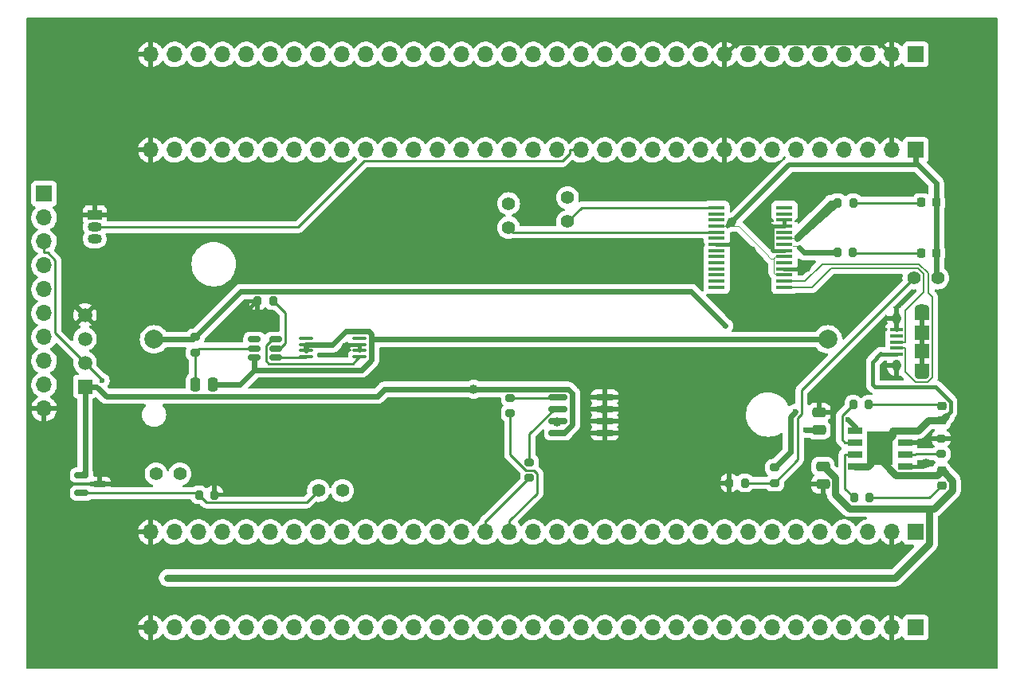
<source format=gbr>
%TF.GenerationSoftware,KiCad,Pcbnew,6.0.4-6f826c9f35~116~ubuntu21.10.1*%
%TF.CreationDate,2022-03-20T22:22:28+02:00*%
%TF.ProjectId,main,6d61696e-2e6b-4696-9361-645f70636258,rev?*%
%TF.SameCoordinates,Original*%
%TF.FileFunction,Copper,L1,Top*%
%TF.FilePolarity,Positive*%
%FSLAX46Y46*%
G04 Gerber Fmt 4.6, Leading zero omitted, Abs format (unit mm)*
G04 Created by KiCad (PCBNEW 6.0.4-6f826c9f35~116~ubuntu21.10.1) date 2022-03-20 22:22:28*
%MOMM*%
%LPD*%
G01*
G04 APERTURE LIST*
G04 Aperture macros list*
%AMRoundRect*
0 Rectangle with rounded corners*
0 $1 Rounding radius*
0 $2 $3 $4 $5 $6 $7 $8 $9 X,Y pos of 4 corners*
0 Add a 4 corners polygon primitive as box body*
4,1,4,$2,$3,$4,$5,$6,$7,$8,$9,$2,$3,0*
0 Add four circle primitives for the rounded corners*
1,1,$1+$1,$2,$3*
1,1,$1+$1,$4,$5*
1,1,$1+$1,$6,$7*
1,1,$1+$1,$8,$9*
0 Add four rect primitives between the rounded corners*
20,1,$1+$1,$2,$3,$4,$5,0*
20,1,$1+$1,$4,$5,$6,$7,0*
20,1,$1+$1,$6,$7,$8,$9,0*
20,1,$1+$1,$8,$9,$2,$3,0*%
G04 Aperture macros list end*
%TA.AperFunction,ComponentPad*%
%ADD10C,1.400000*%
%TD*%
%TA.AperFunction,ComponentPad*%
%ADD11R,1.700000X1.700000*%
%TD*%
%TA.AperFunction,ComponentPad*%
%ADD12O,1.700000X1.700000*%
%TD*%
%TA.AperFunction,SMDPad,CuDef*%
%ADD13R,1.500000X0.650000*%
%TD*%
%TA.AperFunction,SMDPad,CuDef*%
%ADD14R,2.700000X3.600000*%
%TD*%
%TA.AperFunction,SMDPad,CuDef*%
%ADD15RoundRect,0.200000X-0.200000X-0.275000X0.200000X-0.275000X0.200000X0.275000X-0.200000X0.275000X0*%
%TD*%
%TA.AperFunction,ComponentPad*%
%ADD16R,1.500000X1.050000*%
%TD*%
%TA.AperFunction,ComponentPad*%
%ADD17O,1.500000X1.050000*%
%TD*%
%TA.AperFunction,SMDPad,CuDef*%
%ADD18RoundRect,0.250000X0.475000X-0.250000X0.475000X0.250000X-0.475000X0.250000X-0.475000X-0.250000X0*%
%TD*%
%TA.AperFunction,SMDPad,CuDef*%
%ADD19RoundRect,0.150000X0.825000X0.150000X-0.825000X0.150000X-0.825000X-0.150000X0.825000X-0.150000X0*%
%TD*%
%TA.AperFunction,SMDPad,CuDef*%
%ADD20R,1.750000X0.450000*%
%TD*%
%TA.AperFunction,SMDPad,CuDef*%
%ADD21RoundRect,0.218750X-0.218750X-0.256250X0.218750X-0.256250X0.218750X0.256250X-0.218750X0.256250X0*%
%TD*%
%TA.AperFunction,SMDPad,CuDef*%
%ADD22RoundRect,0.218750X0.256250X-0.218750X0.256250X0.218750X-0.256250X0.218750X-0.256250X-0.218750X0*%
%TD*%
%TA.AperFunction,SMDPad,CuDef*%
%ADD23R,1.350000X0.400000*%
%TD*%
%TA.AperFunction,ComponentPad*%
%ADD24O,0.950000X1.250000*%
%TD*%
%TA.AperFunction,SMDPad,CuDef*%
%ADD25R,1.550000X1.200000*%
%TD*%
%TA.AperFunction,ComponentPad*%
%ADD26O,1.550000X0.890000*%
%TD*%
%TA.AperFunction,SMDPad,CuDef*%
%ADD27R,1.550000X1.500000*%
%TD*%
%TA.AperFunction,SMDPad,CuDef*%
%ADD28RoundRect,0.200000X0.200000X0.275000X-0.200000X0.275000X-0.200000X-0.275000X0.200000X-0.275000X0*%
%TD*%
%TA.AperFunction,SMDPad,CuDef*%
%ADD29RoundRect,0.150000X0.512500X0.150000X-0.512500X0.150000X-0.512500X-0.150000X0.512500X-0.150000X0*%
%TD*%
%TA.AperFunction,SMDPad,CuDef*%
%ADD30RoundRect,0.250000X-0.475000X0.250000X-0.475000X-0.250000X0.475000X-0.250000X0.475000X0.250000X0*%
%TD*%
%TA.AperFunction,SMDPad,CuDef*%
%ADD31RoundRect,0.250000X-0.250000X-0.475000X0.250000X-0.475000X0.250000X0.475000X-0.250000X0.475000X0*%
%TD*%
%TA.AperFunction,SMDPad,CuDef*%
%ADD32RoundRect,0.200000X-0.275000X0.200000X-0.275000X-0.200000X0.275000X-0.200000X0.275000X0.200000X0*%
%TD*%
%TA.AperFunction,SMDPad,CuDef*%
%ADD33RoundRect,0.100000X-0.637500X-0.100000X0.637500X-0.100000X0.637500X0.100000X-0.637500X0.100000X0*%
%TD*%
%TA.AperFunction,SMDPad,CuDef*%
%ADD34RoundRect,0.218750X-0.256250X0.218750X-0.256250X-0.218750X0.256250X-0.218750X0.256250X0.218750X0*%
%TD*%
%TA.AperFunction,SMDPad,CuDef*%
%ADD35RoundRect,0.150000X-0.587500X-0.150000X0.587500X-0.150000X0.587500X0.150000X-0.587500X0.150000X0*%
%TD*%
%TA.AperFunction,ComponentPad*%
%ADD36C,2.000000*%
%TD*%
%TA.AperFunction,ComponentPad*%
%ADD37R,1.500000X1.500000*%
%TD*%
%TA.AperFunction,ComponentPad*%
%ADD38C,1.500000*%
%TD*%
%TA.AperFunction,ViaPad*%
%ADD39C,0.600000*%
%TD*%
%TA.AperFunction,ViaPad*%
%ADD40C,1.000000*%
%TD*%
%TA.AperFunction,Conductor*%
%ADD41C,0.250000*%
%TD*%
%TA.AperFunction,Conductor*%
%ADD42C,0.100000*%
%TD*%
%TA.AperFunction,Conductor*%
%ADD43C,0.600000*%
%TD*%
%TA.AperFunction,Conductor*%
%ADD44C,0.200000*%
%TD*%
%TA.AperFunction,Conductor*%
%ADD45C,0.500000*%
%TD*%
%TA.AperFunction,Conductor*%
%ADD46C,0.800000*%
%TD*%
%TA.AperFunction,Conductor*%
%ADD47C,0.400000*%
%TD*%
%TA.AperFunction,Conductor*%
%ADD48C,0.400600*%
%TD*%
G04 APERTURE END LIST*
D10*
%TO.P,JP1,1,A*%
%TO.N,/PA4*%
X102160000Y-110660000D03*
%TO.P,JP1,2,B*%
%TO.N,/Digital Data*%
X99620000Y-110660000D03*
%TD*%
D11*
%TO.P,J4,1,Pin_1*%
%TO.N,MC_5V*%
X87720000Y-80860000D03*
D12*
%TO.P,J4,2,Pin_2*%
%TO.N,/Analog Data*%
X87720000Y-83400000D03*
%TO.P,J4,3,Pin_3*%
%TO.N,/Digital Data*%
X87720000Y-85940000D03*
%TO.P,J4,4,Pin_4*%
%TO.N,/Digital Data 2*%
X87720000Y-88480000D03*
%TO.P,J4,5,Pin_5*%
%TO.N,unconnected-(J4-Pad5)*%
X87720000Y-91020000D03*
%TO.P,J4,6,Pin_6*%
%TO.N,unconnected-(J4-Pad6)*%
X87720000Y-93560000D03*
%TO.P,J4,7,Pin_7*%
%TO.N,/Plug Detect*%
X87720000Y-96100000D03*
%TO.P,J4,8,Pin_8*%
%TO.N,/USART_TX *%
X87720000Y-98640000D03*
%TO.P,J4,9,Pin_9*%
%TO.N,/USART_RX*%
X87720000Y-101180000D03*
%TO.P,J4,10,Pin_10*%
%TO.N,GND*%
X87720000Y-103720000D03*
%TD*%
D13*
%TO.P,U1,1,TEMP*%
%TO.N,GND*%
X179250000Y-109835000D03*
%TO.P,U1,2,PROG*%
%TO.N,Net-(R3-Pad2)*%
X179250000Y-108565000D03*
%TO.P,U1,3,GND*%
%TO.N,GND*%
X179250000Y-107295000D03*
%TO.P,U1,4,VCC*%
%TO.N,MC_5V*%
X179250000Y-106025000D03*
%TO.P,U1,5,BAT*%
%TO.N,Battery+*%
X173850000Y-106025000D03*
%TO.P,U1,6,~{STDBY}*%
%TO.N,Net-(R1-Pad1)*%
X173850000Y-107295000D03*
%TO.P,U1,7,~{CHRG}*%
%TO.N,Net-(R2-Pad1)*%
X173850000Y-108565000D03*
%TO.P,U1,8,CE*%
%TO.N,MC_5V*%
X173850000Y-109835000D03*
D14*
%TO.P,U1,9,PP*%
X176550000Y-107930000D03*
%TD*%
D15*
%TO.P,R1,1*%
%TO.N,Net-(R1-Pad1)*%
X173695000Y-103270000D03*
%TO.P,R1,2*%
%TO.N,Net-(D2-Pad1)*%
X175345000Y-103270000D03*
%TD*%
D16*
%TO.P,U7,1,GND*%
%TO.N,GND*%
X93100000Y-83120000D03*
D17*
%TO.P,U7,2,DQ*%
%TO.N,/PA0*%
X93100000Y-84390000D03*
%TO.P,U7,3,VDD*%
%TO.N,3V3*%
X93100000Y-85660000D03*
%TD*%
D18*
%TO.P,C2,1*%
%TO.N,Battery+*%
X170060000Y-105990000D03*
%TO.P,C2,2*%
%TO.N,GND*%
X170060000Y-104090000D03*
%TD*%
D19*
%TO.P,U5,1,A0*%
%TO.N,GND*%
X147290000Y-106300000D03*
%TO.P,U5,2,A1*%
X147290000Y-105030000D03*
%TO.P,U5,3,A2*%
X147290000Y-103760000D03*
%TO.P,U5,4,GND*%
X147290000Y-102490000D03*
%TO.P,U5,5,SDA*%
%TO.N,Net-(R10-Pad1)*%
X142340000Y-102490000D03*
%TO.P,U5,6,SCL*%
%TO.N,Net-(R9-Pad1)*%
X142340000Y-103760000D03*
%TO.P,U5,7,WP*%
%TO.N,GND*%
X142340000Y-105030000D03*
%TO.P,U5,8,VCC*%
%TO.N,3V3*%
X142340000Y-106300000D03*
%TD*%
D20*
%TO.P,U8,1,TXD*%
%TO.N,/USART_TX*%
X159170000Y-82345000D03*
%TO.P,U8,2,DTR*%
%TO.N,unconnected-(U8-Pad2)*%
X159170000Y-82995000D03*
%TO.P,U8,3,RTS*%
%TO.N,unconnected-(U8-Pad3)*%
X159170000Y-83645000D03*
%TO.P,U8,4,VCCIO*%
%TO.N,3V3*%
X159170000Y-84295000D03*
%TO.P,U8,5,RXD*%
%TO.N,/USART_RX *%
X159170000Y-84945000D03*
%TO.P,U8,6,RI*%
%TO.N,unconnected-(U8-Pad6)*%
X159170000Y-85595000D03*
%TO.P,U8,7,GND*%
%TO.N,GND*%
X159170000Y-86245000D03*
%TO.P,U8,8*%
%TO.N,N/C*%
X159170000Y-86895000D03*
%TO.P,U8,9,DCR*%
%TO.N,unconnected-(U8-Pad9)*%
X159170000Y-87545000D03*
%TO.P,U8,10,DCD*%
%TO.N,unconnected-(U8-Pad10)*%
X159170000Y-88195000D03*
%TO.P,U8,11,CTS*%
%TO.N,unconnected-(U8-Pad11)*%
X159170000Y-88845000D03*
%TO.P,U8,12,CBUS4*%
%TO.N,unconnected-(U8-Pad12)*%
X159170000Y-89495000D03*
%TO.P,U8,13,CBUS2*%
%TO.N,unconnected-(U8-Pad13)*%
X159170000Y-90145000D03*
%TO.P,U8,14,CBUS3*%
%TO.N,unconnected-(U8-Pad14)*%
X159170000Y-90795000D03*
%TO.P,U8,15,USBD+*%
%TO.N,Data +*%
X166370000Y-90795000D03*
%TO.P,U8,16,USBD-*%
%TO.N,Data -*%
X166370000Y-90145000D03*
%TO.P,U8,17,3V3OUT*%
%TO.N,3V3*%
X166370000Y-89495000D03*
%TO.P,U8,18,GND*%
%TO.N,GND*%
X166370000Y-88845000D03*
%TO.P,U8,19,~{RESET}*%
%TO.N,unconnected-(U8-Pad19)*%
X166370000Y-88195000D03*
%TO.P,U8,20,VCC*%
%TO.N,3V3*%
X166370000Y-87545000D03*
%TO.P,U8,21,GND*%
%TO.N,GND*%
X166370000Y-86895000D03*
%TO.P,U8,22,CBUS1*%
%TO.N,/ftdi/RXLED*%
X166370000Y-86245000D03*
%TO.P,U8,23,CBUS0*%
%TO.N,/ftdi/TXLED*%
X166370000Y-85595000D03*
%TO.P,U8,24*%
%TO.N,N/C*%
X166370000Y-84945000D03*
%TO.P,U8,25,AGND*%
%TO.N,GND*%
X166370000Y-84295000D03*
%TO.P,U8,26,TEST*%
X166370000Y-83645000D03*
%TO.P,U8,27,OSCI*%
%TO.N,unconnected-(U8-Pad27)*%
X166370000Y-82995000D03*
%TO.P,U8,28,OSCO*%
%TO.N,unconnected-(U8-Pad28)*%
X166370000Y-82345000D03*
%TD*%
D21*
%TO.P,D3,1,K*%
%TO.N,Net-(D3-Pad1)*%
X180942500Y-81782500D03*
%TO.P,D3,2,A*%
%TO.N,3V3*%
X182517500Y-81782500D03*
%TD*%
D22*
%TO.P,D1,1,K*%
%TO.N,Net-(D1-Pad1)*%
X183080000Y-111900000D03*
%TO.P,D1,2,A*%
%TO.N,MC_5V*%
X183080000Y-110325000D03*
%TD*%
D23*
%TO.P,J1,1,VBUS*%
%TO.N,MC_5V*%
X178270000Y-97920000D03*
%TO.P,J1,2,D-*%
%TO.N,Data -*%
X178270000Y-97270000D03*
%TO.P,J1,3,D+*%
%TO.N,Data +*%
X178270000Y-96620000D03*
%TO.P,J1,4,ID*%
%TO.N,unconnected-(J1-Pad4)*%
X178270000Y-95970000D03*
%TO.P,J1,5,GND*%
%TO.N,GND*%
X178270000Y-95320000D03*
D24*
%TO.P,J1,6,Shield*%
X178270000Y-94120000D03*
D25*
X180970000Y-93720000D03*
X180970000Y-99520000D03*
D26*
X180970000Y-100120000D03*
D27*
X180970000Y-97620000D03*
D24*
X178270000Y-99120000D03*
D26*
X180970000Y-93120000D03*
D27*
X180970000Y-95620000D03*
%TD*%
D15*
%TO.P,R4,1*%
%TO.N,GND*%
X110425000Y-92230000D03*
%TO.P,R4,2*%
%TO.N,Net-(R4-Pad2)*%
X112075000Y-92230000D03*
%TD*%
D28*
%TO.P,R12,1*%
%TO.N,Net-(D4-Pad1)*%
X173665000Y-87120000D03*
%TO.P,R12,2*%
%TO.N,/ftdi/RXLED*%
X172015000Y-87120000D03*
%TD*%
D29*
%TO.P,U2,1,OD*%
%TO.N,Net-(U2-Pad1)*%
X112347500Y-98260000D03*
%TO.P,U2,2,CS*%
%TO.N,Net-(R4-Pad2)*%
X112347500Y-97310000D03*
%TO.P,U2,3,OC*%
%TO.N,Net-(U2-Pad3)*%
X112347500Y-96360000D03*
%TO.P,U2,4,TD*%
%TO.N,unconnected-(U2-Pad4)*%
X110072500Y-96360000D03*
%TO.P,U2,5,VCC*%
%TO.N,Net-(C3-Pad1)*%
X110072500Y-97310000D03*
%TO.P,U2,6,GND*%
%TO.N,Battery-*%
X110072500Y-98260000D03*
%TD*%
D11*
%TO.P,J3,1,Pin_1*%
%TO.N,3V3*%
X180340000Y-76200000D03*
D12*
%TO.P,J3,2,Pin_2*%
%TO.N,GND*%
X177800000Y-76200000D03*
%TO.P,J3,3,Pin_3*%
%TO.N,/VBAT*%
X175260000Y-76200000D03*
%TO.P,J3,4,Pin_4*%
%TO.N,/PC13*%
X172720000Y-76200000D03*
%TO.P,J3,5,Pin_5*%
%TO.N,/PC14*%
X170180000Y-76200000D03*
%TO.P,J3,6,Pin_6*%
%TO.N,/PC15*%
X167640000Y-76200000D03*
%TO.P,J3,7,Pin_7*%
%TO.N,/PF0*%
X165100000Y-76200000D03*
%TO.P,J3,8,Pin_8*%
%TO.N,/PF1*%
X162560000Y-76200000D03*
%TO.P,J3,9,Pin_9*%
%TO.N,GND*%
X160020000Y-76200000D03*
%TO.P,J3,10,Pin_10*%
%TO.N,/NRST*%
X157480000Y-76200000D03*
%TO.P,J3,11,Pin_11*%
%TO.N,/PC0*%
X154940000Y-76200000D03*
%TO.P,J3,12,Pin_12*%
%TO.N,/PC1*%
X152400000Y-76200000D03*
%TO.P,J3,13,Pin_13*%
%TO.N,/PC2*%
X149860000Y-76200000D03*
%TO.P,J3,14,Pin_14*%
%TO.N,/PC3*%
X147320000Y-76200000D03*
%TO.P,J3,15,Pin_15*%
%TO.N,/PA0*%
X144780000Y-76200000D03*
%TO.P,J3,16,Pin_16*%
%TO.N,/PA1*%
X142240000Y-76200000D03*
%TO.P,J3,17,Pin_17*%
%TO.N,/PA2*%
X139700000Y-76200000D03*
%TO.P,J3,18,Pin_18*%
%TO.N,/PA3*%
X137160000Y-76200000D03*
%TO.P,J3,19,Pin_19*%
%TO.N,/PF4*%
X134620000Y-76200000D03*
%TO.P,J3,20,Pin_20*%
%TO.N,/PF5*%
X132080000Y-76200000D03*
%TO.P,J3,21,Pin_21*%
%TO.N,/PA4*%
X129540000Y-76200000D03*
%TO.P,J3,22,Pin_22*%
%TO.N,/PA5*%
X127000000Y-76200000D03*
%TO.P,J3,23,Pin_23*%
%TO.N,/PA6*%
X124460000Y-76200000D03*
%TO.P,J3,24,Pin_24*%
%TO.N,/PA7*%
X121920000Y-76200000D03*
%TO.P,J3,25,Pin_25*%
%TO.N,/PC4*%
X119380000Y-76200000D03*
%TO.P,J3,26,Pin_26*%
%TO.N,/PC5*%
X116840000Y-76200000D03*
%TO.P,J3,27,Pin_27*%
%TO.N,/PB0*%
X114300000Y-76200000D03*
%TO.P,J3,28,Pin_28*%
%TO.N,/PB1*%
X111760000Y-76200000D03*
%TO.P,J3,29,Pin_29*%
%TO.N,/PB2*%
X109220000Y-76200000D03*
%TO.P,J3,30,Pin_30*%
%TO.N,/PB10*%
X106680000Y-76200000D03*
%TO.P,J3,31,Pin_31*%
%TO.N,/PB11*%
X104140000Y-76200000D03*
%TO.P,J3,32,Pin_32*%
%TO.N,/PB12*%
X101600000Y-76200000D03*
%TO.P,J3,33,Pin_33*%
%TO.N,GND*%
X99060000Y-76200000D03*
%TD*%
D30*
%TO.P,C1,1*%
%TO.N,MC_5V*%
X170470000Y-109860000D03*
%TO.P,C1,2*%
%TO.N,GND*%
X170470000Y-111760000D03*
%TD*%
D28*
%TO.P,R11,1*%
%TO.N,Net-(D3-Pad1)*%
X173680000Y-81810000D03*
%TO.P,R11,2*%
%TO.N,/ftdi/TXLED*%
X172030000Y-81810000D03*
%TD*%
D15*
%TO.P,R2,1*%
%TO.N,Net-(R2-Pad1)*%
X173785000Y-113210000D03*
%TO.P,R2,2*%
%TO.N,Net-(D1-Pad1)*%
X175435000Y-113210000D03*
%TD*%
D31*
%TO.P,C3,1*%
%TO.N,Net-(C3-Pad1)*%
X103770000Y-101160000D03*
%TO.P,C3,2*%
%TO.N,Battery-*%
X105670000Y-101160000D03*
%TD*%
D32*
%TO.P,R10,1*%
%TO.N,Net-(R10-Pad1)*%
X137240000Y-102555000D03*
%TO.P,R10,2*%
%TO.N,/PF7*%
X137240000Y-104205000D03*
%TD*%
D21*
%TO.P,D4,1,K*%
%TO.N,Net-(D4-Pad1)*%
X180942500Y-87160000D03*
%TO.P,D4,2,A*%
%TO.N,3V3*%
X182517500Y-87160000D03*
%TD*%
D11*
%TO.P,J2,1,Pin_1*%
%TO.N,3V3*%
X180340000Y-66040000D03*
D12*
%TO.P,J2,2,Pin_2*%
%TO.N,GND*%
X177800000Y-66040000D03*
%TO.P,J2,3,Pin_3*%
%TO.N,/VBAT*%
X175260000Y-66040000D03*
%TO.P,J2,4,Pin_4*%
%TO.N,/PC13*%
X172720000Y-66040000D03*
%TO.P,J2,5,Pin_5*%
%TO.N,/PC14*%
X170180000Y-66040000D03*
%TO.P,J2,6,Pin_6*%
%TO.N,/PC15*%
X167640000Y-66040000D03*
%TO.P,J2,7,Pin_7*%
%TO.N,/PF0*%
X165100000Y-66040000D03*
%TO.P,J2,8,Pin_8*%
%TO.N,/PF1*%
X162560000Y-66040000D03*
%TO.P,J2,9,Pin_9*%
%TO.N,GND*%
X160020000Y-66040000D03*
%TO.P,J2,10,Pin_10*%
%TO.N,/NRST*%
X157480000Y-66040000D03*
%TO.P,J2,11,Pin_11*%
%TO.N,/PC0*%
X154940000Y-66040000D03*
%TO.P,J2,12,Pin_12*%
%TO.N,/PC1*%
X152400000Y-66040000D03*
%TO.P,J2,13,Pin_13*%
%TO.N,/PC2*%
X149860000Y-66040000D03*
%TO.P,J2,14,Pin_14*%
%TO.N,/PC3*%
X147320000Y-66040000D03*
%TO.P,J2,15,Pin_15*%
%TO.N,/PA0*%
X144780000Y-66040000D03*
%TO.P,J2,16,Pin_16*%
%TO.N,/PA1*%
X142240000Y-66040000D03*
%TO.P,J2,17,Pin_17*%
%TO.N,/PA2*%
X139700000Y-66040000D03*
%TO.P,J2,18,Pin_18*%
%TO.N,/PA3*%
X137160000Y-66040000D03*
%TO.P,J2,19,Pin_19*%
%TO.N,/PF4*%
X134620000Y-66040000D03*
%TO.P,J2,20,Pin_20*%
%TO.N,/PF5*%
X132080000Y-66040000D03*
%TO.P,J2,21,Pin_21*%
%TO.N,/PA4*%
X129540000Y-66040000D03*
%TO.P,J2,22,Pin_22*%
%TO.N,/PA5*%
X127000000Y-66040000D03*
%TO.P,J2,23,Pin_23*%
%TO.N,/PA6*%
X124460000Y-66040000D03*
%TO.P,J2,24,Pin_24*%
%TO.N,/PA7*%
X121920000Y-66040000D03*
%TO.P,J2,25,Pin_25*%
%TO.N,/PC4*%
X119380000Y-66040000D03*
%TO.P,J2,26,Pin_26*%
%TO.N,/PC5*%
X116840000Y-66040000D03*
%TO.P,J2,27,Pin_27*%
%TO.N,/PB0*%
X114300000Y-66040000D03*
%TO.P,J2,28,Pin_28*%
%TO.N,/PB1*%
X111760000Y-66040000D03*
%TO.P,J2,29,Pin_29*%
%TO.N,/PB2*%
X109220000Y-66040000D03*
%TO.P,J2,30,Pin_30*%
%TO.N,/PB10*%
X106680000Y-66040000D03*
%TO.P,J2,31,Pin_31*%
%TO.N,/PB11*%
X104140000Y-66040000D03*
%TO.P,J2,32,Pin_32*%
%TO.N,/PB12*%
X101600000Y-66040000D03*
%TO.P,J2,33,Pin_33*%
%TO.N,GND*%
X99060000Y-66040000D03*
%TD*%
D33*
%TO.P,U3,1,D12*%
%TO.N,unconnected-(U3-Pad1)*%
X115527500Y-96245000D03*
%TO.P,U3,2,S1*%
%TO.N,Battery-*%
X115527500Y-96895000D03*
%TO.P,U3,3,S1*%
X115527500Y-97545000D03*
%TO.P,U3,4,G1*%
%TO.N,Net-(U2-Pad1)*%
X115527500Y-98195000D03*
%TO.P,U3,5,G2*%
%TO.N,Net-(U2-Pad3)*%
X121252500Y-98195000D03*
%TO.P,U3,6,S2*%
%TO.N,GND*%
X121252500Y-97545000D03*
%TO.P,U3,7,S2*%
X121252500Y-96895000D03*
%TO.P,U3,8,D12*%
%TO.N,unconnected-(U3-Pad8)*%
X121252500Y-96245000D03*
%TD*%
D28*
%TO.P,R7,1*%
%TO.N,3V3_out*%
X162175000Y-111610000D03*
%TO.P,R7,2*%
%TO.N,GND*%
X160525000Y-111610000D03*
%TD*%
D11*
%TO.P,J6,1,Pin_1*%
%TO.N,+5V*%
X180340000Y-127000000D03*
D12*
%TO.P,J6,2,Pin_2*%
%TO.N,GND*%
X177800000Y-127000000D03*
%TO.P,J6,3,Pin_3*%
%TO.N,/PB9*%
X175260000Y-127000000D03*
%TO.P,J6,4,Pin_4*%
%TO.N,/PB8*%
X172720000Y-127000000D03*
%TO.P,J6,5,Pin_5*%
%TO.N,VDD*%
X170180000Y-127000000D03*
%TO.P,J6,6,Pin_6*%
%TO.N,/BOOT*%
X167640000Y-127000000D03*
%TO.P,J6,7,Pin_7*%
%TO.N,/PB7*%
X165100000Y-127000000D03*
%TO.P,J6,8,Pin_8*%
%TO.N,/PB6*%
X162560000Y-127000000D03*
%TO.P,J6,9,Pin_9*%
%TO.N,/PB5*%
X160020000Y-127000000D03*
%TO.P,J6,10,Pin_10*%
%TO.N,/PB4*%
X157480000Y-127000000D03*
%TO.P,J6,11,Pin_11*%
%TO.N,/PB3*%
X154940000Y-127000000D03*
%TO.P,J6,12,Pin_12*%
%TO.N,/PD2*%
X152400000Y-127000000D03*
%TO.P,J6,13,Pin_13*%
%TO.N,/PC12*%
X149860000Y-127000000D03*
%TO.P,J6,14,Pin_14*%
%TO.N,/PC11*%
X147320000Y-127000000D03*
%TO.P,J6,15,Pin_15*%
%TO.N,/PC10*%
X144780000Y-127000000D03*
%TO.P,J6,16,Pin_16*%
%TO.N,/PA15*%
X142240000Y-127000000D03*
%TO.P,J6,17,Pin_17*%
%TO.N,/PA14*%
X139700000Y-127000000D03*
%TO.P,J6,18,Pin_18*%
%TO.N,/PF7*%
X137160000Y-127000000D03*
%TO.P,J6,19,Pin_19*%
%TO.N,/PF6*%
X134620000Y-127000000D03*
%TO.P,J6,20,Pin_20*%
%TO.N,/PA13*%
X132080000Y-127000000D03*
%TO.P,J6,21,Pin_21*%
%TO.N,/PA12*%
X129540000Y-127000000D03*
%TO.P,J6,22,Pin_22*%
%TO.N,/PA11*%
X127000000Y-127000000D03*
%TO.P,J6,23,Pin_23*%
%TO.N,/PA10*%
X124460000Y-127000000D03*
%TO.P,J6,24,Pin_24*%
%TO.N,/PA9*%
X121920000Y-127000000D03*
%TO.P,J6,25,Pin_25*%
%TO.N,/PA8*%
X119380000Y-127000000D03*
%TO.P,J6,26,Pin_26*%
%TO.N,/PC9*%
X116840000Y-127000000D03*
%TO.P,J6,27,Pin_27*%
%TO.N,/PC8*%
X114300000Y-127000000D03*
%TO.P,J6,28,Pin_28*%
%TO.N,/PC7*%
X111760000Y-127000000D03*
%TO.P,J6,29,Pin_29*%
%TO.N,/PC6*%
X109220000Y-127000000D03*
%TO.P,J6,30,Pin_30*%
%TO.N,/PB15*%
X106680000Y-127000000D03*
%TO.P,J6,31,Pin_31*%
%TO.N,/PB14*%
X104140000Y-127000000D03*
%TO.P,J6,32,Pin_32*%
%TO.N,/PB13*%
X101600000Y-127000000D03*
%TO.P,J6,33,Pin_33*%
%TO.N,GND*%
X99060000Y-127000000D03*
%TD*%
D32*
%TO.P,R9,1*%
%TO.N,Net-(R9-Pad1)*%
X139290000Y-109435000D03*
%TO.P,R9,2*%
%TO.N,/PF6*%
X139290000Y-111085000D03*
%TD*%
D11*
%TO.P,J5,1,Pin_1*%
%TO.N,+5V*%
X180340000Y-116840000D03*
D12*
%TO.P,J5,2,Pin_2*%
%TO.N,GND*%
X177800000Y-116840000D03*
%TO.P,J5,3,Pin_3*%
%TO.N,/PB9*%
X175260000Y-116840000D03*
%TO.P,J5,4,Pin_4*%
%TO.N,/PB8*%
X172720000Y-116840000D03*
%TO.P,J5,5,Pin_5*%
%TO.N,VDD*%
X170180000Y-116840000D03*
%TO.P,J5,6,Pin_6*%
%TO.N,/BOOT*%
X167640000Y-116840000D03*
%TO.P,J5,7,Pin_7*%
%TO.N,/PB7*%
X165100000Y-116840000D03*
%TO.P,J5,8,Pin_8*%
%TO.N,/PB6*%
X162560000Y-116840000D03*
%TO.P,J5,9,Pin_9*%
%TO.N,/PB5*%
X160020000Y-116840000D03*
%TO.P,J5,10,Pin_10*%
%TO.N,/PB4*%
X157480000Y-116840000D03*
%TO.P,J5,11,Pin_11*%
%TO.N,/PB3*%
X154940000Y-116840000D03*
%TO.P,J5,12,Pin_12*%
%TO.N,/PD2*%
X152400000Y-116840000D03*
%TO.P,J5,13,Pin_13*%
%TO.N,/PC12*%
X149860000Y-116840000D03*
%TO.P,J5,14,Pin_14*%
%TO.N,/PC11*%
X147320000Y-116840000D03*
%TO.P,J5,15,Pin_15*%
%TO.N,/PC10*%
X144780000Y-116840000D03*
%TO.P,J5,16,Pin_16*%
%TO.N,/PA15*%
X142240000Y-116840000D03*
%TO.P,J5,17,Pin_17*%
%TO.N,/PA14*%
X139700000Y-116840000D03*
%TO.P,J5,18,Pin_18*%
%TO.N,/PF7*%
X137160000Y-116840000D03*
%TO.P,J5,19,Pin_19*%
%TO.N,/PF6*%
X134620000Y-116840000D03*
%TO.P,J5,20,Pin_20*%
%TO.N,/PA13*%
X132080000Y-116840000D03*
%TO.P,J5,21,Pin_21*%
%TO.N,/PA12*%
X129540000Y-116840000D03*
%TO.P,J5,22,Pin_22*%
%TO.N,/PA11*%
X127000000Y-116840000D03*
%TO.P,J5,23,Pin_23*%
%TO.N,/PA10*%
X124460000Y-116840000D03*
%TO.P,J5,24,Pin_24*%
%TO.N,/PA9*%
X121920000Y-116840000D03*
%TO.P,J5,25,Pin_25*%
%TO.N,/Analog Data*%
X119380000Y-116840000D03*
%TO.P,J5,26,Pin_26*%
%TO.N,/PC9*%
X116840000Y-116840000D03*
%TO.P,J5,27,Pin_27*%
%TO.N,/PC8*%
X114300000Y-116840000D03*
%TO.P,J5,28,Pin_28*%
%TO.N,/PC7*%
X111760000Y-116840000D03*
%TO.P,J5,29,Pin_29*%
%TO.N,/PC6*%
X109220000Y-116840000D03*
%TO.P,J5,30,Pin_30*%
%TO.N,/PB15*%
X106680000Y-116840000D03*
%TO.P,J5,31,Pin_31*%
%TO.N,/PB14*%
X104140000Y-116840000D03*
%TO.P,J5,32,Pin_32*%
%TO.N,/PB13*%
X101600000Y-116840000D03*
%TO.P,J5,33,Pin_33*%
%TO.N,GND*%
X99060000Y-116840000D03*
%TD*%
D32*
%TO.P,R5,1*%
%TO.N,Battery+*%
X103780000Y-96105000D03*
%TO.P,R5,2*%
%TO.N,Net-(C3-Pad1)*%
X103780000Y-97755000D03*
%TD*%
D34*
%TO.P,D2,1,K*%
%TO.N,Net-(D2-Pad1)*%
X183110000Y-103402500D03*
%TO.P,D2,2,A*%
%TO.N,MC_5V*%
X183110000Y-104977500D03*
%TD*%
D15*
%TO.P,R8,1*%
%TO.N,/Analog_temperature sensor/AnalogVout*%
X104175000Y-112880000D03*
%TO.P,R8,2*%
%TO.N,GND*%
X105825000Y-112880000D03*
%TD*%
D32*
%TO.P,R6,1*%
%TO.N,Battery+*%
X165330000Y-109975000D03*
%TO.P,R6,2*%
%TO.N,3V3_out*%
X165330000Y-111625000D03*
%TD*%
D35*
%TO.P,U4,1,Vdd*%
%TO.N,3V3*%
X91712500Y-110790000D03*
%TO.P,U4,2,Vout*%
%TO.N,/Analog_temperature sensor/AnalogVout*%
X91712500Y-112690000D03*
%TO.P,U4,3,GND*%
%TO.N,GND*%
X93587500Y-111740000D03*
%TD*%
D32*
%TO.P,R3,1*%
%TO.N,GND*%
X183030000Y-106895000D03*
%TO.P,R3,2*%
%TO.N,Net-(R3-Pad2)*%
X183030000Y-108545000D03*
%TD*%
D10*
%TO.P,JP2,1,A*%
%TO.N,/Analog_temperature sensor/AnalogVout*%
X116870000Y-112440000D03*
%TO.P,JP2,2,B*%
%TO.N,/Analog Data*%
X119410000Y-112440000D03*
%TD*%
%TO.P,JP5,1,A*%
%TO.N,3V3_out*%
X180130000Y-89820000D03*
%TO.P,JP5,2,B*%
%TO.N,3V3*%
X182670000Y-89820000D03*
%TD*%
%TO.P,JP4,1,A*%
%TO.N,/USART_TX*%
X143330000Y-83820000D03*
%TO.P,JP4,2,B*%
%TO.N,/PA2*%
X143330000Y-81280000D03*
%TD*%
D36*
%TO.P,BT1,1,+*%
%TO.N,Battery+*%
X99400000Y-96350000D03*
%TO.P,BT1,2,-*%
%TO.N,Battery-*%
X171000000Y-96350000D03*
%TD*%
D37*
%TO.P,U6,1,VCC*%
%TO.N,3V3*%
X92057500Y-101372500D03*
D38*
%TO.P,U6,2,IO*%
%TO.N,/Digital Data*%
X92057500Y-98832500D03*
%TO.P,U6,3,NC*%
%TO.N,unconnected-(U6-Pad3)*%
X92057500Y-96292500D03*
%TO.P,U6,4,GND*%
%TO.N,GND*%
X92057500Y-93752500D03*
%TD*%
D10*
%TO.P,JP3,1,A*%
%TO.N,/USART_RX *%
X137080000Y-84450000D03*
%TO.P,JP3,2,B*%
%TO.N,/PA3*%
X137080000Y-81910000D03*
%TD*%
D39*
%TO.N,/Digital Data*%
X93884200Y-100730100D03*
D40*
%TO.N,3V3*%
X160760000Y-83900000D03*
X133366000Y-101654000D03*
D39*
%TO.N,MC_5V*%
X100809800Y-121717500D03*
%TO.N,Battery+*%
X173121000Y-104898000D03*
X168628000Y-105986000D03*
X167570000Y-104016000D03*
X160124000Y-94907800D03*
D40*
%TO.N,GND*%
X181160000Y-107360000D03*
X108940000Y-93630000D03*
X142260000Y-105100000D03*
X168720000Y-88720000D03*
X147180000Y-103750000D03*
X119790000Y-97210000D03*
X162840000Y-86900000D03*
X164010000Y-84290000D03*
X181440000Y-109500000D03*
%TD*%
D41*
%TO.N,/USART_TX*%
X144805000Y-82345000D02*
X159170000Y-82345000D01*
X143330000Y-83820000D02*
X144805000Y-82345000D01*
%TO.N,/USART_RX *%
X137575000Y-84945000D02*
X159170000Y-84945000D01*
X137080000Y-84450000D02*
X137575000Y-84945000D01*
%TO.N,/Digital Data*%
X87720000Y-85940000D02*
X87720000Y-87115300D01*
X88087400Y-87115300D02*
X87720000Y-87115300D01*
X88895300Y-87923200D02*
X88087400Y-87115300D01*
X88895300Y-95670300D02*
X88895300Y-87923200D01*
X92057500Y-98832500D02*
X88895300Y-95670300D01*
X93884200Y-100659200D02*
X92057500Y-98832500D01*
X93884200Y-100730100D02*
X93884200Y-100659200D01*
%TO.N,Net-(U2-Pad3)*%
X112347500Y-96360000D02*
X112348000Y-96360000D01*
X121252000Y-98195000D02*
X120887500Y-98559900D01*
X120887600Y-98559900D02*
X121252500Y-98195000D01*
X120887500Y-98559900D02*
X120887600Y-98559900D01*
X111959000Y-96360000D02*
X112347500Y-96360000D01*
X111338000Y-96981400D02*
X111959000Y-96360000D01*
X111338000Y-98651600D02*
X111338000Y-96981400D01*
X111611000Y-98924900D02*
X111338000Y-98651600D01*
X120523000Y-98924900D02*
X111611000Y-98924900D01*
X120887500Y-98559900D02*
X120523000Y-98924900D01*
%TO.N,Net-(U2-Pad1)*%
X112348000Y-98260000D02*
X112347500Y-98260000D01*
X115527500Y-98195000D02*
X115527700Y-98195200D01*
X115528000Y-98195000D02*
X115527700Y-98195200D01*
X115462000Y-98260000D02*
X112348000Y-98260000D01*
X115527700Y-98195200D02*
X115462000Y-98260000D01*
D42*
%TO.N,/ftdi/RXLED*%
X167770000Y-86420500D02*
X167280000Y-86420500D01*
X167950000Y-86600000D02*
X167770000Y-86420500D01*
D43*
X168470000Y-87120000D02*
X167950000Y-86600000D01*
X172015000Y-87120000D02*
X168470000Y-87120000D01*
%TO.N,/ftdi/TXLED*%
X167745000Y-85365500D02*
X167745000Y-85670000D01*
X171300000Y-81810000D02*
X167745000Y-85365500D01*
X172030000Y-81810000D02*
X171300000Y-81810000D01*
D42*
X167670000Y-85595000D02*
X166370000Y-85595000D01*
X167745000Y-85670000D02*
X167670000Y-85595000D01*
D43*
X167745000Y-85670000D02*
X172030000Y-81810000D01*
D41*
%TO.N,Net-(R10-Pad1)*%
X142275000Y-102555000D02*
X142340000Y-102490000D01*
X137240000Y-102555000D02*
X142275000Y-102555000D01*
%TO.N,Net-(R9-Pad1)*%
X141947000Y-103760000D02*
X142340000Y-103760000D01*
X139290000Y-106417000D02*
X141947000Y-103760000D01*
X139290000Y-109435000D02*
X139290000Y-106417000D01*
%TO.N,Net-(R4-Pad2)*%
X113364000Y-93518800D02*
X112075000Y-92230000D01*
X113364000Y-96732900D02*
X113364000Y-93518800D01*
X112787000Y-97310000D02*
X113364000Y-96732900D01*
X112348000Y-97310000D02*
X112787000Y-97310000D01*
X112348000Y-97310000D02*
X112347500Y-97310000D01*
%TO.N,Net-(R3-Pad2)*%
X180345000Y-108545000D02*
X183030000Y-108545000D01*
X180325000Y-108565000D02*
X180345000Y-108545000D01*
X179250000Y-108565000D02*
X180325000Y-108565000D01*
%TO.N,Net-(R2-Pad1)*%
X172775000Y-112200000D02*
X173785000Y-113210000D01*
X172775000Y-108565000D02*
X172775000Y-112200000D01*
X173850000Y-108565000D02*
X172775000Y-108565000D01*
%TO.N,Net-(R1-Pad1)*%
X172775000Y-107295000D02*
X173850000Y-107295000D01*
X172496000Y-107016000D02*
X172775000Y-107295000D01*
X172496000Y-104469000D02*
X172496000Y-107016000D01*
X173695000Y-103270000D02*
X172496000Y-104469000D01*
%TO.N,3V3_out*%
X165330000Y-111610000D02*
X162175000Y-111610000D01*
X165330000Y-111625000D02*
X165330000Y-111610000D01*
X168195000Y-101755000D02*
X180130000Y-89820000D01*
X168195000Y-104276000D02*
X168195000Y-101755000D01*
X167797000Y-104673000D02*
X168195000Y-104276000D01*
X167797000Y-109143000D02*
X167797000Y-104673000D01*
X165330000Y-111610000D02*
X167797000Y-109143000D01*
%TO.N,/Analog_temperature sensor/AnalogVout*%
X103985000Y-112690000D02*
X104175000Y-112880000D01*
X91712500Y-112690000D02*
X103985000Y-112690000D01*
X104988000Y-113694000D02*
X104175000Y-112880000D01*
X115616000Y-113694000D02*
X104988000Y-113694000D01*
X116870000Y-112440000D02*
X115616000Y-113694000D01*
D44*
%TO.N,Data +*%
X169324000Y-90795000D02*
X166370000Y-90795000D01*
X171345000Y-88773800D02*
X169324000Y-90795000D01*
X180541000Y-88773800D02*
X171345000Y-88773800D01*
X181148000Y-89380500D02*
X180541000Y-88773800D01*
X181148000Y-91346000D02*
X181148000Y-89380500D01*
X179245000Y-93248300D02*
X181148000Y-91346000D01*
X179245000Y-96620000D02*
X179245000Y-93248300D01*
X178270000Y-96620000D02*
X179245000Y-96620000D01*
%TO.N,Data -*%
X168556000Y-90145000D02*
X166370000Y-90145000D01*
X170377000Y-88323300D02*
X168556000Y-90145000D01*
X180679000Y-88323300D02*
X170377000Y-88323300D01*
X181670000Y-89313900D02*
X180679000Y-88323300D01*
X181670000Y-91406200D02*
X181670000Y-89313900D01*
X182067000Y-91803700D02*
X181670000Y-91406200D01*
X182067000Y-100407000D02*
X182067000Y-91803700D01*
X181567000Y-100907000D02*
X182067000Y-100407000D01*
X180337000Y-100907000D02*
X181567000Y-100907000D01*
X179245000Y-99815400D02*
X180337000Y-100907000D01*
X179245000Y-97270000D02*
X179245000Y-99815400D01*
X178270000Y-97270000D02*
X179245000Y-97270000D01*
D41*
%TO.N,Net-(D4-Pad1)*%
X173705000Y-87160000D02*
X173665000Y-87120000D01*
X180942000Y-87160000D02*
X173705000Y-87160000D01*
X180942000Y-87160000D02*
X180942500Y-87160000D01*
D42*
%TO.N,3V3*%
X159170000Y-84295000D02*
X160365000Y-84295000D01*
D45*
X160365000Y-84295000D02*
X160760000Y-83900000D01*
D42*
X161526000Y-84295000D02*
X160365000Y-84295000D01*
X164665000Y-87434500D02*
X161526000Y-84295000D01*
X164665000Y-87525100D02*
X164665000Y-87434500D01*
X164885000Y-87744500D02*
X164665000Y-87525100D01*
X165235000Y-87744500D02*
X164885000Y-87744500D01*
X165245000Y-87734500D02*
X165235000Y-87744500D01*
D45*
X166895000Y-77765100D02*
X180555000Y-77765100D01*
X160760000Y-83900000D02*
X166895000Y-77765100D01*
D42*
X166370000Y-87545000D02*
X165434000Y-87545000D01*
D43*
X180340000Y-77550300D02*
X180555000Y-77765100D01*
X180340000Y-76200000D02*
X180340000Y-77550300D01*
X142972000Y-106300000D02*
X142340000Y-106300000D01*
X143862000Y-105410000D02*
X142972000Y-106300000D01*
X143862000Y-102112000D02*
X143862000Y-105410000D01*
X143404000Y-101654000D02*
X143862000Y-102112000D01*
X133366000Y-101654000D02*
X143404000Y-101654000D01*
D42*
X166370000Y-87545000D02*
X165434000Y-87545000D01*
X165434000Y-87545000D02*
X165245000Y-87734500D01*
X165245000Y-87694500D02*
X165245000Y-87734500D01*
X165395000Y-87545000D02*
X165245000Y-87694500D01*
X165434000Y-87545000D02*
X165395000Y-87545000D01*
X165475000Y-89495000D02*
X166370000Y-89495000D01*
X165245000Y-89265500D02*
X165475000Y-89495000D01*
X165245000Y-87734500D02*
X165245000Y-89265500D01*
D43*
X92057500Y-110445000D02*
X92057500Y-101372500D01*
X91712500Y-110790000D02*
X92057500Y-110445000D01*
X123885000Y-101654000D02*
X133366000Y-101654000D01*
X123134000Y-102405000D02*
X123885000Y-101654000D01*
X94340300Y-102405000D02*
X123134000Y-102405000D01*
X93307800Y-101372000D02*
X94340300Y-102405000D01*
X92057500Y-101372000D02*
X93307800Y-101372000D01*
X92057500Y-101372500D02*
X92057500Y-101372000D01*
X182518000Y-89667500D02*
X182670000Y-89820000D01*
X182518000Y-84697600D02*
X182518000Y-89667500D01*
X182517500Y-84698100D02*
X182517500Y-87160000D01*
X182518000Y-84697600D02*
X182517500Y-84698100D01*
X182518000Y-79727800D02*
X182518000Y-82212700D01*
X180555000Y-77765100D02*
X182518000Y-79727800D01*
X182518000Y-82212700D02*
X182518000Y-84697600D01*
X182517500Y-82212200D02*
X182517500Y-81782500D01*
X182518000Y-82212700D02*
X182517500Y-82212200D01*
D41*
%TO.N,Net-(D3-Pad1)*%
X180915000Y-81810000D02*
X180942000Y-81782500D01*
X173680000Y-81810000D02*
X180915000Y-81810000D01*
X180942500Y-81782500D02*
X180942000Y-81782500D01*
%TO.N,Net-(D2-Pad1)*%
X182978000Y-103270000D02*
X175345000Y-103270000D01*
X183110000Y-103402000D02*
X182978000Y-103270000D01*
X183110000Y-103402000D02*
X183110000Y-103402500D01*
%TO.N,Net-(D1-Pad1)*%
X181770000Y-113210000D02*
X183080000Y-111900000D01*
X175435000Y-113210000D02*
X181770000Y-113210000D01*
%TO.N,Net-(C3-Pad1)*%
X103770000Y-97765000D02*
X103780000Y-97755000D01*
X103770000Y-101160000D02*
X103770000Y-97765000D01*
X104225000Y-97310000D02*
X103780000Y-97755000D01*
X110072000Y-97310000D02*
X104225000Y-97310000D01*
X110072000Y-97310000D02*
X110072500Y-97310000D01*
D46*
%TO.N,MC_5V*%
X177900000Y-106580000D02*
X176550000Y-107930000D01*
X177900000Y-106025000D02*
X177900000Y-106580000D01*
X179250000Y-106025000D02*
X177900000Y-106025000D01*
X178234000Y-110760000D02*
X176255000Y-108780000D01*
X182645000Y-110760000D02*
X178234000Y-110760000D01*
X183080000Y-110325000D02*
X182645000Y-110760000D01*
X180600000Y-106025000D02*
X179250000Y-106025000D01*
X181648000Y-104978000D02*
X180600000Y-106025000D01*
X183110000Y-104978000D02*
X181648000Y-104978000D01*
X175200000Y-109835000D02*
X176255000Y-108780000D01*
X173850000Y-109835000D02*
X175200000Y-109835000D01*
X176550000Y-108485000D02*
X176550000Y-107930000D01*
X176255000Y-108780000D02*
X176550000Y-108485000D01*
D47*
X183110000Y-104978000D02*
X183570000Y-104518000D01*
X176680000Y-97920000D02*
X178270000Y-97920000D01*
X176630000Y-97870000D02*
X176680000Y-97920000D01*
X175760000Y-98740000D02*
X176630000Y-97870000D01*
X175760000Y-101190000D02*
X175760000Y-98740000D01*
X175977000Y-101407000D02*
X175760000Y-101190000D01*
X182464000Y-101407000D02*
X175977000Y-101407000D01*
X184030000Y-102973000D02*
X182464000Y-101407000D01*
X184030000Y-104058000D02*
X184030000Y-102973000D01*
X183570000Y-104518000D02*
X184030000Y-104058000D01*
D46*
X183569500Y-104518000D02*
X183110000Y-104977500D01*
X183570000Y-104518000D02*
X183569500Y-104518000D01*
X173278000Y-114336000D02*
X181790400Y-114336000D01*
X171796000Y-112854000D02*
X173278000Y-114336000D01*
X171796000Y-111093000D02*
X171796000Y-112854000D01*
X170563000Y-109860000D02*
X171796000Y-111093000D01*
X170470000Y-109860000D02*
X170563000Y-109860000D01*
X183162000Y-110325000D02*
X183080000Y-110325000D01*
X184197000Y-111360000D02*
X183162000Y-110325000D01*
X184197000Y-112427000D02*
X184197000Y-111360000D01*
X182288000Y-114336000D02*
X184197000Y-112427000D01*
X181790400Y-114336000D02*
X182288000Y-114336000D01*
X178116200Y-121717500D02*
X100809800Y-121717500D01*
X181790400Y-118043300D02*
X178116200Y-121717500D01*
X181790400Y-114336000D02*
X181790400Y-118043300D01*
D43*
%TO.N,Battery+*%
X103535000Y-96350000D02*
X103780000Y-96105000D01*
X99400000Y-96350000D02*
X103535000Y-96350000D01*
X173850000Y-105627000D02*
X173121000Y-104898000D01*
X173850000Y-106025000D02*
X173850000Y-105627000D01*
X170056000Y-105986000D02*
X170060000Y-105990000D01*
X168628000Y-105986000D02*
X170056000Y-105986000D01*
X156466000Y-91249700D02*
X160124000Y-94907800D01*
X108635000Y-91249700D02*
X156466000Y-91249700D01*
X103780000Y-96105000D02*
X108635000Y-91249700D01*
X167000000Y-104586000D02*
X167570000Y-104016000D01*
X167000000Y-108305000D02*
X167000000Y-104586000D01*
X165330000Y-109975000D02*
X167000000Y-108305000D01*
D41*
%TO.N,/PF6*%
X134710000Y-115665000D02*
X139290000Y-111085000D01*
X134620000Y-115665000D02*
X134710000Y-115665000D01*
X134620000Y-116840000D02*
X134620000Y-115665000D01*
%TO.N,/PF7*%
X137240000Y-108619000D02*
X137240000Y-104205000D01*
X138881000Y-110260000D02*
X137240000Y-108619000D01*
X139743000Y-110260000D02*
X138881000Y-110260000D01*
X140117000Y-110635000D02*
X139743000Y-110260000D01*
X140117000Y-112707000D02*
X140117000Y-110635000D01*
X137160000Y-115665000D02*
X140117000Y-112707000D01*
X137160000Y-116840000D02*
X137160000Y-115665000D01*
%TO.N,/PA0*%
X114742000Y-84390000D02*
X93100000Y-84390000D01*
X121757000Y-77375300D02*
X114742000Y-84390000D01*
X142797000Y-77375300D02*
X121757000Y-77375300D01*
X143605000Y-76567400D02*
X142797000Y-77375300D01*
X143605000Y-76200000D02*
X143605000Y-76567400D01*
X144780000Y-76200000D02*
X143605000Y-76200000D01*
D43*
%TO.N,Battery-*%
X171000000Y-96350000D02*
X122518000Y-96350000D01*
X122518000Y-95825600D02*
X122518000Y-96350000D01*
X122204000Y-95511000D02*
X122518000Y-95825600D01*
X119787000Y-95511000D02*
X122204000Y-95511000D01*
X118352000Y-96945800D02*
X119787000Y-95511000D01*
X115578000Y-96945800D02*
X118352000Y-96945800D01*
X108511000Y-101160000D02*
X110072000Y-99598200D01*
X105670000Y-101160000D02*
X108511000Y-101160000D01*
X115578000Y-97443400D02*
X115578000Y-96945800D01*
X115528000Y-97494200D02*
X115578000Y-97443400D01*
X121450000Y-99598200D02*
X110072000Y-99598200D01*
X122518000Y-98529600D02*
X121450000Y-99598200D01*
X122518000Y-96350000D02*
X122518000Y-98529600D01*
D48*
X115528000Y-97494200D02*
X115528000Y-97544500D01*
X115528000Y-97544500D02*
X115528000Y-97545000D01*
X115528000Y-97544500D02*
X115527500Y-97545000D01*
X115578000Y-96945800D02*
X115553000Y-96920400D01*
X115553000Y-96920400D02*
X115528000Y-96895000D01*
X115552900Y-96920400D02*
X115527500Y-96895000D01*
X115553000Y-96920400D02*
X115552900Y-96920400D01*
D43*
X110072000Y-99598200D02*
X110072000Y-98929100D01*
X110072000Y-98929100D02*
X110072000Y-98260000D01*
X110072500Y-98928600D02*
X110072500Y-98260000D01*
X110072000Y-98929100D02*
X110072500Y-98928600D01*
D47*
%TO.N,GND*%
X120105000Y-96895000D02*
X119790000Y-97210000D01*
X121252000Y-96895000D02*
X120105000Y-96895000D01*
X121252000Y-97545000D02*
X121252000Y-96895000D01*
X177800000Y-66040000D02*
X177800000Y-76200000D01*
X181095000Y-107295000D02*
X181160000Y-107360000D01*
X179250000Y-107295000D02*
X181095000Y-107295000D01*
X162185000Y-86245000D02*
X162840000Y-86900000D01*
X159170000Y-86245000D02*
X162185000Y-86245000D01*
X165095000Y-85860000D02*
X165095000Y-86869500D01*
X181625000Y-106895000D02*
X181160000Y-107360000D01*
X183030000Y-106895000D02*
X181625000Y-106895000D01*
X168595000Y-88845000D02*
X168720000Y-88720000D01*
X166370000Y-88845000D02*
X168595000Y-88845000D01*
X165095000Y-85375500D02*
X165095000Y-85860000D01*
X164010000Y-84290000D02*
X165095000Y-85375500D01*
X178270000Y-95320000D02*
X178270000Y-94120000D01*
X161270000Y-64790500D02*
X160020000Y-66040000D01*
X176550000Y-64790500D02*
X161270000Y-64790500D01*
X177800000Y-66040000D02*
X176550000Y-64790500D01*
X110340000Y-92230000D02*
X108940000Y-93630000D01*
X110425000Y-92230000D02*
X110340000Y-92230000D01*
X181105000Y-109835000D02*
X181440000Y-109500000D01*
X179250000Y-109835000D02*
X181105000Y-109835000D01*
X165121000Y-86895000D02*
X165095000Y-86869500D01*
X166370000Y-86895000D02*
X165121000Y-86895000D01*
X165121000Y-84295000D02*
X166370000Y-84295000D01*
X165095000Y-84320500D02*
X165121000Y-84295000D01*
X165095000Y-85375500D02*
X165095000Y-84320500D01*
X165095000Y-86869500D02*
X165095000Y-85860000D01*
X165095000Y-85860000D02*
X165095000Y-85375500D01*
%TD*%
%TA.AperFunction,Conductor*%
%TO.N,GND*%
G36*
X189023621Y-62178502D02*
G01*
X189070114Y-62232158D01*
X189081500Y-62284500D01*
X189081500Y-131255500D01*
X189061498Y-131323621D01*
X189007842Y-131370114D01*
X188955500Y-131381500D01*
X85954500Y-131381500D01*
X85886379Y-131361498D01*
X85839886Y-131307842D01*
X85828500Y-131255500D01*
X85828500Y-127267966D01*
X97728257Y-127267966D01*
X97758565Y-127402446D01*
X97761645Y-127412275D01*
X97841770Y-127609603D01*
X97846413Y-127618794D01*
X97957694Y-127800388D01*
X97963777Y-127808699D01*
X98103213Y-127969667D01*
X98110580Y-127976883D01*
X98274434Y-128112916D01*
X98282881Y-128118831D01*
X98466756Y-128226279D01*
X98476042Y-128230729D01*
X98675001Y-128306703D01*
X98684899Y-128309579D01*
X98788250Y-128330606D01*
X98802299Y-128329410D01*
X98806000Y-128319065D01*
X98806000Y-128318517D01*
X99314000Y-128318517D01*
X99318064Y-128332359D01*
X99331478Y-128334393D01*
X99338184Y-128333534D01*
X99348262Y-128331392D01*
X99552255Y-128270191D01*
X99561842Y-128266433D01*
X99753095Y-128172739D01*
X99761945Y-128167464D01*
X99935328Y-128043792D01*
X99943200Y-128037139D01*
X100094052Y-127886812D01*
X100100730Y-127878965D01*
X100228022Y-127701819D01*
X100229279Y-127702722D01*
X100276373Y-127659362D01*
X100346311Y-127647145D01*
X100411751Y-127674678D01*
X100439579Y-127706511D01*
X100499987Y-127805088D01*
X100646250Y-127973938D01*
X100818126Y-128116632D01*
X101011000Y-128229338D01*
X101219692Y-128309030D01*
X101224760Y-128310061D01*
X101224763Y-128310062D01*
X101319862Y-128329410D01*
X101438597Y-128353567D01*
X101443772Y-128353757D01*
X101443774Y-128353757D01*
X101656673Y-128361564D01*
X101656677Y-128361564D01*
X101661837Y-128361753D01*
X101666957Y-128361097D01*
X101666959Y-128361097D01*
X101878288Y-128334025D01*
X101878289Y-128334025D01*
X101883416Y-128333368D01*
X101888366Y-128331883D01*
X102092429Y-128270661D01*
X102092434Y-128270659D01*
X102097384Y-128269174D01*
X102297994Y-128170896D01*
X102479860Y-128041173D01*
X102638096Y-127883489D01*
X102768453Y-127702077D01*
X102769776Y-127703028D01*
X102816645Y-127659857D01*
X102886580Y-127647625D01*
X102952026Y-127675144D01*
X102979875Y-127706994D01*
X103039987Y-127805088D01*
X103186250Y-127973938D01*
X103358126Y-128116632D01*
X103551000Y-128229338D01*
X103759692Y-128309030D01*
X103764760Y-128310061D01*
X103764763Y-128310062D01*
X103859862Y-128329410D01*
X103978597Y-128353567D01*
X103983772Y-128353757D01*
X103983774Y-128353757D01*
X104196673Y-128361564D01*
X104196677Y-128361564D01*
X104201837Y-128361753D01*
X104206957Y-128361097D01*
X104206959Y-128361097D01*
X104418288Y-128334025D01*
X104418289Y-128334025D01*
X104423416Y-128333368D01*
X104428366Y-128331883D01*
X104632429Y-128270661D01*
X104632434Y-128270659D01*
X104637384Y-128269174D01*
X104837994Y-128170896D01*
X105019860Y-128041173D01*
X105178096Y-127883489D01*
X105308453Y-127702077D01*
X105309776Y-127703028D01*
X105356645Y-127659857D01*
X105426580Y-127647625D01*
X105492026Y-127675144D01*
X105519875Y-127706994D01*
X105579987Y-127805088D01*
X105726250Y-127973938D01*
X105898126Y-128116632D01*
X106091000Y-128229338D01*
X106299692Y-128309030D01*
X106304760Y-128310061D01*
X106304763Y-128310062D01*
X106399862Y-128329410D01*
X106518597Y-128353567D01*
X106523772Y-128353757D01*
X106523774Y-128353757D01*
X106736673Y-128361564D01*
X106736677Y-128361564D01*
X106741837Y-128361753D01*
X106746957Y-128361097D01*
X106746959Y-128361097D01*
X106958288Y-128334025D01*
X106958289Y-128334025D01*
X106963416Y-128333368D01*
X106968366Y-128331883D01*
X107172429Y-128270661D01*
X107172434Y-128270659D01*
X107177384Y-128269174D01*
X107377994Y-128170896D01*
X107559860Y-128041173D01*
X107718096Y-127883489D01*
X107848453Y-127702077D01*
X107849776Y-127703028D01*
X107896645Y-127659857D01*
X107966580Y-127647625D01*
X108032026Y-127675144D01*
X108059875Y-127706994D01*
X108119987Y-127805088D01*
X108266250Y-127973938D01*
X108438126Y-128116632D01*
X108631000Y-128229338D01*
X108839692Y-128309030D01*
X108844760Y-128310061D01*
X108844763Y-128310062D01*
X108939862Y-128329410D01*
X109058597Y-128353567D01*
X109063772Y-128353757D01*
X109063774Y-128353757D01*
X109276673Y-128361564D01*
X109276677Y-128361564D01*
X109281837Y-128361753D01*
X109286957Y-128361097D01*
X109286959Y-128361097D01*
X109498288Y-128334025D01*
X109498289Y-128334025D01*
X109503416Y-128333368D01*
X109508366Y-128331883D01*
X109712429Y-128270661D01*
X109712434Y-128270659D01*
X109717384Y-128269174D01*
X109917994Y-128170896D01*
X110099860Y-128041173D01*
X110258096Y-127883489D01*
X110388453Y-127702077D01*
X110389776Y-127703028D01*
X110436645Y-127659857D01*
X110506580Y-127647625D01*
X110572026Y-127675144D01*
X110599875Y-127706994D01*
X110659987Y-127805088D01*
X110806250Y-127973938D01*
X110978126Y-128116632D01*
X111171000Y-128229338D01*
X111379692Y-128309030D01*
X111384760Y-128310061D01*
X111384763Y-128310062D01*
X111479862Y-128329410D01*
X111598597Y-128353567D01*
X111603772Y-128353757D01*
X111603774Y-128353757D01*
X111816673Y-128361564D01*
X111816677Y-128361564D01*
X111821837Y-128361753D01*
X111826957Y-128361097D01*
X111826959Y-128361097D01*
X112038288Y-128334025D01*
X112038289Y-128334025D01*
X112043416Y-128333368D01*
X112048366Y-128331883D01*
X112252429Y-128270661D01*
X112252434Y-128270659D01*
X112257384Y-128269174D01*
X112457994Y-128170896D01*
X112639860Y-128041173D01*
X112798096Y-127883489D01*
X112928453Y-127702077D01*
X112929776Y-127703028D01*
X112976645Y-127659857D01*
X113046580Y-127647625D01*
X113112026Y-127675144D01*
X113139875Y-127706994D01*
X113199987Y-127805088D01*
X113346250Y-127973938D01*
X113518126Y-128116632D01*
X113711000Y-128229338D01*
X113919692Y-128309030D01*
X113924760Y-128310061D01*
X113924763Y-128310062D01*
X114019862Y-128329410D01*
X114138597Y-128353567D01*
X114143772Y-128353757D01*
X114143774Y-128353757D01*
X114356673Y-128361564D01*
X114356677Y-128361564D01*
X114361837Y-128361753D01*
X114366957Y-128361097D01*
X114366959Y-128361097D01*
X114578288Y-128334025D01*
X114578289Y-128334025D01*
X114583416Y-128333368D01*
X114588366Y-128331883D01*
X114792429Y-128270661D01*
X114792434Y-128270659D01*
X114797384Y-128269174D01*
X114997994Y-128170896D01*
X115179860Y-128041173D01*
X115338096Y-127883489D01*
X115468453Y-127702077D01*
X115469776Y-127703028D01*
X115516645Y-127659857D01*
X115586580Y-127647625D01*
X115652026Y-127675144D01*
X115679875Y-127706994D01*
X115739987Y-127805088D01*
X115886250Y-127973938D01*
X116058126Y-128116632D01*
X116251000Y-128229338D01*
X116459692Y-128309030D01*
X116464760Y-128310061D01*
X116464763Y-128310062D01*
X116559862Y-128329410D01*
X116678597Y-128353567D01*
X116683772Y-128353757D01*
X116683774Y-128353757D01*
X116896673Y-128361564D01*
X116896677Y-128361564D01*
X116901837Y-128361753D01*
X116906957Y-128361097D01*
X116906959Y-128361097D01*
X117118288Y-128334025D01*
X117118289Y-128334025D01*
X117123416Y-128333368D01*
X117128366Y-128331883D01*
X117332429Y-128270661D01*
X117332434Y-128270659D01*
X117337384Y-128269174D01*
X117537994Y-128170896D01*
X117719860Y-128041173D01*
X117878096Y-127883489D01*
X118008453Y-127702077D01*
X118009776Y-127703028D01*
X118056645Y-127659857D01*
X118126580Y-127647625D01*
X118192026Y-127675144D01*
X118219875Y-127706994D01*
X118279987Y-127805088D01*
X118426250Y-127973938D01*
X118598126Y-128116632D01*
X118791000Y-128229338D01*
X118999692Y-128309030D01*
X119004760Y-128310061D01*
X119004763Y-128310062D01*
X119099862Y-128329410D01*
X119218597Y-128353567D01*
X119223772Y-128353757D01*
X119223774Y-128353757D01*
X119436673Y-128361564D01*
X119436677Y-128361564D01*
X119441837Y-128361753D01*
X119446957Y-128361097D01*
X119446959Y-128361097D01*
X119658288Y-128334025D01*
X119658289Y-128334025D01*
X119663416Y-128333368D01*
X119668366Y-128331883D01*
X119872429Y-128270661D01*
X119872434Y-128270659D01*
X119877384Y-128269174D01*
X120077994Y-128170896D01*
X120259860Y-128041173D01*
X120418096Y-127883489D01*
X120548453Y-127702077D01*
X120549776Y-127703028D01*
X120596645Y-127659857D01*
X120666580Y-127647625D01*
X120732026Y-127675144D01*
X120759875Y-127706994D01*
X120819987Y-127805088D01*
X120966250Y-127973938D01*
X121138126Y-128116632D01*
X121331000Y-128229338D01*
X121539692Y-128309030D01*
X121544760Y-128310061D01*
X121544763Y-128310062D01*
X121639862Y-128329410D01*
X121758597Y-128353567D01*
X121763772Y-128353757D01*
X121763774Y-128353757D01*
X121976673Y-128361564D01*
X121976677Y-128361564D01*
X121981837Y-128361753D01*
X121986957Y-128361097D01*
X121986959Y-128361097D01*
X122198288Y-128334025D01*
X122198289Y-128334025D01*
X122203416Y-128333368D01*
X122208366Y-128331883D01*
X122412429Y-128270661D01*
X122412434Y-128270659D01*
X122417384Y-128269174D01*
X122617994Y-128170896D01*
X122799860Y-128041173D01*
X122958096Y-127883489D01*
X123088453Y-127702077D01*
X123089776Y-127703028D01*
X123136645Y-127659857D01*
X123206580Y-127647625D01*
X123272026Y-127675144D01*
X123299875Y-127706994D01*
X123359987Y-127805088D01*
X123506250Y-127973938D01*
X123678126Y-128116632D01*
X123871000Y-128229338D01*
X124079692Y-128309030D01*
X124084760Y-128310061D01*
X124084763Y-128310062D01*
X124179862Y-128329410D01*
X124298597Y-128353567D01*
X124303772Y-128353757D01*
X124303774Y-128353757D01*
X124516673Y-128361564D01*
X124516677Y-128361564D01*
X124521837Y-128361753D01*
X124526957Y-128361097D01*
X124526959Y-128361097D01*
X124738288Y-128334025D01*
X124738289Y-128334025D01*
X124743416Y-128333368D01*
X124748366Y-128331883D01*
X124952429Y-128270661D01*
X124952434Y-128270659D01*
X124957384Y-128269174D01*
X125157994Y-128170896D01*
X125339860Y-128041173D01*
X125498096Y-127883489D01*
X125628453Y-127702077D01*
X125629776Y-127703028D01*
X125676645Y-127659857D01*
X125746580Y-127647625D01*
X125812026Y-127675144D01*
X125839875Y-127706994D01*
X125899987Y-127805088D01*
X126046250Y-127973938D01*
X126218126Y-128116632D01*
X126411000Y-128229338D01*
X126619692Y-128309030D01*
X126624760Y-128310061D01*
X126624763Y-128310062D01*
X126719862Y-128329410D01*
X126838597Y-128353567D01*
X126843772Y-128353757D01*
X126843774Y-128353757D01*
X127056673Y-128361564D01*
X127056677Y-128361564D01*
X127061837Y-128361753D01*
X127066957Y-128361097D01*
X127066959Y-128361097D01*
X127278288Y-128334025D01*
X127278289Y-128334025D01*
X127283416Y-128333368D01*
X127288366Y-128331883D01*
X127492429Y-128270661D01*
X127492434Y-128270659D01*
X127497384Y-128269174D01*
X127697994Y-128170896D01*
X127879860Y-128041173D01*
X128038096Y-127883489D01*
X128168453Y-127702077D01*
X128169776Y-127703028D01*
X128216645Y-127659857D01*
X128286580Y-127647625D01*
X128352026Y-127675144D01*
X128379875Y-127706994D01*
X128439987Y-127805088D01*
X128586250Y-127973938D01*
X128758126Y-128116632D01*
X128951000Y-128229338D01*
X129159692Y-128309030D01*
X129164760Y-128310061D01*
X129164763Y-128310062D01*
X129259862Y-128329410D01*
X129378597Y-128353567D01*
X129383772Y-128353757D01*
X129383774Y-128353757D01*
X129596673Y-128361564D01*
X129596677Y-128361564D01*
X129601837Y-128361753D01*
X129606957Y-128361097D01*
X129606959Y-128361097D01*
X129818288Y-128334025D01*
X129818289Y-128334025D01*
X129823416Y-128333368D01*
X129828366Y-128331883D01*
X130032429Y-128270661D01*
X130032434Y-128270659D01*
X130037384Y-128269174D01*
X130237994Y-128170896D01*
X130419860Y-128041173D01*
X130578096Y-127883489D01*
X130708453Y-127702077D01*
X130709776Y-127703028D01*
X130756645Y-127659857D01*
X130826580Y-127647625D01*
X130892026Y-127675144D01*
X130919875Y-127706994D01*
X130979987Y-127805088D01*
X131126250Y-127973938D01*
X131298126Y-128116632D01*
X131491000Y-128229338D01*
X131699692Y-128309030D01*
X131704760Y-128310061D01*
X131704763Y-128310062D01*
X131799862Y-128329410D01*
X131918597Y-128353567D01*
X131923772Y-128353757D01*
X131923774Y-128353757D01*
X132136673Y-128361564D01*
X132136677Y-128361564D01*
X132141837Y-128361753D01*
X132146957Y-128361097D01*
X132146959Y-128361097D01*
X132358288Y-128334025D01*
X132358289Y-128334025D01*
X132363416Y-128333368D01*
X132368366Y-128331883D01*
X132572429Y-128270661D01*
X132572434Y-128270659D01*
X132577384Y-128269174D01*
X132777994Y-128170896D01*
X132959860Y-128041173D01*
X133118096Y-127883489D01*
X133248453Y-127702077D01*
X133249776Y-127703028D01*
X133296645Y-127659857D01*
X133366580Y-127647625D01*
X133432026Y-127675144D01*
X133459875Y-127706994D01*
X133519987Y-127805088D01*
X133666250Y-127973938D01*
X133838126Y-128116632D01*
X134031000Y-128229338D01*
X134239692Y-128309030D01*
X134244760Y-128310061D01*
X134244763Y-128310062D01*
X134339862Y-128329410D01*
X134458597Y-128353567D01*
X134463772Y-128353757D01*
X134463774Y-128353757D01*
X134676673Y-128361564D01*
X134676677Y-128361564D01*
X134681837Y-128361753D01*
X134686957Y-128361097D01*
X134686959Y-128361097D01*
X134898288Y-128334025D01*
X134898289Y-128334025D01*
X134903416Y-128333368D01*
X134908366Y-128331883D01*
X135112429Y-128270661D01*
X135112434Y-128270659D01*
X135117384Y-128269174D01*
X135317994Y-128170896D01*
X135499860Y-128041173D01*
X135658096Y-127883489D01*
X135788453Y-127702077D01*
X135789776Y-127703028D01*
X135836645Y-127659857D01*
X135906580Y-127647625D01*
X135972026Y-127675144D01*
X135999875Y-127706994D01*
X136059987Y-127805088D01*
X136206250Y-127973938D01*
X136378126Y-128116632D01*
X136571000Y-128229338D01*
X136779692Y-128309030D01*
X136784760Y-128310061D01*
X136784763Y-128310062D01*
X136879862Y-128329410D01*
X136998597Y-128353567D01*
X137003772Y-128353757D01*
X137003774Y-128353757D01*
X137216673Y-128361564D01*
X137216677Y-128361564D01*
X137221837Y-128361753D01*
X137226957Y-128361097D01*
X137226959Y-128361097D01*
X137438288Y-128334025D01*
X137438289Y-128334025D01*
X137443416Y-128333368D01*
X137448366Y-128331883D01*
X137652429Y-128270661D01*
X137652434Y-128270659D01*
X137657384Y-128269174D01*
X137857994Y-128170896D01*
X138039860Y-128041173D01*
X138198096Y-127883489D01*
X138328453Y-127702077D01*
X138329776Y-127703028D01*
X138376645Y-127659857D01*
X138446580Y-127647625D01*
X138512026Y-127675144D01*
X138539875Y-127706994D01*
X138599987Y-127805088D01*
X138746250Y-127973938D01*
X138918126Y-128116632D01*
X139111000Y-128229338D01*
X139319692Y-128309030D01*
X139324760Y-128310061D01*
X139324763Y-128310062D01*
X139419862Y-128329410D01*
X139538597Y-128353567D01*
X139543772Y-128353757D01*
X139543774Y-128353757D01*
X139756673Y-128361564D01*
X139756677Y-128361564D01*
X139761837Y-128361753D01*
X139766957Y-128361097D01*
X139766959Y-128361097D01*
X139978288Y-128334025D01*
X139978289Y-128334025D01*
X139983416Y-128333368D01*
X139988366Y-128331883D01*
X140192429Y-128270661D01*
X140192434Y-128270659D01*
X140197384Y-128269174D01*
X140397994Y-128170896D01*
X140579860Y-128041173D01*
X140738096Y-127883489D01*
X140868453Y-127702077D01*
X140869776Y-127703028D01*
X140916645Y-127659857D01*
X140986580Y-127647625D01*
X141052026Y-127675144D01*
X141079875Y-127706994D01*
X141139987Y-127805088D01*
X141286250Y-127973938D01*
X141458126Y-128116632D01*
X141651000Y-128229338D01*
X141859692Y-128309030D01*
X141864760Y-128310061D01*
X141864763Y-128310062D01*
X141959862Y-128329410D01*
X142078597Y-128353567D01*
X142083772Y-128353757D01*
X142083774Y-128353757D01*
X142296673Y-128361564D01*
X142296677Y-128361564D01*
X142301837Y-128361753D01*
X142306957Y-128361097D01*
X142306959Y-128361097D01*
X142518288Y-128334025D01*
X142518289Y-128334025D01*
X142523416Y-128333368D01*
X142528366Y-128331883D01*
X142732429Y-128270661D01*
X142732434Y-128270659D01*
X142737384Y-128269174D01*
X142937994Y-128170896D01*
X143119860Y-128041173D01*
X143278096Y-127883489D01*
X143408453Y-127702077D01*
X143409776Y-127703028D01*
X143456645Y-127659857D01*
X143526580Y-127647625D01*
X143592026Y-127675144D01*
X143619875Y-127706994D01*
X143679987Y-127805088D01*
X143826250Y-127973938D01*
X143998126Y-128116632D01*
X144191000Y-128229338D01*
X144399692Y-128309030D01*
X144404760Y-128310061D01*
X144404763Y-128310062D01*
X144499862Y-128329410D01*
X144618597Y-128353567D01*
X144623772Y-128353757D01*
X144623774Y-128353757D01*
X144836673Y-128361564D01*
X144836677Y-128361564D01*
X144841837Y-128361753D01*
X144846957Y-128361097D01*
X144846959Y-128361097D01*
X145058288Y-128334025D01*
X145058289Y-128334025D01*
X145063416Y-128333368D01*
X145068366Y-128331883D01*
X145272429Y-128270661D01*
X145272434Y-128270659D01*
X145277384Y-128269174D01*
X145477994Y-128170896D01*
X145659860Y-128041173D01*
X145818096Y-127883489D01*
X145948453Y-127702077D01*
X145949776Y-127703028D01*
X145996645Y-127659857D01*
X146066580Y-127647625D01*
X146132026Y-127675144D01*
X146159875Y-127706994D01*
X146219987Y-127805088D01*
X146366250Y-127973938D01*
X146538126Y-128116632D01*
X146731000Y-128229338D01*
X146939692Y-128309030D01*
X146944760Y-128310061D01*
X146944763Y-128310062D01*
X147039862Y-128329410D01*
X147158597Y-128353567D01*
X147163772Y-128353757D01*
X147163774Y-128353757D01*
X147376673Y-128361564D01*
X147376677Y-128361564D01*
X147381837Y-128361753D01*
X147386957Y-128361097D01*
X147386959Y-128361097D01*
X147598288Y-128334025D01*
X147598289Y-128334025D01*
X147603416Y-128333368D01*
X147608366Y-128331883D01*
X147812429Y-128270661D01*
X147812434Y-128270659D01*
X147817384Y-128269174D01*
X148017994Y-128170896D01*
X148199860Y-128041173D01*
X148358096Y-127883489D01*
X148488453Y-127702077D01*
X148489776Y-127703028D01*
X148536645Y-127659857D01*
X148606580Y-127647625D01*
X148672026Y-127675144D01*
X148699875Y-127706994D01*
X148759987Y-127805088D01*
X148906250Y-127973938D01*
X149078126Y-128116632D01*
X149271000Y-128229338D01*
X149479692Y-128309030D01*
X149484760Y-128310061D01*
X149484763Y-128310062D01*
X149579862Y-128329410D01*
X149698597Y-128353567D01*
X149703772Y-128353757D01*
X149703774Y-128353757D01*
X149916673Y-128361564D01*
X149916677Y-128361564D01*
X149921837Y-128361753D01*
X149926957Y-128361097D01*
X149926959Y-128361097D01*
X150138288Y-128334025D01*
X150138289Y-128334025D01*
X150143416Y-128333368D01*
X150148366Y-128331883D01*
X150352429Y-128270661D01*
X150352434Y-128270659D01*
X150357384Y-128269174D01*
X150557994Y-128170896D01*
X150739860Y-128041173D01*
X150898096Y-127883489D01*
X151028453Y-127702077D01*
X151029776Y-127703028D01*
X151076645Y-127659857D01*
X151146580Y-127647625D01*
X151212026Y-127675144D01*
X151239875Y-127706994D01*
X151299987Y-127805088D01*
X151446250Y-127973938D01*
X151618126Y-128116632D01*
X151811000Y-128229338D01*
X152019692Y-128309030D01*
X152024760Y-128310061D01*
X152024763Y-128310062D01*
X152119862Y-128329410D01*
X152238597Y-128353567D01*
X152243772Y-128353757D01*
X152243774Y-128353757D01*
X152456673Y-128361564D01*
X152456677Y-128361564D01*
X152461837Y-128361753D01*
X152466957Y-128361097D01*
X152466959Y-128361097D01*
X152678288Y-128334025D01*
X152678289Y-128334025D01*
X152683416Y-128333368D01*
X152688366Y-128331883D01*
X152892429Y-128270661D01*
X152892434Y-128270659D01*
X152897384Y-128269174D01*
X153097994Y-128170896D01*
X153279860Y-128041173D01*
X153438096Y-127883489D01*
X153568453Y-127702077D01*
X153569776Y-127703028D01*
X153616645Y-127659857D01*
X153686580Y-127647625D01*
X153752026Y-127675144D01*
X153779875Y-127706994D01*
X153839987Y-127805088D01*
X153986250Y-127973938D01*
X154158126Y-128116632D01*
X154351000Y-128229338D01*
X154559692Y-128309030D01*
X154564760Y-128310061D01*
X154564763Y-128310062D01*
X154659862Y-128329410D01*
X154778597Y-128353567D01*
X154783772Y-128353757D01*
X154783774Y-128353757D01*
X154996673Y-128361564D01*
X154996677Y-128361564D01*
X155001837Y-128361753D01*
X155006957Y-128361097D01*
X155006959Y-128361097D01*
X155218288Y-128334025D01*
X155218289Y-128334025D01*
X155223416Y-128333368D01*
X155228366Y-128331883D01*
X155432429Y-128270661D01*
X155432434Y-128270659D01*
X155437384Y-128269174D01*
X155637994Y-128170896D01*
X155819860Y-128041173D01*
X155978096Y-127883489D01*
X156108453Y-127702077D01*
X156109776Y-127703028D01*
X156156645Y-127659857D01*
X156226580Y-127647625D01*
X156292026Y-127675144D01*
X156319875Y-127706994D01*
X156379987Y-127805088D01*
X156526250Y-127973938D01*
X156698126Y-128116632D01*
X156891000Y-128229338D01*
X157099692Y-128309030D01*
X157104760Y-128310061D01*
X157104763Y-128310062D01*
X157199862Y-128329410D01*
X157318597Y-128353567D01*
X157323772Y-128353757D01*
X157323774Y-128353757D01*
X157536673Y-128361564D01*
X157536677Y-128361564D01*
X157541837Y-128361753D01*
X157546957Y-128361097D01*
X157546959Y-128361097D01*
X157758288Y-128334025D01*
X157758289Y-128334025D01*
X157763416Y-128333368D01*
X157768366Y-128331883D01*
X157972429Y-128270661D01*
X157972434Y-128270659D01*
X157977384Y-128269174D01*
X158177994Y-128170896D01*
X158359860Y-128041173D01*
X158518096Y-127883489D01*
X158648453Y-127702077D01*
X158649776Y-127703028D01*
X158696645Y-127659857D01*
X158766580Y-127647625D01*
X158832026Y-127675144D01*
X158859875Y-127706994D01*
X158919987Y-127805088D01*
X159066250Y-127973938D01*
X159238126Y-128116632D01*
X159431000Y-128229338D01*
X159639692Y-128309030D01*
X159644760Y-128310061D01*
X159644763Y-128310062D01*
X159739862Y-128329410D01*
X159858597Y-128353567D01*
X159863772Y-128353757D01*
X159863774Y-128353757D01*
X160076673Y-128361564D01*
X160076677Y-128361564D01*
X160081837Y-128361753D01*
X160086957Y-128361097D01*
X160086959Y-128361097D01*
X160298288Y-128334025D01*
X160298289Y-128334025D01*
X160303416Y-128333368D01*
X160308366Y-128331883D01*
X160512429Y-128270661D01*
X160512434Y-128270659D01*
X160517384Y-128269174D01*
X160717994Y-128170896D01*
X160899860Y-128041173D01*
X161058096Y-127883489D01*
X161188453Y-127702077D01*
X161189776Y-127703028D01*
X161236645Y-127659857D01*
X161306580Y-127647625D01*
X161372026Y-127675144D01*
X161399875Y-127706994D01*
X161459987Y-127805088D01*
X161606250Y-127973938D01*
X161778126Y-128116632D01*
X161971000Y-128229338D01*
X162179692Y-128309030D01*
X162184760Y-128310061D01*
X162184763Y-128310062D01*
X162279862Y-128329410D01*
X162398597Y-128353567D01*
X162403772Y-128353757D01*
X162403774Y-128353757D01*
X162616673Y-128361564D01*
X162616677Y-128361564D01*
X162621837Y-128361753D01*
X162626957Y-128361097D01*
X162626959Y-128361097D01*
X162838288Y-128334025D01*
X162838289Y-128334025D01*
X162843416Y-128333368D01*
X162848366Y-128331883D01*
X163052429Y-128270661D01*
X163052434Y-128270659D01*
X163057384Y-128269174D01*
X163257994Y-128170896D01*
X163439860Y-128041173D01*
X163598096Y-127883489D01*
X163728453Y-127702077D01*
X163729776Y-127703028D01*
X163776645Y-127659857D01*
X163846580Y-127647625D01*
X163912026Y-127675144D01*
X163939875Y-127706994D01*
X163999987Y-127805088D01*
X164146250Y-127973938D01*
X164318126Y-128116632D01*
X164511000Y-128229338D01*
X164719692Y-128309030D01*
X164724760Y-128310061D01*
X164724763Y-128310062D01*
X164819862Y-128329410D01*
X164938597Y-128353567D01*
X164943772Y-128353757D01*
X164943774Y-128353757D01*
X165156673Y-128361564D01*
X165156677Y-128361564D01*
X165161837Y-128361753D01*
X165166957Y-128361097D01*
X165166959Y-128361097D01*
X165378288Y-128334025D01*
X165378289Y-128334025D01*
X165383416Y-128333368D01*
X165388366Y-128331883D01*
X165592429Y-128270661D01*
X165592434Y-128270659D01*
X165597384Y-128269174D01*
X165797994Y-128170896D01*
X165979860Y-128041173D01*
X166138096Y-127883489D01*
X166268453Y-127702077D01*
X166269776Y-127703028D01*
X166316645Y-127659857D01*
X166386580Y-127647625D01*
X166452026Y-127675144D01*
X166479875Y-127706994D01*
X166539987Y-127805088D01*
X166686250Y-127973938D01*
X166858126Y-128116632D01*
X167051000Y-128229338D01*
X167259692Y-128309030D01*
X167264760Y-128310061D01*
X167264763Y-128310062D01*
X167359862Y-128329410D01*
X167478597Y-128353567D01*
X167483772Y-128353757D01*
X167483774Y-128353757D01*
X167696673Y-128361564D01*
X167696677Y-128361564D01*
X167701837Y-128361753D01*
X167706957Y-128361097D01*
X167706959Y-128361097D01*
X167918288Y-128334025D01*
X167918289Y-128334025D01*
X167923416Y-128333368D01*
X167928366Y-128331883D01*
X168132429Y-128270661D01*
X168132434Y-128270659D01*
X168137384Y-128269174D01*
X168337994Y-128170896D01*
X168519860Y-128041173D01*
X168678096Y-127883489D01*
X168808453Y-127702077D01*
X168809776Y-127703028D01*
X168856645Y-127659857D01*
X168926580Y-127647625D01*
X168992026Y-127675144D01*
X169019875Y-127706994D01*
X169079987Y-127805088D01*
X169226250Y-127973938D01*
X169398126Y-128116632D01*
X169591000Y-128229338D01*
X169799692Y-128309030D01*
X169804760Y-128310061D01*
X169804763Y-128310062D01*
X169899862Y-128329410D01*
X170018597Y-128353567D01*
X170023772Y-128353757D01*
X170023774Y-128353757D01*
X170236673Y-128361564D01*
X170236677Y-128361564D01*
X170241837Y-128361753D01*
X170246957Y-128361097D01*
X170246959Y-128361097D01*
X170458288Y-128334025D01*
X170458289Y-128334025D01*
X170463416Y-128333368D01*
X170468366Y-128331883D01*
X170672429Y-128270661D01*
X170672434Y-128270659D01*
X170677384Y-128269174D01*
X170877994Y-128170896D01*
X171059860Y-128041173D01*
X171218096Y-127883489D01*
X171348453Y-127702077D01*
X171349776Y-127703028D01*
X171396645Y-127659857D01*
X171466580Y-127647625D01*
X171532026Y-127675144D01*
X171559875Y-127706994D01*
X171619987Y-127805088D01*
X171766250Y-127973938D01*
X171938126Y-128116632D01*
X172131000Y-128229338D01*
X172339692Y-128309030D01*
X172344760Y-128310061D01*
X172344763Y-128310062D01*
X172439862Y-128329410D01*
X172558597Y-128353567D01*
X172563772Y-128353757D01*
X172563774Y-128353757D01*
X172776673Y-128361564D01*
X172776677Y-128361564D01*
X172781837Y-128361753D01*
X172786957Y-128361097D01*
X172786959Y-128361097D01*
X172998288Y-128334025D01*
X172998289Y-128334025D01*
X173003416Y-128333368D01*
X173008366Y-128331883D01*
X173212429Y-128270661D01*
X173212434Y-128270659D01*
X173217384Y-128269174D01*
X173417994Y-128170896D01*
X173599860Y-128041173D01*
X173758096Y-127883489D01*
X173888453Y-127702077D01*
X173889776Y-127703028D01*
X173936645Y-127659857D01*
X174006580Y-127647625D01*
X174072026Y-127675144D01*
X174099875Y-127706994D01*
X174159987Y-127805088D01*
X174306250Y-127973938D01*
X174478126Y-128116632D01*
X174671000Y-128229338D01*
X174879692Y-128309030D01*
X174884760Y-128310061D01*
X174884763Y-128310062D01*
X174979862Y-128329410D01*
X175098597Y-128353567D01*
X175103772Y-128353757D01*
X175103774Y-128353757D01*
X175316673Y-128361564D01*
X175316677Y-128361564D01*
X175321837Y-128361753D01*
X175326957Y-128361097D01*
X175326959Y-128361097D01*
X175538288Y-128334025D01*
X175538289Y-128334025D01*
X175543416Y-128333368D01*
X175548366Y-128331883D01*
X175752429Y-128270661D01*
X175752434Y-128270659D01*
X175757384Y-128269174D01*
X175957994Y-128170896D01*
X176139860Y-128041173D01*
X176298096Y-127883489D01*
X176428453Y-127702077D01*
X176429640Y-127702930D01*
X176476960Y-127659362D01*
X176546897Y-127647145D01*
X176612338Y-127674678D01*
X176640166Y-127706511D01*
X176697694Y-127800388D01*
X176703777Y-127808699D01*
X176843213Y-127969667D01*
X176850580Y-127976883D01*
X177014434Y-128112916D01*
X177022881Y-128118831D01*
X177206756Y-128226279D01*
X177216042Y-128230729D01*
X177415001Y-128306703D01*
X177424899Y-128309579D01*
X177528250Y-128330606D01*
X177542299Y-128329410D01*
X177546000Y-128319065D01*
X177546000Y-128318517D01*
X178054000Y-128318517D01*
X178058064Y-128332359D01*
X178071478Y-128334393D01*
X178078184Y-128333534D01*
X178088262Y-128331392D01*
X178292255Y-128270191D01*
X178301842Y-128266433D01*
X178493095Y-128172739D01*
X178501945Y-128167464D01*
X178675328Y-128043792D01*
X178683193Y-128037145D01*
X178787897Y-127932805D01*
X178850268Y-127898889D01*
X178921075Y-127904077D01*
X178977837Y-127946723D01*
X178994819Y-127977826D01*
X179039385Y-128096705D01*
X179126739Y-128213261D01*
X179243295Y-128300615D01*
X179379684Y-128351745D01*
X179441866Y-128358500D01*
X181238134Y-128358500D01*
X181300316Y-128351745D01*
X181436705Y-128300615D01*
X181553261Y-128213261D01*
X181640615Y-128096705D01*
X181691745Y-127960316D01*
X181698500Y-127898134D01*
X181698500Y-126101866D01*
X181691745Y-126039684D01*
X181640615Y-125903295D01*
X181553261Y-125786739D01*
X181436705Y-125699385D01*
X181300316Y-125648255D01*
X181238134Y-125641500D01*
X179441866Y-125641500D01*
X179379684Y-125648255D01*
X179243295Y-125699385D01*
X179126739Y-125786739D01*
X179039385Y-125903295D01*
X179036233Y-125911703D01*
X179036232Y-125911705D01*
X178994722Y-126022433D01*
X178952081Y-126079198D01*
X178885519Y-126103898D01*
X178816170Y-126088691D01*
X178783546Y-126063004D01*
X178732799Y-126007234D01*
X178725273Y-126000215D01*
X178558139Y-125868222D01*
X178549552Y-125862517D01*
X178363117Y-125759599D01*
X178353705Y-125755369D01*
X178152959Y-125684280D01*
X178142988Y-125681646D01*
X178071837Y-125668972D01*
X178058540Y-125670432D01*
X178054000Y-125684989D01*
X178054000Y-128318517D01*
X177546000Y-128318517D01*
X177546000Y-125683102D01*
X177542082Y-125669758D01*
X177527806Y-125667771D01*
X177489324Y-125673660D01*
X177479288Y-125676051D01*
X177276868Y-125742212D01*
X177267359Y-125746209D01*
X177078463Y-125844542D01*
X177069738Y-125850036D01*
X176899433Y-125977905D01*
X176891726Y-125984748D01*
X176744590Y-126138717D01*
X176738109Y-126146722D01*
X176633498Y-126300074D01*
X176578587Y-126345076D01*
X176508062Y-126353247D01*
X176444315Y-126321993D01*
X176423618Y-126297509D01*
X176342822Y-126172617D01*
X176342820Y-126172614D01*
X176340014Y-126168277D01*
X176189670Y-126003051D01*
X176185619Y-125999852D01*
X176185615Y-125999848D01*
X176018414Y-125867800D01*
X176018410Y-125867798D01*
X176014359Y-125864598D01*
X175978028Y-125844542D01*
X175962136Y-125835769D01*
X175818789Y-125756638D01*
X175813920Y-125754914D01*
X175813916Y-125754912D01*
X175613087Y-125683795D01*
X175613083Y-125683794D01*
X175608212Y-125682069D01*
X175603119Y-125681162D01*
X175603116Y-125681161D01*
X175393373Y-125643800D01*
X175393367Y-125643799D01*
X175388284Y-125642894D01*
X175314452Y-125641992D01*
X175170081Y-125640228D01*
X175170079Y-125640228D01*
X175164911Y-125640165D01*
X174944091Y-125673955D01*
X174731756Y-125743357D01*
X174533607Y-125846507D01*
X174529474Y-125849610D01*
X174529471Y-125849612D01*
X174446771Y-125911705D01*
X174354965Y-125980635D01*
X174200629Y-126142138D01*
X174093201Y-126299621D01*
X174038293Y-126344621D01*
X173967768Y-126352792D01*
X173904021Y-126321538D01*
X173883324Y-126297054D01*
X173802822Y-126172617D01*
X173802820Y-126172614D01*
X173800014Y-126168277D01*
X173649670Y-126003051D01*
X173645619Y-125999852D01*
X173645615Y-125999848D01*
X173478414Y-125867800D01*
X173478410Y-125867798D01*
X173474359Y-125864598D01*
X173438028Y-125844542D01*
X173422136Y-125835769D01*
X173278789Y-125756638D01*
X173273920Y-125754914D01*
X173273916Y-125754912D01*
X173073087Y-125683795D01*
X173073083Y-125683794D01*
X173068212Y-125682069D01*
X173063119Y-125681162D01*
X173063116Y-125681161D01*
X172853373Y-125643800D01*
X172853367Y-125643799D01*
X172848284Y-125642894D01*
X172774452Y-125641992D01*
X172630081Y-125640228D01*
X172630079Y-125640228D01*
X172624911Y-125640165D01*
X172404091Y-125673955D01*
X172191756Y-125743357D01*
X171993607Y-125846507D01*
X171989474Y-125849610D01*
X171989471Y-125849612D01*
X171906771Y-125911705D01*
X171814965Y-125980635D01*
X171660629Y-126142138D01*
X171553201Y-126299621D01*
X171498293Y-126344621D01*
X171427768Y-126352792D01*
X171364021Y-126321538D01*
X171343324Y-126297054D01*
X171262822Y-126172617D01*
X171262820Y-126172614D01*
X171260014Y-126168277D01*
X171109670Y-126003051D01*
X171105619Y-125999852D01*
X171105615Y-125999848D01*
X170938414Y-125867800D01*
X170938410Y-125867798D01*
X170934359Y-125864598D01*
X170898028Y-125844542D01*
X170882136Y-125835769D01*
X170738789Y-125756638D01*
X170733920Y-125754914D01*
X170733916Y-125754912D01*
X170533087Y-125683795D01*
X170533083Y-125683794D01*
X170528212Y-125682069D01*
X170523119Y-125681162D01*
X170523116Y-125681161D01*
X170313373Y-125643800D01*
X170313367Y-125643799D01*
X170308284Y-125642894D01*
X170234452Y-125641992D01*
X170090081Y-125640228D01*
X170090079Y-125640228D01*
X170084911Y-125640165D01*
X169864091Y-125673955D01*
X169651756Y-125743357D01*
X169453607Y-125846507D01*
X169449474Y-125849610D01*
X169449471Y-125849612D01*
X169366771Y-125911705D01*
X169274965Y-125980635D01*
X169120629Y-126142138D01*
X169013201Y-126299621D01*
X168958293Y-126344621D01*
X168887768Y-126352792D01*
X168824021Y-126321538D01*
X168803324Y-126297054D01*
X168722822Y-126172617D01*
X168722820Y-126172614D01*
X168720014Y-126168277D01*
X168569670Y-126003051D01*
X168565619Y-125999852D01*
X168565615Y-125999848D01*
X168398414Y-125867800D01*
X168398410Y-125867798D01*
X168394359Y-125864598D01*
X168358028Y-125844542D01*
X168342136Y-125835769D01*
X168198789Y-125756638D01*
X168193920Y-125754914D01*
X168193916Y-125754912D01*
X167993087Y-125683795D01*
X167993083Y-125683794D01*
X167988212Y-125682069D01*
X167983119Y-125681162D01*
X167983116Y-125681161D01*
X167773373Y-125643800D01*
X167773367Y-125643799D01*
X167768284Y-125642894D01*
X167694452Y-125641992D01*
X167550081Y-125640228D01*
X167550079Y-125640228D01*
X167544911Y-125640165D01*
X167324091Y-125673955D01*
X167111756Y-125743357D01*
X166913607Y-125846507D01*
X166909474Y-125849610D01*
X166909471Y-125849612D01*
X166826771Y-125911705D01*
X166734965Y-125980635D01*
X166580629Y-126142138D01*
X166473201Y-126299621D01*
X166418293Y-126344621D01*
X166347768Y-126352792D01*
X166284021Y-126321538D01*
X166263324Y-126297054D01*
X166182822Y-126172617D01*
X166182820Y-126172614D01*
X166180014Y-126168277D01*
X166029670Y-126003051D01*
X166025619Y-125999852D01*
X166025615Y-125999848D01*
X165858414Y-125867800D01*
X165858410Y-125867798D01*
X165854359Y-125864598D01*
X165818028Y-125844542D01*
X165802136Y-125835769D01*
X165658789Y-125756638D01*
X165653920Y-125754914D01*
X165653916Y-125754912D01*
X165453087Y-125683795D01*
X165453083Y-125683794D01*
X165448212Y-125682069D01*
X165443119Y-125681162D01*
X165443116Y-125681161D01*
X165233373Y-125643800D01*
X165233367Y-125643799D01*
X165228284Y-125642894D01*
X165154452Y-125641992D01*
X165010081Y-125640228D01*
X165010079Y-125640228D01*
X165004911Y-125640165D01*
X164784091Y-125673955D01*
X164571756Y-125743357D01*
X164373607Y-125846507D01*
X164369474Y-125849610D01*
X164369471Y-125849612D01*
X164286771Y-125911705D01*
X164194965Y-125980635D01*
X164040629Y-126142138D01*
X163933201Y-126299621D01*
X163878293Y-126344621D01*
X163807768Y-126352792D01*
X163744021Y-126321538D01*
X163723324Y-126297054D01*
X163642822Y-126172617D01*
X163642820Y-126172614D01*
X163640014Y-126168277D01*
X163489670Y-126003051D01*
X163485619Y-125999852D01*
X163485615Y-125999848D01*
X163318414Y-125867800D01*
X163318410Y-125867798D01*
X163314359Y-125864598D01*
X163278028Y-125844542D01*
X163262136Y-125835769D01*
X163118789Y-125756638D01*
X163113920Y-125754914D01*
X163113916Y-125754912D01*
X162913087Y-125683795D01*
X162913083Y-125683794D01*
X162908212Y-125682069D01*
X162903119Y-125681162D01*
X162903116Y-125681161D01*
X162693373Y-125643800D01*
X162693367Y-125643799D01*
X162688284Y-125642894D01*
X162614452Y-125641992D01*
X162470081Y-125640228D01*
X162470079Y-125640228D01*
X162464911Y-125640165D01*
X162244091Y-125673955D01*
X162031756Y-125743357D01*
X161833607Y-125846507D01*
X161829474Y-125849610D01*
X161829471Y-125849612D01*
X161746771Y-125911705D01*
X161654965Y-125980635D01*
X161500629Y-126142138D01*
X161393201Y-126299621D01*
X161338293Y-126344621D01*
X161267768Y-126352792D01*
X161204021Y-126321538D01*
X161183324Y-126297054D01*
X161102822Y-126172617D01*
X161102820Y-126172614D01*
X161100014Y-126168277D01*
X160949670Y-126003051D01*
X160945619Y-125999852D01*
X160945615Y-125999848D01*
X160778414Y-125867800D01*
X160778410Y-125867798D01*
X160774359Y-125864598D01*
X160738028Y-125844542D01*
X160722136Y-125835769D01*
X160578789Y-125756638D01*
X160573920Y-125754914D01*
X160573916Y-125754912D01*
X160373087Y-125683795D01*
X160373083Y-125683794D01*
X160368212Y-125682069D01*
X160363119Y-125681162D01*
X160363116Y-125681161D01*
X160153373Y-125643800D01*
X160153367Y-125643799D01*
X160148284Y-125642894D01*
X160074452Y-125641992D01*
X159930081Y-125640228D01*
X159930079Y-125640228D01*
X159924911Y-125640165D01*
X159704091Y-125673955D01*
X159491756Y-125743357D01*
X159293607Y-125846507D01*
X159289474Y-125849610D01*
X159289471Y-125849612D01*
X159206771Y-125911705D01*
X159114965Y-125980635D01*
X158960629Y-126142138D01*
X158853201Y-126299621D01*
X158798293Y-126344621D01*
X158727768Y-126352792D01*
X158664021Y-126321538D01*
X158643324Y-126297054D01*
X158562822Y-126172617D01*
X158562820Y-126172614D01*
X158560014Y-126168277D01*
X158409670Y-126003051D01*
X158405619Y-125999852D01*
X158405615Y-125999848D01*
X158238414Y-125867800D01*
X158238410Y-125867798D01*
X158234359Y-125864598D01*
X158198028Y-125844542D01*
X158182136Y-125835769D01*
X158038789Y-125756638D01*
X158033920Y-125754914D01*
X158033916Y-125754912D01*
X157833087Y-125683795D01*
X157833083Y-125683794D01*
X157828212Y-125682069D01*
X157823119Y-125681162D01*
X157823116Y-125681161D01*
X157613373Y-125643800D01*
X157613367Y-125643799D01*
X157608284Y-125642894D01*
X157534452Y-125641992D01*
X157390081Y-125640228D01*
X157390079Y-125640228D01*
X157384911Y-125640165D01*
X157164091Y-125673955D01*
X156951756Y-125743357D01*
X156753607Y-125846507D01*
X156749474Y-125849610D01*
X156749471Y-125849612D01*
X156666771Y-125911705D01*
X156574965Y-125980635D01*
X156420629Y-126142138D01*
X156313201Y-126299621D01*
X156258293Y-126344621D01*
X156187768Y-126352792D01*
X156124021Y-126321538D01*
X156103324Y-126297054D01*
X156022822Y-126172617D01*
X156022820Y-126172614D01*
X156020014Y-126168277D01*
X155869670Y-126003051D01*
X155865619Y-125999852D01*
X155865615Y-125999848D01*
X155698414Y-125867800D01*
X155698410Y-125867798D01*
X155694359Y-125864598D01*
X155658028Y-125844542D01*
X155642136Y-125835769D01*
X155498789Y-125756638D01*
X155493920Y-125754914D01*
X155493916Y-125754912D01*
X155293087Y-125683795D01*
X155293083Y-125683794D01*
X155288212Y-125682069D01*
X155283119Y-125681162D01*
X155283116Y-125681161D01*
X155073373Y-125643800D01*
X155073367Y-125643799D01*
X155068284Y-125642894D01*
X154994452Y-125641992D01*
X154850081Y-125640228D01*
X154850079Y-125640228D01*
X154844911Y-125640165D01*
X154624091Y-125673955D01*
X154411756Y-125743357D01*
X154213607Y-125846507D01*
X154209474Y-125849610D01*
X154209471Y-125849612D01*
X154126771Y-125911705D01*
X154034965Y-125980635D01*
X153880629Y-126142138D01*
X153773201Y-126299621D01*
X153718293Y-126344621D01*
X153647768Y-126352792D01*
X153584021Y-126321538D01*
X153563324Y-126297054D01*
X153482822Y-126172617D01*
X153482820Y-126172614D01*
X153480014Y-126168277D01*
X153329670Y-126003051D01*
X153325619Y-125999852D01*
X153325615Y-125999848D01*
X153158414Y-125867800D01*
X153158410Y-125867798D01*
X153154359Y-125864598D01*
X153118028Y-125844542D01*
X153102136Y-125835769D01*
X152958789Y-125756638D01*
X152953920Y-125754914D01*
X152953916Y-125754912D01*
X152753087Y-125683795D01*
X152753083Y-125683794D01*
X152748212Y-125682069D01*
X152743119Y-125681162D01*
X152743116Y-125681161D01*
X152533373Y-125643800D01*
X152533367Y-125643799D01*
X152528284Y-125642894D01*
X152454452Y-125641992D01*
X152310081Y-125640228D01*
X152310079Y-125640228D01*
X152304911Y-125640165D01*
X152084091Y-125673955D01*
X151871756Y-125743357D01*
X151673607Y-125846507D01*
X151669474Y-125849610D01*
X151669471Y-125849612D01*
X151586771Y-125911705D01*
X151494965Y-125980635D01*
X151340629Y-126142138D01*
X151233201Y-126299621D01*
X151178293Y-126344621D01*
X151107768Y-126352792D01*
X151044021Y-126321538D01*
X151023324Y-126297054D01*
X150942822Y-126172617D01*
X150942820Y-126172614D01*
X150940014Y-126168277D01*
X150789670Y-126003051D01*
X150785619Y-125999852D01*
X150785615Y-125999848D01*
X150618414Y-125867800D01*
X150618410Y-125867798D01*
X150614359Y-125864598D01*
X150578028Y-125844542D01*
X150562136Y-125835769D01*
X150418789Y-125756638D01*
X150413920Y-125754914D01*
X150413916Y-125754912D01*
X150213087Y-125683795D01*
X150213083Y-125683794D01*
X150208212Y-125682069D01*
X150203119Y-125681162D01*
X150203116Y-125681161D01*
X149993373Y-125643800D01*
X149993367Y-125643799D01*
X149988284Y-125642894D01*
X149914452Y-125641992D01*
X149770081Y-125640228D01*
X149770079Y-125640228D01*
X149764911Y-125640165D01*
X149544091Y-125673955D01*
X149331756Y-125743357D01*
X149133607Y-125846507D01*
X149129474Y-125849610D01*
X149129471Y-125849612D01*
X149046771Y-125911705D01*
X148954965Y-125980635D01*
X148800629Y-126142138D01*
X148693201Y-126299621D01*
X148638293Y-126344621D01*
X148567768Y-126352792D01*
X148504021Y-126321538D01*
X148483324Y-126297054D01*
X148402822Y-126172617D01*
X148402820Y-126172614D01*
X148400014Y-126168277D01*
X148249670Y-126003051D01*
X148245619Y-125999852D01*
X148245615Y-125999848D01*
X148078414Y-125867800D01*
X148078410Y-125867798D01*
X148074359Y-125864598D01*
X148038028Y-125844542D01*
X148022136Y-125835769D01*
X147878789Y-125756638D01*
X147873920Y-125754914D01*
X147873916Y-125754912D01*
X147673087Y-125683795D01*
X147673083Y-125683794D01*
X147668212Y-125682069D01*
X147663119Y-125681162D01*
X147663116Y-125681161D01*
X147453373Y-125643800D01*
X147453367Y-125643799D01*
X147448284Y-125642894D01*
X147374452Y-125641992D01*
X147230081Y-125640228D01*
X147230079Y-125640228D01*
X147224911Y-125640165D01*
X147004091Y-125673955D01*
X146791756Y-125743357D01*
X146593607Y-125846507D01*
X146589474Y-125849610D01*
X146589471Y-125849612D01*
X146506771Y-125911705D01*
X146414965Y-125980635D01*
X146260629Y-126142138D01*
X146153201Y-126299621D01*
X146098293Y-126344621D01*
X146027768Y-126352792D01*
X145964021Y-126321538D01*
X145943324Y-126297054D01*
X145862822Y-126172617D01*
X145862820Y-126172614D01*
X145860014Y-126168277D01*
X145709670Y-126003051D01*
X145705619Y-125999852D01*
X145705615Y-125999848D01*
X145538414Y-125867800D01*
X145538410Y-125867798D01*
X145534359Y-125864598D01*
X145498028Y-125844542D01*
X145482136Y-125835769D01*
X145338789Y-125756638D01*
X145333920Y-125754914D01*
X145333916Y-125754912D01*
X145133087Y-125683795D01*
X145133083Y-125683794D01*
X145128212Y-125682069D01*
X145123119Y-125681162D01*
X145123116Y-125681161D01*
X144913373Y-125643800D01*
X144913367Y-125643799D01*
X144908284Y-125642894D01*
X144834452Y-125641992D01*
X144690081Y-125640228D01*
X144690079Y-125640228D01*
X144684911Y-125640165D01*
X144464091Y-125673955D01*
X144251756Y-125743357D01*
X144053607Y-125846507D01*
X144049474Y-125849610D01*
X144049471Y-125849612D01*
X143966771Y-125911705D01*
X143874965Y-125980635D01*
X143720629Y-126142138D01*
X143613201Y-126299621D01*
X143558293Y-126344621D01*
X143487768Y-126352792D01*
X143424021Y-126321538D01*
X143403324Y-126297054D01*
X143322822Y-126172617D01*
X143322820Y-126172614D01*
X143320014Y-126168277D01*
X143169670Y-126003051D01*
X143165619Y-125999852D01*
X143165615Y-125999848D01*
X142998414Y-125867800D01*
X142998410Y-125867798D01*
X142994359Y-125864598D01*
X142958028Y-125844542D01*
X142942136Y-125835769D01*
X142798789Y-125756638D01*
X142793920Y-125754914D01*
X142793916Y-125754912D01*
X142593087Y-125683795D01*
X142593083Y-125683794D01*
X142588212Y-125682069D01*
X142583119Y-125681162D01*
X142583116Y-125681161D01*
X142373373Y-125643800D01*
X142373367Y-125643799D01*
X142368284Y-125642894D01*
X142294452Y-125641992D01*
X142150081Y-125640228D01*
X142150079Y-125640228D01*
X142144911Y-125640165D01*
X141924091Y-125673955D01*
X141711756Y-125743357D01*
X141513607Y-125846507D01*
X141509474Y-125849610D01*
X141509471Y-125849612D01*
X141426771Y-125911705D01*
X141334965Y-125980635D01*
X141180629Y-126142138D01*
X141073201Y-126299621D01*
X141018293Y-126344621D01*
X140947768Y-126352792D01*
X140884021Y-126321538D01*
X140863324Y-126297054D01*
X140782822Y-126172617D01*
X140782820Y-126172614D01*
X140780014Y-126168277D01*
X140629670Y-126003051D01*
X140625619Y-125999852D01*
X140625615Y-125999848D01*
X140458414Y-125867800D01*
X140458410Y-125867798D01*
X140454359Y-125864598D01*
X140418028Y-125844542D01*
X140402136Y-125835769D01*
X140258789Y-125756638D01*
X140253920Y-125754914D01*
X140253916Y-125754912D01*
X140053087Y-125683795D01*
X140053083Y-125683794D01*
X140048212Y-125682069D01*
X140043119Y-125681162D01*
X140043116Y-125681161D01*
X139833373Y-125643800D01*
X139833367Y-125643799D01*
X139828284Y-125642894D01*
X139754452Y-125641992D01*
X139610081Y-125640228D01*
X139610079Y-125640228D01*
X139604911Y-125640165D01*
X139384091Y-125673955D01*
X139171756Y-125743357D01*
X138973607Y-125846507D01*
X138969474Y-125849610D01*
X138969471Y-125849612D01*
X138886771Y-125911705D01*
X138794965Y-125980635D01*
X138640629Y-126142138D01*
X138533201Y-126299621D01*
X138478293Y-126344621D01*
X138407768Y-126352792D01*
X138344021Y-126321538D01*
X138323324Y-126297054D01*
X138242822Y-126172617D01*
X138242820Y-126172614D01*
X138240014Y-126168277D01*
X138089670Y-126003051D01*
X138085619Y-125999852D01*
X138085615Y-125999848D01*
X137918414Y-125867800D01*
X137918410Y-125867798D01*
X137914359Y-125864598D01*
X137878028Y-125844542D01*
X137862136Y-125835769D01*
X137718789Y-125756638D01*
X137713920Y-125754914D01*
X137713916Y-125754912D01*
X137513087Y-125683795D01*
X137513083Y-125683794D01*
X137508212Y-125682069D01*
X137503119Y-125681162D01*
X137503116Y-125681161D01*
X137293373Y-125643800D01*
X137293367Y-125643799D01*
X137288284Y-125642894D01*
X137214452Y-125641992D01*
X137070081Y-125640228D01*
X137070079Y-125640228D01*
X137064911Y-125640165D01*
X136844091Y-125673955D01*
X136631756Y-125743357D01*
X136433607Y-125846507D01*
X136429474Y-125849610D01*
X136429471Y-125849612D01*
X136346771Y-125911705D01*
X136254965Y-125980635D01*
X136100629Y-126142138D01*
X135993201Y-126299621D01*
X135938293Y-126344621D01*
X135867768Y-126352792D01*
X135804021Y-126321538D01*
X135783324Y-126297054D01*
X135702822Y-126172617D01*
X135702820Y-126172614D01*
X135700014Y-126168277D01*
X135549670Y-126003051D01*
X135545619Y-125999852D01*
X135545615Y-125999848D01*
X135378414Y-125867800D01*
X135378410Y-125867798D01*
X135374359Y-125864598D01*
X135338028Y-125844542D01*
X135322136Y-125835769D01*
X135178789Y-125756638D01*
X135173920Y-125754914D01*
X135173916Y-125754912D01*
X134973087Y-125683795D01*
X134973083Y-125683794D01*
X134968212Y-125682069D01*
X134963119Y-125681162D01*
X134963116Y-125681161D01*
X134753373Y-125643800D01*
X134753367Y-125643799D01*
X134748284Y-125642894D01*
X134674452Y-125641992D01*
X134530081Y-125640228D01*
X134530079Y-125640228D01*
X134524911Y-125640165D01*
X134304091Y-125673955D01*
X134091756Y-125743357D01*
X133893607Y-125846507D01*
X133889474Y-125849610D01*
X133889471Y-125849612D01*
X133806771Y-125911705D01*
X133714965Y-125980635D01*
X133560629Y-126142138D01*
X133453201Y-126299621D01*
X133398293Y-126344621D01*
X133327768Y-126352792D01*
X133264021Y-126321538D01*
X133243324Y-126297054D01*
X133162822Y-126172617D01*
X133162820Y-126172614D01*
X133160014Y-126168277D01*
X133009670Y-126003051D01*
X133005619Y-125999852D01*
X133005615Y-125999848D01*
X132838414Y-125867800D01*
X132838410Y-125867798D01*
X132834359Y-125864598D01*
X132798028Y-125844542D01*
X132782136Y-125835769D01*
X132638789Y-125756638D01*
X132633920Y-125754914D01*
X132633916Y-125754912D01*
X132433087Y-125683795D01*
X132433083Y-125683794D01*
X132428212Y-125682069D01*
X132423119Y-125681162D01*
X132423116Y-125681161D01*
X132213373Y-125643800D01*
X132213367Y-125643799D01*
X132208284Y-125642894D01*
X132134452Y-125641992D01*
X131990081Y-125640228D01*
X131990079Y-125640228D01*
X131984911Y-125640165D01*
X131764091Y-125673955D01*
X131551756Y-125743357D01*
X131353607Y-125846507D01*
X131349474Y-125849610D01*
X131349471Y-125849612D01*
X131266771Y-125911705D01*
X131174965Y-125980635D01*
X131020629Y-126142138D01*
X130913201Y-126299621D01*
X130858293Y-126344621D01*
X130787768Y-126352792D01*
X130724021Y-126321538D01*
X130703324Y-126297054D01*
X130622822Y-126172617D01*
X130622820Y-126172614D01*
X130620014Y-126168277D01*
X130469670Y-126003051D01*
X130465619Y-125999852D01*
X130465615Y-125999848D01*
X130298414Y-125867800D01*
X130298410Y-125867798D01*
X130294359Y-125864598D01*
X130258028Y-125844542D01*
X130242136Y-125835769D01*
X130098789Y-125756638D01*
X130093920Y-125754914D01*
X130093916Y-125754912D01*
X129893087Y-125683795D01*
X129893083Y-125683794D01*
X129888212Y-125682069D01*
X129883119Y-125681162D01*
X129883116Y-125681161D01*
X129673373Y-125643800D01*
X129673367Y-125643799D01*
X129668284Y-125642894D01*
X129594452Y-125641992D01*
X129450081Y-125640228D01*
X129450079Y-125640228D01*
X129444911Y-125640165D01*
X129224091Y-125673955D01*
X129011756Y-125743357D01*
X128813607Y-125846507D01*
X128809474Y-125849610D01*
X128809471Y-125849612D01*
X128726771Y-125911705D01*
X128634965Y-125980635D01*
X128480629Y-126142138D01*
X128373201Y-126299621D01*
X128318293Y-126344621D01*
X128247768Y-126352792D01*
X128184021Y-126321538D01*
X128163324Y-126297054D01*
X128082822Y-126172617D01*
X128082820Y-126172614D01*
X128080014Y-126168277D01*
X127929670Y-126003051D01*
X127925619Y-125999852D01*
X127925615Y-125999848D01*
X127758414Y-125867800D01*
X127758410Y-125867798D01*
X127754359Y-125864598D01*
X127718028Y-125844542D01*
X127702136Y-125835769D01*
X127558789Y-125756638D01*
X127553920Y-125754914D01*
X127553916Y-125754912D01*
X127353087Y-125683795D01*
X127353083Y-125683794D01*
X127348212Y-125682069D01*
X127343119Y-125681162D01*
X127343116Y-125681161D01*
X127133373Y-125643800D01*
X127133367Y-125643799D01*
X127128284Y-125642894D01*
X127054452Y-125641992D01*
X126910081Y-125640228D01*
X126910079Y-125640228D01*
X126904911Y-125640165D01*
X126684091Y-125673955D01*
X126471756Y-125743357D01*
X126273607Y-125846507D01*
X126269474Y-125849610D01*
X126269471Y-125849612D01*
X126186771Y-125911705D01*
X126094965Y-125980635D01*
X125940629Y-126142138D01*
X125833201Y-126299621D01*
X125778293Y-126344621D01*
X125707768Y-126352792D01*
X125644021Y-126321538D01*
X125623324Y-126297054D01*
X125542822Y-126172617D01*
X125542820Y-126172614D01*
X125540014Y-126168277D01*
X125389670Y-126003051D01*
X125385619Y-125999852D01*
X125385615Y-125999848D01*
X125218414Y-125867800D01*
X125218410Y-125867798D01*
X125214359Y-125864598D01*
X125178028Y-125844542D01*
X125162136Y-125835769D01*
X125018789Y-125756638D01*
X125013920Y-125754914D01*
X125013916Y-125754912D01*
X124813087Y-125683795D01*
X124813083Y-125683794D01*
X124808212Y-125682069D01*
X124803119Y-125681162D01*
X124803116Y-125681161D01*
X124593373Y-125643800D01*
X124593367Y-125643799D01*
X124588284Y-125642894D01*
X124514452Y-125641992D01*
X124370081Y-125640228D01*
X124370079Y-125640228D01*
X124364911Y-125640165D01*
X124144091Y-125673955D01*
X123931756Y-125743357D01*
X123733607Y-125846507D01*
X123729474Y-125849610D01*
X123729471Y-125849612D01*
X123646771Y-125911705D01*
X123554965Y-125980635D01*
X123400629Y-126142138D01*
X123293201Y-126299621D01*
X123238293Y-126344621D01*
X123167768Y-126352792D01*
X123104021Y-126321538D01*
X123083324Y-126297054D01*
X123002822Y-126172617D01*
X123002820Y-126172614D01*
X123000014Y-126168277D01*
X122849670Y-126003051D01*
X122845619Y-125999852D01*
X122845615Y-125999848D01*
X122678414Y-125867800D01*
X122678410Y-125867798D01*
X122674359Y-125864598D01*
X122638028Y-125844542D01*
X122622136Y-125835769D01*
X122478789Y-125756638D01*
X122473920Y-125754914D01*
X122473916Y-125754912D01*
X122273087Y-125683795D01*
X122273083Y-125683794D01*
X122268212Y-125682069D01*
X122263119Y-125681162D01*
X122263116Y-125681161D01*
X122053373Y-125643800D01*
X122053367Y-125643799D01*
X122048284Y-125642894D01*
X121974452Y-125641992D01*
X121830081Y-125640228D01*
X121830079Y-125640228D01*
X121824911Y-125640165D01*
X121604091Y-125673955D01*
X121391756Y-125743357D01*
X121193607Y-125846507D01*
X121189474Y-125849610D01*
X121189471Y-125849612D01*
X121106771Y-125911705D01*
X121014965Y-125980635D01*
X120860629Y-126142138D01*
X120753201Y-126299621D01*
X120698293Y-126344621D01*
X120627768Y-126352792D01*
X120564021Y-126321538D01*
X120543324Y-126297054D01*
X120462822Y-126172617D01*
X120462820Y-126172614D01*
X120460014Y-126168277D01*
X120309670Y-126003051D01*
X120305619Y-125999852D01*
X120305615Y-125999848D01*
X120138414Y-125867800D01*
X120138410Y-125867798D01*
X120134359Y-125864598D01*
X120098028Y-125844542D01*
X120082136Y-125835769D01*
X119938789Y-125756638D01*
X119933920Y-125754914D01*
X119933916Y-125754912D01*
X119733087Y-125683795D01*
X119733083Y-125683794D01*
X119728212Y-125682069D01*
X119723119Y-125681162D01*
X119723116Y-125681161D01*
X119513373Y-125643800D01*
X119513367Y-125643799D01*
X119508284Y-125642894D01*
X119434452Y-125641992D01*
X119290081Y-125640228D01*
X119290079Y-125640228D01*
X119284911Y-125640165D01*
X119064091Y-125673955D01*
X118851756Y-125743357D01*
X118653607Y-125846507D01*
X118649474Y-125849610D01*
X118649471Y-125849612D01*
X118566771Y-125911705D01*
X118474965Y-125980635D01*
X118320629Y-126142138D01*
X118213201Y-126299621D01*
X118158293Y-126344621D01*
X118087768Y-126352792D01*
X118024021Y-126321538D01*
X118003324Y-126297054D01*
X117922822Y-126172617D01*
X117922820Y-126172614D01*
X117920014Y-126168277D01*
X117769670Y-126003051D01*
X117765619Y-125999852D01*
X117765615Y-125999848D01*
X117598414Y-125867800D01*
X117598410Y-125867798D01*
X117594359Y-125864598D01*
X117558028Y-125844542D01*
X117542136Y-125835769D01*
X117398789Y-125756638D01*
X117393920Y-125754914D01*
X117393916Y-125754912D01*
X117193087Y-125683795D01*
X117193083Y-125683794D01*
X117188212Y-125682069D01*
X117183119Y-125681162D01*
X117183116Y-125681161D01*
X116973373Y-125643800D01*
X116973367Y-125643799D01*
X116968284Y-125642894D01*
X116894452Y-125641992D01*
X116750081Y-125640228D01*
X116750079Y-125640228D01*
X116744911Y-125640165D01*
X116524091Y-125673955D01*
X116311756Y-125743357D01*
X116113607Y-125846507D01*
X116109474Y-125849610D01*
X116109471Y-125849612D01*
X116026771Y-125911705D01*
X115934965Y-125980635D01*
X115780629Y-126142138D01*
X115673201Y-126299621D01*
X115618293Y-126344621D01*
X115547768Y-126352792D01*
X115484021Y-126321538D01*
X115463324Y-126297054D01*
X115382822Y-126172617D01*
X115382820Y-126172614D01*
X115380014Y-126168277D01*
X115229670Y-126003051D01*
X115225619Y-125999852D01*
X115225615Y-125999848D01*
X115058414Y-125867800D01*
X115058410Y-125867798D01*
X115054359Y-125864598D01*
X115018028Y-125844542D01*
X115002136Y-125835769D01*
X114858789Y-125756638D01*
X114853920Y-125754914D01*
X114853916Y-125754912D01*
X114653087Y-125683795D01*
X114653083Y-125683794D01*
X114648212Y-125682069D01*
X114643119Y-125681162D01*
X114643116Y-125681161D01*
X114433373Y-125643800D01*
X114433367Y-125643799D01*
X114428284Y-125642894D01*
X114354452Y-125641992D01*
X114210081Y-125640228D01*
X114210079Y-125640228D01*
X114204911Y-125640165D01*
X113984091Y-125673955D01*
X113771756Y-125743357D01*
X113573607Y-125846507D01*
X113569474Y-125849610D01*
X113569471Y-125849612D01*
X113486771Y-125911705D01*
X113394965Y-125980635D01*
X113240629Y-126142138D01*
X113133201Y-126299621D01*
X113078293Y-126344621D01*
X113007768Y-126352792D01*
X112944021Y-126321538D01*
X112923324Y-126297054D01*
X112842822Y-126172617D01*
X112842820Y-126172614D01*
X112840014Y-126168277D01*
X112689670Y-126003051D01*
X112685619Y-125999852D01*
X112685615Y-125999848D01*
X112518414Y-125867800D01*
X112518410Y-125867798D01*
X112514359Y-125864598D01*
X112478028Y-125844542D01*
X112462136Y-125835769D01*
X112318789Y-125756638D01*
X112313920Y-125754914D01*
X112313916Y-125754912D01*
X112113087Y-125683795D01*
X112113083Y-125683794D01*
X112108212Y-125682069D01*
X112103119Y-125681162D01*
X112103116Y-125681161D01*
X111893373Y-125643800D01*
X111893367Y-125643799D01*
X111888284Y-125642894D01*
X111814452Y-125641992D01*
X111670081Y-125640228D01*
X111670079Y-125640228D01*
X111664911Y-125640165D01*
X111444091Y-125673955D01*
X111231756Y-125743357D01*
X111033607Y-125846507D01*
X111029474Y-125849610D01*
X111029471Y-125849612D01*
X110946771Y-125911705D01*
X110854965Y-125980635D01*
X110700629Y-126142138D01*
X110593201Y-126299621D01*
X110538293Y-126344621D01*
X110467768Y-126352792D01*
X110404021Y-126321538D01*
X110383324Y-126297054D01*
X110302822Y-126172617D01*
X110302820Y-126172614D01*
X110300014Y-126168277D01*
X110149670Y-126003051D01*
X110145619Y-125999852D01*
X110145615Y-125999848D01*
X109978414Y-125867800D01*
X109978410Y-125867798D01*
X109974359Y-125864598D01*
X109938028Y-125844542D01*
X109922136Y-125835769D01*
X109778789Y-125756638D01*
X109773920Y-125754914D01*
X109773916Y-125754912D01*
X109573087Y-125683795D01*
X109573083Y-125683794D01*
X109568212Y-125682069D01*
X109563119Y-125681162D01*
X109563116Y-125681161D01*
X109353373Y-125643800D01*
X109353367Y-125643799D01*
X109348284Y-125642894D01*
X109274452Y-125641992D01*
X109130081Y-125640228D01*
X109130079Y-125640228D01*
X109124911Y-125640165D01*
X108904091Y-125673955D01*
X108691756Y-125743357D01*
X108493607Y-125846507D01*
X108489474Y-125849610D01*
X108489471Y-125849612D01*
X108406771Y-125911705D01*
X108314965Y-125980635D01*
X108160629Y-126142138D01*
X108053201Y-126299621D01*
X107998293Y-126344621D01*
X107927768Y-126352792D01*
X107864021Y-126321538D01*
X107843324Y-126297054D01*
X107762822Y-126172617D01*
X107762820Y-126172614D01*
X107760014Y-126168277D01*
X107609670Y-126003051D01*
X107605619Y-125999852D01*
X107605615Y-125999848D01*
X107438414Y-125867800D01*
X107438410Y-125867798D01*
X107434359Y-125864598D01*
X107398028Y-125844542D01*
X107382136Y-125835769D01*
X107238789Y-125756638D01*
X107233920Y-125754914D01*
X107233916Y-125754912D01*
X107033087Y-125683795D01*
X107033083Y-125683794D01*
X107028212Y-125682069D01*
X107023119Y-125681162D01*
X107023116Y-125681161D01*
X106813373Y-125643800D01*
X106813367Y-125643799D01*
X106808284Y-125642894D01*
X106734452Y-125641992D01*
X106590081Y-125640228D01*
X106590079Y-125640228D01*
X106584911Y-125640165D01*
X106364091Y-125673955D01*
X106151756Y-125743357D01*
X105953607Y-125846507D01*
X105949474Y-125849610D01*
X105949471Y-125849612D01*
X105866771Y-125911705D01*
X105774965Y-125980635D01*
X105620629Y-126142138D01*
X105513201Y-126299621D01*
X105458293Y-126344621D01*
X105387768Y-126352792D01*
X105324021Y-126321538D01*
X105303324Y-126297054D01*
X105222822Y-126172617D01*
X105222820Y-126172614D01*
X105220014Y-126168277D01*
X105069670Y-126003051D01*
X105065619Y-125999852D01*
X105065615Y-125999848D01*
X104898414Y-125867800D01*
X104898410Y-125867798D01*
X104894359Y-125864598D01*
X104858028Y-125844542D01*
X104842136Y-125835769D01*
X104698789Y-125756638D01*
X104693920Y-125754914D01*
X104693916Y-125754912D01*
X104493087Y-125683795D01*
X104493083Y-125683794D01*
X104488212Y-125682069D01*
X104483119Y-125681162D01*
X104483116Y-125681161D01*
X104273373Y-125643800D01*
X104273367Y-125643799D01*
X104268284Y-125642894D01*
X104194452Y-125641992D01*
X104050081Y-125640228D01*
X104050079Y-125640228D01*
X104044911Y-125640165D01*
X103824091Y-125673955D01*
X103611756Y-125743357D01*
X103413607Y-125846507D01*
X103409474Y-125849610D01*
X103409471Y-125849612D01*
X103326771Y-125911705D01*
X103234965Y-125980635D01*
X103080629Y-126142138D01*
X102973201Y-126299621D01*
X102918293Y-126344621D01*
X102847768Y-126352792D01*
X102784021Y-126321538D01*
X102763324Y-126297054D01*
X102682822Y-126172617D01*
X102682820Y-126172614D01*
X102680014Y-126168277D01*
X102529670Y-126003051D01*
X102525619Y-125999852D01*
X102525615Y-125999848D01*
X102358414Y-125867800D01*
X102358410Y-125867798D01*
X102354359Y-125864598D01*
X102318028Y-125844542D01*
X102302136Y-125835769D01*
X102158789Y-125756638D01*
X102153920Y-125754914D01*
X102153916Y-125754912D01*
X101953087Y-125683795D01*
X101953083Y-125683794D01*
X101948212Y-125682069D01*
X101943119Y-125681162D01*
X101943116Y-125681161D01*
X101733373Y-125643800D01*
X101733367Y-125643799D01*
X101728284Y-125642894D01*
X101654452Y-125641992D01*
X101510081Y-125640228D01*
X101510079Y-125640228D01*
X101504911Y-125640165D01*
X101284091Y-125673955D01*
X101071756Y-125743357D01*
X100873607Y-125846507D01*
X100869474Y-125849610D01*
X100869471Y-125849612D01*
X100786771Y-125911705D01*
X100694965Y-125980635D01*
X100540629Y-126142138D01*
X100537720Y-126146403D01*
X100537714Y-126146411D01*
X100525404Y-126164457D01*
X100433204Y-126299618D01*
X100432898Y-126300066D01*
X100377987Y-126345069D01*
X100307462Y-126353240D01*
X100243715Y-126321986D01*
X100223018Y-126297502D01*
X100142426Y-126172926D01*
X100136136Y-126164757D01*
X99992806Y-126007240D01*
X99985273Y-126000215D01*
X99818139Y-125868222D01*
X99809552Y-125862517D01*
X99623117Y-125759599D01*
X99613705Y-125755369D01*
X99412959Y-125684280D01*
X99402988Y-125681646D01*
X99331837Y-125668972D01*
X99318540Y-125670432D01*
X99314000Y-125684989D01*
X99314000Y-128318517D01*
X98806000Y-128318517D01*
X98806000Y-127272115D01*
X98801525Y-127256876D01*
X98800135Y-127255671D01*
X98792452Y-127254000D01*
X97743225Y-127254000D01*
X97729694Y-127257973D01*
X97728257Y-127267966D01*
X85828500Y-127267966D01*
X85828500Y-126734183D01*
X97724389Y-126734183D01*
X97725912Y-126742607D01*
X97738292Y-126746000D01*
X98787885Y-126746000D01*
X98803124Y-126741525D01*
X98804329Y-126740135D01*
X98806000Y-126732452D01*
X98806000Y-125683102D01*
X98802082Y-125669758D01*
X98787806Y-125667771D01*
X98749324Y-125673660D01*
X98739288Y-125676051D01*
X98536868Y-125742212D01*
X98527359Y-125746209D01*
X98338463Y-125844542D01*
X98329738Y-125850036D01*
X98159433Y-125977905D01*
X98151726Y-125984748D01*
X98004590Y-126138717D01*
X97998104Y-126146727D01*
X97878098Y-126322649D01*
X97873000Y-126331623D01*
X97783338Y-126524783D01*
X97779775Y-126534470D01*
X97724389Y-126734183D01*
X85828500Y-126734183D01*
X85828500Y-117107966D01*
X97728257Y-117107966D01*
X97758565Y-117242446D01*
X97761645Y-117252275D01*
X97841770Y-117449603D01*
X97846413Y-117458794D01*
X97957694Y-117640388D01*
X97963777Y-117648699D01*
X98103213Y-117809667D01*
X98110580Y-117816883D01*
X98274434Y-117952916D01*
X98282881Y-117958831D01*
X98466756Y-118066279D01*
X98476042Y-118070729D01*
X98675001Y-118146703D01*
X98684899Y-118149579D01*
X98788250Y-118170606D01*
X98802299Y-118169410D01*
X98806000Y-118159065D01*
X98806000Y-117112115D01*
X98801525Y-117096876D01*
X98800135Y-117095671D01*
X98792452Y-117094000D01*
X97743225Y-117094000D01*
X97729694Y-117097973D01*
X97728257Y-117107966D01*
X85828500Y-117107966D01*
X85828500Y-116574183D01*
X97724389Y-116574183D01*
X97725912Y-116582607D01*
X97738292Y-116586000D01*
X98787885Y-116586000D01*
X98803124Y-116581525D01*
X98804329Y-116580135D01*
X98806000Y-116572452D01*
X98806000Y-115523102D01*
X98802082Y-115509758D01*
X98787806Y-115507771D01*
X98749324Y-115513660D01*
X98739288Y-115516051D01*
X98536868Y-115582212D01*
X98527359Y-115586209D01*
X98338463Y-115684542D01*
X98329738Y-115690036D01*
X98159433Y-115817905D01*
X98151726Y-115824748D01*
X98004590Y-115978717D01*
X97998104Y-115986727D01*
X97878098Y-116162649D01*
X97873000Y-116171623D01*
X97783338Y-116364783D01*
X97779775Y-116374470D01*
X97724389Y-116574183D01*
X85828500Y-116574183D01*
X85828500Y-112906502D01*
X90466500Y-112906502D01*
X90466693Y-112908950D01*
X90466693Y-112908958D01*
X90468780Y-112935466D01*
X90469438Y-112943831D01*
X90476708Y-112968855D01*
X90509673Y-113082321D01*
X90515855Y-113103601D01*
X90522777Y-113115305D01*
X90596509Y-113239980D01*
X90596511Y-113239983D01*
X90600547Y-113246807D01*
X90718193Y-113364453D01*
X90725017Y-113368489D01*
X90725020Y-113368491D01*
X90773494Y-113397158D01*
X90861399Y-113449145D01*
X90869010Y-113451356D01*
X90869012Y-113451357D01*
X90908197Y-113462741D01*
X91021169Y-113495562D01*
X91027574Y-113496066D01*
X91027579Y-113496067D01*
X91056042Y-113498307D01*
X91056050Y-113498307D01*
X91058498Y-113498500D01*
X92366502Y-113498500D01*
X92368950Y-113498307D01*
X92368958Y-113498307D01*
X92397421Y-113496067D01*
X92397426Y-113496066D01*
X92403831Y-113495562D01*
X92516803Y-113462741D01*
X92555988Y-113451357D01*
X92555990Y-113451356D01*
X92563601Y-113449145D01*
X92651506Y-113397158D01*
X92699980Y-113368491D01*
X92699983Y-113368489D01*
X92706807Y-113364453D01*
X92712416Y-113358844D01*
X92718675Y-113353989D01*
X92719844Y-113355496D01*
X92773167Y-113326379D01*
X92799950Y-113323500D01*
X103192737Y-113323500D01*
X103260858Y-113343502D01*
X103307351Y-113397158D01*
X103312970Y-113411817D01*
X103324528Y-113448699D01*
X103413361Y-113595381D01*
X103534619Y-113716639D01*
X103681301Y-113805472D01*
X103688548Y-113807743D01*
X103688550Y-113807744D01*
X103754836Y-113828517D01*
X103844938Y-113856753D01*
X103918365Y-113863500D01*
X103936424Y-113863500D01*
X104209702Y-113863499D01*
X104277821Y-113883501D01*
X104298851Y-113900459D01*
X104484081Y-114085918D01*
X104491813Y-114094420D01*
X104496000Y-114101018D01*
X104501779Y-114106445D01*
X104501780Y-114106446D01*
X104545473Y-114147476D01*
X104548370Y-114150285D01*
X104567938Y-114169877D01*
X104571316Y-114172501D01*
X104580264Y-114180147D01*
X104612679Y-114210586D01*
X104619621Y-114214402D01*
X104619623Y-114214404D01*
X104630228Y-114220234D01*
X104646810Y-114231134D01*
X104662622Y-114243414D01*
X104669894Y-114246566D01*
X104669897Y-114246568D01*
X104703404Y-114261092D01*
X104713984Y-114266279D01*
X104752940Y-114287695D01*
X104760623Y-114289668D01*
X104760626Y-114289669D01*
X104772335Y-114292676D01*
X104791104Y-114299108D01*
X104809478Y-114307072D01*
X104853376Y-114314052D01*
X104864915Y-114316445D01*
X104907970Y-114327500D01*
X104927992Y-114327500D01*
X104947778Y-114329063D01*
X104967551Y-114332207D01*
X105011796Y-114328052D01*
X105023577Y-114327500D01*
X115537233Y-114327500D01*
X115548416Y-114328027D01*
X115555909Y-114329702D01*
X115563835Y-114329453D01*
X115563836Y-114329453D01*
X115623986Y-114327562D01*
X115627945Y-114327500D01*
X115655856Y-114327500D01*
X115659791Y-114327003D01*
X115659856Y-114326995D01*
X115671693Y-114326062D01*
X115703951Y-114325048D01*
X115707970Y-114324922D01*
X115715889Y-114324673D01*
X115735343Y-114319021D01*
X115754700Y-114315013D01*
X115766930Y-114313468D01*
X115766931Y-114313468D01*
X115774797Y-114312474D01*
X115782168Y-114309555D01*
X115782170Y-114309555D01*
X115815912Y-114296196D01*
X115827142Y-114292351D01*
X115861983Y-114282229D01*
X115861984Y-114282229D01*
X115869593Y-114280018D01*
X115876412Y-114275985D01*
X115876417Y-114275983D01*
X115887028Y-114269707D01*
X115904776Y-114261012D01*
X115923617Y-114253552D01*
X115959387Y-114227564D01*
X115969307Y-114221048D01*
X116000535Y-114202580D01*
X116000538Y-114202578D01*
X116007362Y-114198542D01*
X116021683Y-114184221D01*
X116036717Y-114171380D01*
X116046694Y-114164131D01*
X116053107Y-114159472D01*
X116058157Y-114153368D01*
X116058162Y-114153363D01*
X116081293Y-114125402D01*
X116089283Y-114116621D01*
X116538463Y-113667442D01*
X116600775Y-113633417D01*
X116649441Y-113632453D01*
X116654035Y-113633263D01*
X116659345Y-113634686D01*
X116664818Y-113635165D01*
X116664819Y-113635165D01*
X116864525Y-113652637D01*
X116870000Y-113653116D01*
X117080655Y-113634686D01*
X117085968Y-113633262D01*
X117085970Y-113633262D01*
X117279600Y-113581379D01*
X117279602Y-113581378D01*
X117284910Y-113579956D01*
X117385895Y-113532866D01*
X117471577Y-113492912D01*
X117471580Y-113492910D01*
X117476558Y-113490589D01*
X117649776Y-113369301D01*
X117799301Y-113219776D01*
X117920589Y-113046558D01*
X117924481Y-113038213D01*
X118007633Y-112859892D01*
X118007634Y-112859891D01*
X118009956Y-112854910D01*
X118018293Y-112823796D01*
X118055245Y-112763173D01*
X118119106Y-112732152D01*
X118189600Y-112740580D01*
X118244347Y-112785783D01*
X118261707Y-112823796D01*
X118270044Y-112854910D01*
X118272366Y-112859891D01*
X118272367Y-112859892D01*
X118355520Y-113038213D01*
X118359411Y-113046558D01*
X118480699Y-113219776D01*
X118630224Y-113369301D01*
X118803442Y-113490589D01*
X118808420Y-113492910D01*
X118808423Y-113492912D01*
X118894105Y-113532866D01*
X118995090Y-113579956D01*
X119000398Y-113581378D01*
X119000400Y-113581379D01*
X119194030Y-113633262D01*
X119194032Y-113633262D01*
X119199345Y-113634686D01*
X119410000Y-113653116D01*
X119620655Y-113634686D01*
X119625968Y-113633262D01*
X119625970Y-113633262D01*
X119819600Y-113581379D01*
X119819602Y-113581378D01*
X119824910Y-113579956D01*
X119925895Y-113532866D01*
X120011577Y-113492912D01*
X120011580Y-113492910D01*
X120016558Y-113490589D01*
X120189776Y-113369301D01*
X120339301Y-113219776D01*
X120460589Y-113046558D01*
X120464481Y-113038213D01*
X120547633Y-112859892D01*
X120547634Y-112859891D01*
X120549956Y-112854910D01*
X120563011Y-112806190D01*
X120603262Y-112655970D01*
X120603262Y-112655968D01*
X120604686Y-112650655D01*
X120623116Y-112440000D01*
X120604686Y-112229345D01*
X120603262Y-112224030D01*
X120551379Y-112030400D01*
X120551378Y-112030398D01*
X120549956Y-112025090D01*
X120547520Y-112019865D01*
X120462912Y-111838423D01*
X120462910Y-111838420D01*
X120460589Y-111833442D01*
X120339301Y-111660224D01*
X120189776Y-111510699D01*
X120016558Y-111389411D01*
X120011580Y-111387090D01*
X120011577Y-111387088D01*
X119829892Y-111302367D01*
X119829891Y-111302366D01*
X119824910Y-111300044D01*
X119819602Y-111298622D01*
X119819600Y-111298621D01*
X119625970Y-111246738D01*
X119625968Y-111246738D01*
X119620655Y-111245314D01*
X119410000Y-111226884D01*
X119199345Y-111245314D01*
X119194032Y-111246738D01*
X119194030Y-111246738D01*
X119000400Y-111298621D01*
X119000398Y-111298622D01*
X118995090Y-111300044D01*
X118990109Y-111302366D01*
X118990108Y-111302367D01*
X118808423Y-111387088D01*
X118808420Y-111387090D01*
X118803442Y-111389411D01*
X118630224Y-111510699D01*
X118480699Y-111660224D01*
X118359411Y-111833442D01*
X118357090Y-111838420D01*
X118357088Y-111838423D01*
X118272480Y-112019865D01*
X118270044Y-112025090D01*
X118268622Y-112030398D01*
X118268621Y-112030400D01*
X118261707Y-112056204D01*
X118224755Y-112116827D01*
X118160894Y-112147848D01*
X118090400Y-112139420D01*
X118035653Y-112094217D01*
X118018293Y-112056204D01*
X118011379Y-112030400D01*
X118011378Y-112030398D01*
X118009956Y-112025090D01*
X118007520Y-112019865D01*
X117922912Y-111838423D01*
X117922910Y-111838420D01*
X117920589Y-111833442D01*
X117799301Y-111660224D01*
X117649776Y-111510699D01*
X117476558Y-111389411D01*
X117471580Y-111387090D01*
X117471577Y-111387088D01*
X117289892Y-111302367D01*
X117289891Y-111302366D01*
X117284910Y-111300044D01*
X117279602Y-111298622D01*
X117279600Y-111298621D01*
X117085970Y-111246738D01*
X117085968Y-111246738D01*
X117080655Y-111245314D01*
X116870000Y-111226884D01*
X116659345Y-111245314D01*
X116654032Y-111246738D01*
X116654030Y-111246738D01*
X116460400Y-111298621D01*
X116460398Y-111298622D01*
X116455090Y-111300044D01*
X116450109Y-111302366D01*
X116450108Y-111302367D01*
X116268423Y-111387088D01*
X116268420Y-111387090D01*
X116263442Y-111389411D01*
X116090224Y-111510699D01*
X115940699Y-111660224D01*
X115819411Y-111833442D01*
X115817090Y-111838420D01*
X115817088Y-111838423D01*
X115732480Y-112019865D01*
X115730044Y-112025090D01*
X115728622Y-112030398D01*
X115728621Y-112030400D01*
X115676738Y-112224030D01*
X115675314Y-112229345D01*
X115656884Y-112440000D01*
X115657363Y-112445475D01*
X115674835Y-112645175D01*
X115675314Y-112650655D01*
X115676736Y-112655961D01*
X115677547Y-112660561D01*
X115669679Y-112731121D01*
X115642557Y-112771538D01*
X115390500Y-113023595D01*
X115328188Y-113057621D01*
X115301405Y-113060500D01*
X105697000Y-113060500D01*
X105628879Y-113040498D01*
X105582386Y-112986842D01*
X105571000Y-112934500D01*
X105571000Y-112607885D01*
X106079000Y-112607885D01*
X106083475Y-112623124D01*
X106084865Y-112624329D01*
X106092548Y-112626000D01*
X106714884Y-112626000D01*
X106730123Y-112621525D01*
X106731328Y-112620135D01*
X106732999Y-112612452D01*
X106732999Y-112551295D01*
X106732736Y-112545546D01*
X106726868Y-112481685D01*
X106724257Y-112468649D01*
X106677285Y-112318757D01*
X106671079Y-112305012D01*
X106590176Y-112171426D01*
X106580869Y-112159557D01*
X106470443Y-112049131D01*
X106458574Y-112039824D01*
X106324988Y-111958921D01*
X106311243Y-111952715D01*
X106161356Y-111905744D01*
X106148306Y-111903131D01*
X106093414Y-111898087D01*
X106081876Y-111901475D01*
X106080671Y-111902865D01*
X106079000Y-111910548D01*
X106079000Y-112607885D01*
X105571000Y-112607885D01*
X105571000Y-111915116D01*
X105566525Y-111899877D01*
X105565135Y-111898672D01*
X105560706Y-111897709D01*
X105501685Y-111903132D01*
X105488649Y-111905743D01*
X105338757Y-111952715D01*
X105325012Y-111958921D01*
X105191426Y-112039824D01*
X105179557Y-112049131D01*
X105089449Y-112139239D01*
X105027137Y-112173265D01*
X104956322Y-112168200D01*
X104911259Y-112139239D01*
X104815381Y-112043361D01*
X104668699Y-111954528D01*
X104661452Y-111952257D01*
X104661450Y-111952256D01*
X104586100Y-111928643D01*
X104505062Y-111903247D01*
X104431635Y-111896500D01*
X104428737Y-111896500D01*
X104174335Y-111896501D01*
X103918366Y-111896501D01*
X103915508Y-111896764D01*
X103915499Y-111896764D01*
X103881619Y-111899877D01*
X103844938Y-111903247D01*
X103838560Y-111905246D01*
X103838559Y-111905246D01*
X103688550Y-111952256D01*
X103688548Y-111952257D01*
X103681301Y-111954528D01*
X103674805Y-111958462D01*
X103674803Y-111958463D01*
X103543015Y-112038276D01*
X103477744Y-112056500D01*
X102574541Y-112056500D01*
X102506420Y-112036498D01*
X102459927Y-111982842D01*
X102449823Y-111912568D01*
X102479317Y-111847988D01*
X102541930Y-111808793D01*
X102569600Y-111801379D01*
X102569602Y-111801378D01*
X102574910Y-111799956D01*
X102579892Y-111797633D01*
X102761577Y-111712912D01*
X102761580Y-111712910D01*
X102766558Y-111710589D01*
X102939776Y-111589301D01*
X103089301Y-111439776D01*
X103210589Y-111266558D01*
X103219832Y-111246738D01*
X103297633Y-111079892D01*
X103297634Y-111079891D01*
X103299956Y-111074910D01*
X103306629Y-111050008D01*
X103353262Y-110875970D01*
X103353262Y-110875968D01*
X103354686Y-110870655D01*
X103373116Y-110660000D01*
X103354686Y-110449345D01*
X103350560Y-110433946D01*
X103301379Y-110250400D01*
X103301378Y-110250398D01*
X103299956Y-110245090D01*
X103294408Y-110233193D01*
X103212912Y-110058423D01*
X103212910Y-110058420D01*
X103210589Y-110053442D01*
X103089301Y-109880224D01*
X102939776Y-109730699D01*
X102766558Y-109609411D01*
X102761580Y-109607090D01*
X102761577Y-109607088D01*
X102579892Y-109522367D01*
X102579891Y-109522366D01*
X102574910Y-109520044D01*
X102569602Y-109518622D01*
X102569600Y-109518621D01*
X102375970Y-109466738D01*
X102375968Y-109466738D01*
X102370655Y-109465314D01*
X102160000Y-109446884D01*
X101949345Y-109465314D01*
X101944032Y-109466738D01*
X101944030Y-109466738D01*
X101750400Y-109518621D01*
X101750398Y-109518622D01*
X101745090Y-109520044D01*
X101740109Y-109522366D01*
X101740108Y-109522367D01*
X101558423Y-109607088D01*
X101558420Y-109607090D01*
X101553442Y-109609411D01*
X101380224Y-109730699D01*
X101230699Y-109880224D01*
X101109411Y-110053442D01*
X101107090Y-110058420D01*
X101107088Y-110058423D01*
X101025592Y-110233193D01*
X101020044Y-110245090D01*
X101018622Y-110250398D01*
X101018621Y-110250400D01*
X101011707Y-110276204D01*
X100974755Y-110336827D01*
X100910894Y-110367848D01*
X100840400Y-110359420D01*
X100785653Y-110314217D01*
X100768293Y-110276204D01*
X100761379Y-110250400D01*
X100761378Y-110250398D01*
X100759956Y-110245090D01*
X100754408Y-110233193D01*
X100672912Y-110058423D01*
X100672910Y-110058420D01*
X100670589Y-110053442D01*
X100549301Y-109880224D01*
X100399776Y-109730699D01*
X100226558Y-109609411D01*
X100221580Y-109607090D01*
X100221577Y-109607088D01*
X100039892Y-109522367D01*
X100039891Y-109522366D01*
X100034910Y-109520044D01*
X100029602Y-109518622D01*
X100029600Y-109518621D01*
X99835970Y-109466738D01*
X99835968Y-109466738D01*
X99830655Y-109465314D01*
X99620000Y-109446884D01*
X99409345Y-109465314D01*
X99404032Y-109466738D01*
X99404030Y-109466738D01*
X99210400Y-109518621D01*
X99210398Y-109518622D01*
X99205090Y-109520044D01*
X99200109Y-109522366D01*
X99200108Y-109522367D01*
X99018423Y-109607088D01*
X99018420Y-109607090D01*
X99013442Y-109609411D01*
X98840224Y-109730699D01*
X98690699Y-109880224D01*
X98569411Y-110053442D01*
X98567090Y-110058420D01*
X98567088Y-110058423D01*
X98485592Y-110233193D01*
X98480044Y-110245090D01*
X98478622Y-110250398D01*
X98478621Y-110250400D01*
X98429440Y-110433946D01*
X98425314Y-110449345D01*
X98406884Y-110660000D01*
X98425314Y-110870655D01*
X98426738Y-110875968D01*
X98426738Y-110875970D01*
X98473372Y-111050008D01*
X98480044Y-111074910D01*
X98482366Y-111079891D01*
X98482367Y-111079892D01*
X98560169Y-111246738D01*
X98569411Y-111266558D01*
X98690699Y-111439776D01*
X98840224Y-111589301D01*
X99013442Y-111710589D01*
X99018420Y-111712910D01*
X99018423Y-111712912D01*
X99200108Y-111797633D01*
X99205090Y-111799956D01*
X99210398Y-111801378D01*
X99210400Y-111801379D01*
X99238070Y-111808793D01*
X99298693Y-111845745D01*
X99329714Y-111909606D01*
X99321286Y-111980100D01*
X99276083Y-112034847D01*
X99205459Y-112056500D01*
X94932901Y-112056500D01*
X94864780Y-112036498D01*
X94827097Y-111998922D01*
X94826520Y-111998030D01*
X94817629Y-111994000D01*
X92704842Y-111994000D01*
X92640703Y-111976453D01*
X92581827Y-111941634D01*
X92563601Y-111930855D01*
X92555990Y-111928644D01*
X92555988Y-111928643D01*
X92475453Y-111905246D01*
X92403831Y-111884438D01*
X92397426Y-111883934D01*
X92397421Y-111883933D01*
X92368958Y-111881693D01*
X92368950Y-111881693D01*
X92366502Y-111881500D01*
X91058498Y-111881500D01*
X91056050Y-111881693D01*
X91056042Y-111881693D01*
X91027579Y-111883933D01*
X91027574Y-111883934D01*
X91021169Y-111884438D01*
X90949547Y-111905246D01*
X90869012Y-111928643D01*
X90869010Y-111928644D01*
X90861399Y-111930855D01*
X90843173Y-111941634D01*
X90725020Y-112011509D01*
X90725017Y-112011511D01*
X90718193Y-112015547D01*
X90600547Y-112133193D01*
X90596511Y-112140017D01*
X90596509Y-112140020D01*
X90569915Y-112184988D01*
X90515855Y-112276399D01*
X90469438Y-112436169D01*
X90468934Y-112442574D01*
X90468933Y-112442579D01*
X90466863Y-112468885D01*
X90466500Y-112473498D01*
X90466500Y-112906502D01*
X85828500Y-112906502D01*
X85828500Y-103987966D01*
X86388257Y-103987966D01*
X86418565Y-104122446D01*
X86421645Y-104132275D01*
X86501770Y-104329603D01*
X86506413Y-104338794D01*
X86617694Y-104520388D01*
X86623777Y-104528699D01*
X86763213Y-104689667D01*
X86770580Y-104696883D01*
X86934434Y-104832916D01*
X86942881Y-104838831D01*
X87126756Y-104946279D01*
X87136042Y-104950729D01*
X87335001Y-105026703D01*
X87344899Y-105029579D01*
X87448250Y-105050606D01*
X87462299Y-105049410D01*
X87466000Y-105039065D01*
X87466000Y-105038517D01*
X87974000Y-105038517D01*
X87978064Y-105052359D01*
X87991478Y-105054393D01*
X87998184Y-105053534D01*
X88008262Y-105051392D01*
X88212255Y-104990191D01*
X88221842Y-104986433D01*
X88413095Y-104892739D01*
X88421945Y-104887464D01*
X88595328Y-104763792D01*
X88603200Y-104757139D01*
X88754052Y-104606812D01*
X88760730Y-104598965D01*
X88885003Y-104426020D01*
X88890313Y-104417183D01*
X88984670Y-104226267D01*
X88988469Y-104216672D01*
X89050377Y-104012910D01*
X89052555Y-104002837D01*
X89053986Y-103991962D01*
X89051775Y-103977778D01*
X89038617Y-103974000D01*
X87992115Y-103974000D01*
X87976876Y-103978475D01*
X87975671Y-103979865D01*
X87974000Y-103987548D01*
X87974000Y-105038517D01*
X87466000Y-105038517D01*
X87466000Y-103992115D01*
X87461525Y-103976876D01*
X87460135Y-103975671D01*
X87452452Y-103974000D01*
X86403225Y-103974000D01*
X86389694Y-103977973D01*
X86388257Y-103987966D01*
X85828500Y-103987966D01*
X85828500Y-101146695D01*
X86357251Y-101146695D01*
X86357548Y-101151848D01*
X86357548Y-101151851D01*
X86368320Y-101338665D01*
X86370110Y-101369715D01*
X86371247Y-101374761D01*
X86371248Y-101374767D01*
X86393392Y-101473023D01*
X86419222Y-101587639D01*
X86479202Y-101735352D01*
X86499311Y-101784875D01*
X86503266Y-101794616D01*
X86514657Y-101813204D01*
X86615672Y-101978046D01*
X86619987Y-101985088D01*
X86766250Y-102153938D01*
X86909114Y-102272546D01*
X86933312Y-102292635D01*
X86938126Y-102296632D01*
X87011955Y-102339774D01*
X87060679Y-102391412D01*
X87073750Y-102461195D01*
X87047019Y-102526967D01*
X87006562Y-102560327D01*
X86998457Y-102564546D01*
X86989738Y-102570036D01*
X86819433Y-102697905D01*
X86811726Y-102704748D01*
X86664590Y-102858717D01*
X86658104Y-102866727D01*
X86538098Y-103042649D01*
X86533000Y-103051623D01*
X86443338Y-103244783D01*
X86439775Y-103254470D01*
X86384389Y-103454183D01*
X86385912Y-103462607D01*
X86398292Y-103466000D01*
X89038344Y-103466000D01*
X89051875Y-103462027D01*
X89053180Y-103452947D01*
X89011214Y-103285875D01*
X89007894Y-103276124D01*
X88922972Y-103080814D01*
X88918105Y-103071739D01*
X88802426Y-102892926D01*
X88796136Y-102884757D01*
X88652806Y-102727240D01*
X88645273Y-102720215D01*
X88478139Y-102588222D01*
X88469556Y-102582520D01*
X88432602Y-102562120D01*
X88382631Y-102511687D01*
X88367859Y-102442245D01*
X88392975Y-102375839D01*
X88420327Y-102349232D01*
X88481791Y-102305390D01*
X88599860Y-102221173D01*
X88657618Y-102163617D01*
X88700823Y-102120562D01*
X88758096Y-102063489D01*
X88785612Y-102025197D01*
X88885435Y-101886277D01*
X88888453Y-101882077D01*
X88906231Y-101846107D01*
X88985136Y-101686453D01*
X88985137Y-101686451D01*
X88987430Y-101681811D01*
X89019924Y-101574862D01*
X89050865Y-101473023D01*
X89050865Y-101473021D01*
X89052370Y-101468069D01*
X89081529Y-101246590D01*
X89083156Y-101180000D01*
X89064852Y-100957361D01*
X89010431Y-100740702D01*
X88921354Y-100535840D01*
X88832707Y-100398812D01*
X88802822Y-100352617D01*
X88802820Y-100352614D01*
X88800014Y-100348277D01*
X88649670Y-100183051D01*
X88645619Y-100179852D01*
X88645615Y-100179848D01*
X88478414Y-100047800D01*
X88478410Y-100047798D01*
X88474359Y-100044598D01*
X88433053Y-100021796D01*
X88383084Y-99971364D01*
X88368312Y-99901921D01*
X88393428Y-99835516D01*
X88420780Y-99808909D01*
X88467511Y-99775576D01*
X88599860Y-99681173D01*
X88758096Y-99523489D01*
X88804317Y-99459166D01*
X88885435Y-99346277D01*
X88888453Y-99342077D01*
X88924293Y-99269561D01*
X88985136Y-99146453D01*
X88985137Y-99146451D01*
X88987430Y-99141811D01*
X89049204Y-98938491D01*
X89050865Y-98933023D01*
X89050865Y-98933021D01*
X89052370Y-98928069D01*
X89081529Y-98706590D01*
X89081611Y-98703240D01*
X89083074Y-98643365D01*
X89083074Y-98643361D01*
X89083156Y-98640000D01*
X89064852Y-98417361D01*
X89010431Y-98200702D01*
X88921354Y-97995840D01*
X88870716Y-97917566D01*
X88802822Y-97812617D01*
X88802820Y-97812614D01*
X88800014Y-97808277D01*
X88649670Y-97643051D01*
X88645619Y-97639852D01*
X88645615Y-97639848D01*
X88478414Y-97507800D01*
X88478410Y-97507798D01*
X88474359Y-97504598D01*
X88433053Y-97481796D01*
X88383084Y-97431364D01*
X88368312Y-97361921D01*
X88393428Y-97295516D01*
X88420780Y-97268909D01*
X88489348Y-97220000D01*
X88599860Y-97141173D01*
X88632928Y-97108221D01*
X88709025Y-97032389D01*
X88758096Y-96983489D01*
X88783378Y-96948306D01*
X88885435Y-96806277D01*
X88888453Y-96802077D01*
X88890745Y-96797440D01*
X88890749Y-96797433D01*
X88890906Y-96797115D01*
X88891003Y-96797010D01*
X88893405Y-96793012D01*
X88894231Y-96793508D01*
X88939025Y-96744912D01*
X89007727Y-96727011D01*
X89075202Y-96749096D01*
X89092953Y-96763857D01*
X89942799Y-97613704D01*
X90789172Y-98460077D01*
X90823198Y-98522389D01*
X90821784Y-98581783D01*
X90813385Y-98613129D01*
X90794193Y-98832500D01*
X90813385Y-99051871D01*
X90870380Y-99264576D01*
X90872705Y-99269561D01*
X90961118Y-99459166D01*
X90961121Y-99459171D01*
X90963444Y-99464153D01*
X90966600Y-99468660D01*
X90966601Y-99468662D01*
X91070637Y-99617240D01*
X91089751Y-99644538D01*
X91245462Y-99800249D01*
X91249971Y-99803406D01*
X91249973Y-99803408D01*
X91366194Y-99884787D01*
X91410522Y-99940244D01*
X91417831Y-100010864D01*
X91385800Y-100074224D01*
X91324599Y-100110209D01*
X91293923Y-100114000D01*
X91259366Y-100114000D01*
X91197184Y-100120755D01*
X91060795Y-100171885D01*
X90944239Y-100259239D01*
X90856885Y-100375795D01*
X90805755Y-100512184D01*
X90799000Y-100574366D01*
X90799000Y-102170634D01*
X90805755Y-102232816D01*
X90856885Y-102369205D01*
X90944239Y-102485761D01*
X91060795Y-102573115D01*
X91069203Y-102576267D01*
X91167230Y-102613016D01*
X91223994Y-102655658D01*
X91248694Y-102722219D01*
X91249000Y-102730998D01*
X91249000Y-109855500D01*
X91228998Y-109923621D01*
X91175342Y-109970114D01*
X91123000Y-109981500D01*
X91058498Y-109981500D01*
X91056050Y-109981693D01*
X91056042Y-109981693D01*
X91027579Y-109983933D01*
X91027574Y-109983934D01*
X91021169Y-109984438D01*
X90921231Y-110013472D01*
X90869012Y-110028643D01*
X90869010Y-110028644D01*
X90861399Y-110030855D01*
X90854572Y-110034892D01*
X90854573Y-110034892D01*
X90725020Y-110111509D01*
X90725017Y-110111511D01*
X90718193Y-110115547D01*
X90600547Y-110233193D01*
X90596511Y-110240017D01*
X90596509Y-110240020D01*
X90554271Y-110311441D01*
X90515855Y-110376399D01*
X90513644Y-110384010D01*
X90513643Y-110384012D01*
X90499136Y-110433946D01*
X90469438Y-110536169D01*
X90466500Y-110573498D01*
X90466500Y-111006502D01*
X90466693Y-111008950D01*
X90466693Y-111008958D01*
X90468744Y-111035012D01*
X90469438Y-111043831D01*
X90486301Y-111101874D01*
X90513046Y-111193931D01*
X90515855Y-111203601D01*
X90519892Y-111210427D01*
X90596509Y-111339980D01*
X90596511Y-111339983D01*
X90600547Y-111346807D01*
X90718193Y-111464453D01*
X90725017Y-111468489D01*
X90725020Y-111468491D01*
X90807432Y-111517229D01*
X90861399Y-111549145D01*
X90869010Y-111551356D01*
X90869012Y-111551357D01*
X90899664Y-111560262D01*
X91021169Y-111595562D01*
X91027574Y-111596066D01*
X91027579Y-111596067D01*
X91056042Y-111598307D01*
X91056050Y-111598307D01*
X91058498Y-111598500D01*
X91703286Y-111598500D01*
X91704606Y-111598507D01*
X91794721Y-111599451D01*
X91798025Y-111598737D01*
X91802695Y-111598500D01*
X92366502Y-111598500D01*
X92368950Y-111598307D01*
X92368958Y-111598307D01*
X92397421Y-111596067D01*
X92397426Y-111596066D01*
X92403831Y-111595562D01*
X92525336Y-111560262D01*
X92555988Y-111551357D01*
X92555990Y-111551356D01*
X92563601Y-111549145D01*
X92622023Y-111514594D01*
X92640703Y-111503547D01*
X92704842Y-111486000D01*
X93315385Y-111486000D01*
X93330624Y-111481525D01*
X93331829Y-111480135D01*
X93333500Y-111472452D01*
X93333500Y-111467885D01*
X93841500Y-111467885D01*
X93845975Y-111483124D01*
X93847365Y-111484329D01*
X93855048Y-111486000D01*
X94811878Y-111486000D01*
X94825409Y-111482027D01*
X94826544Y-111474129D01*
X94785893Y-111334210D01*
X94779648Y-111319779D01*
X94703089Y-111190322D01*
X94693449Y-111177896D01*
X94587104Y-111071551D01*
X94574678Y-111061911D01*
X94445221Y-110985352D01*
X94430790Y-110979107D01*
X94284935Y-110936731D01*
X94272333Y-110934430D01*
X94243916Y-110932193D01*
X94238986Y-110932000D01*
X93859615Y-110932000D01*
X93844376Y-110936475D01*
X93843171Y-110937865D01*
X93841500Y-110945548D01*
X93841500Y-111467885D01*
X93333500Y-111467885D01*
X93333500Y-110950116D01*
X93329025Y-110934877D01*
X93327635Y-110933672D01*
X93319952Y-110932001D01*
X93084500Y-110932001D01*
X93016379Y-110911999D01*
X92969886Y-110858343D01*
X92958500Y-110806001D01*
X92958500Y-110573498D01*
X92955562Y-110536169D01*
X92925864Y-110433946D01*
X92911357Y-110384012D01*
X92911356Y-110384010D01*
X92909145Y-110376399D01*
X92883545Y-110333112D01*
X92866000Y-110268976D01*
X92866000Y-102730998D01*
X92886002Y-102662877D01*
X92939658Y-102616384D01*
X92947770Y-102613016D01*
X93045797Y-102576267D01*
X93054205Y-102573115D01*
X93144582Y-102505381D01*
X93211088Y-102480533D01*
X93280471Y-102495586D01*
X93309264Y-102517133D01*
X93761957Y-102970045D01*
X93762864Y-102970962D01*
X93826071Y-103035507D01*
X93831996Y-103039325D01*
X93831998Y-103039327D01*
X93862410Y-103058926D01*
X93872777Y-103066376D01*
X93906576Y-103093371D01*
X93936869Y-103108024D01*
X93950252Y-103115537D01*
X93972612Y-103129947D01*
X93972619Y-103129950D01*
X93978538Y-103133765D01*
X94012255Y-103146037D01*
X94019170Y-103148554D01*
X94030939Y-103153527D01*
X94069863Y-103172355D01*
X94076726Y-103173941D01*
X94076728Y-103173942D01*
X94102650Y-103179934D01*
X94117365Y-103184294D01*
X94148985Y-103195803D01*
X94167220Y-103198107D01*
X94191875Y-103201222D01*
X94204454Y-103203464D01*
X94217803Y-103206549D01*
X94246589Y-103213202D01*
X94287206Y-103213353D01*
X94288163Y-103213385D01*
X94289069Y-103213500D01*
X94326229Y-103213500D01*
X94326699Y-103213501D01*
X94427974Y-103213879D01*
X94429250Y-103213594D01*
X94430991Y-103213500D01*
X98403024Y-103213500D01*
X98471145Y-103233502D01*
X98517638Y-103287158D01*
X98527742Y-103357432D01*
X98498248Y-103422012D01*
X98492119Y-103428595D01*
X98405336Y-103515378D01*
X98275517Y-103700780D01*
X98273196Y-103705758D01*
X98273194Y-103705761D01*
X98256151Y-103742310D01*
X98179865Y-103905907D01*
X98121285Y-104124528D01*
X98101559Y-104350000D01*
X98121285Y-104575472D01*
X98179865Y-104794093D01*
X98225864Y-104892739D01*
X98271307Y-104990191D01*
X98275517Y-104999220D01*
X98405336Y-105184622D01*
X98565378Y-105344664D01*
X98569886Y-105347821D01*
X98569889Y-105347823D01*
X98746270Y-105471326D01*
X98750779Y-105474483D01*
X98955907Y-105570135D01*
X99174528Y-105628715D01*
X99400000Y-105648441D01*
X99625472Y-105628715D01*
X99844093Y-105570135D01*
X100049221Y-105474483D01*
X100053730Y-105471326D01*
X100230111Y-105347823D01*
X100230114Y-105347821D01*
X100234622Y-105344664D01*
X100394664Y-105184622D01*
X100524483Y-104999220D01*
X100528694Y-104990191D01*
X100574136Y-104892739D01*
X100620135Y-104794093D01*
X100678715Y-104575472D01*
X100698441Y-104350000D01*
X100678715Y-104124528D01*
X100620135Y-103905907D01*
X100543849Y-103742310D01*
X100526806Y-103705761D01*
X100526804Y-103705758D01*
X100524483Y-103700780D01*
X100394664Y-103515378D01*
X100307881Y-103428595D01*
X100273855Y-103366283D01*
X100278920Y-103295468D01*
X100321467Y-103238632D01*
X100387987Y-103213821D01*
X100396976Y-103213500D01*
X123124786Y-103213500D01*
X123126106Y-103213507D01*
X123216221Y-103214451D01*
X123258597Y-103205289D01*
X123271163Y-103203231D01*
X123314255Y-103198397D01*
X123320906Y-103196081D01*
X123320910Y-103196080D01*
X123345930Y-103187367D01*
X123360742Y-103183204D01*
X123386619Y-103177609D01*
X123393510Y-103176119D01*
X123432813Y-103157792D01*
X123444589Y-103153010D01*
X123485552Y-103138745D01*
X123491527Y-103135011D01*
X123491530Y-103135010D01*
X123513995Y-103120973D01*
X123527512Y-103113634D01*
X123551514Y-103102441D01*
X123551515Y-103102440D01*
X123557902Y-103099462D01*
X123563833Y-103094862D01*
X123592153Y-103072894D01*
X123602612Y-103065598D01*
X123633404Y-103046358D01*
X123633407Y-103046356D01*
X123639376Y-103042626D01*
X123646545Y-103035507D01*
X123668179Y-103014024D01*
X123668804Y-103013439D01*
X123669470Y-103012922D01*
X123695460Y-102986932D01*
X123768082Y-102914815D01*
X123768740Y-102913778D01*
X123769843Y-102912549D01*
X124182987Y-102499405D01*
X124245299Y-102465379D01*
X124272082Y-102462500D01*
X132715210Y-102462500D01*
X132785914Y-102484658D01*
X132787650Y-102486136D01*
X132793023Y-102489139D01*
X132793026Y-102489141D01*
X132843112Y-102517133D01*
X132960294Y-102582624D01*
X133148392Y-102643740D01*
X133344777Y-102667158D01*
X133350912Y-102666686D01*
X133350914Y-102666686D01*
X133535830Y-102652457D01*
X133535834Y-102652456D01*
X133541972Y-102651984D01*
X133732463Y-102598798D01*
X133737967Y-102596018D01*
X133737969Y-102596017D01*
X133903495Y-102512404D01*
X133903497Y-102512403D01*
X133908996Y-102509625D01*
X133935126Y-102489210D01*
X134001121Y-102463033D01*
X134012699Y-102462500D01*
X136130500Y-102462500D01*
X136198621Y-102482502D01*
X136245114Y-102536158D01*
X136256500Y-102588499D01*
X136256501Y-102701301D01*
X136256501Y-102811634D01*
X136263247Y-102885062D01*
X136265246Y-102891440D01*
X136265246Y-102891441D01*
X136290167Y-102970962D01*
X136314528Y-103048699D01*
X136403361Y-103195381D01*
X136498885Y-103290905D01*
X136532911Y-103353217D01*
X136527846Y-103424032D01*
X136498885Y-103469095D01*
X136403361Y-103564619D01*
X136314528Y-103711301D01*
X136263247Y-103874938D01*
X136256500Y-103948365D01*
X136256501Y-104461634D01*
X136256764Y-104464492D01*
X136256764Y-104464501D01*
X136258915Y-104487914D01*
X136263247Y-104535062D01*
X136265246Y-104541440D01*
X136265246Y-104541441D01*
X136311698Y-104689667D01*
X136314528Y-104698699D01*
X136403361Y-104845381D01*
X136524619Y-104966639D01*
X136531120Y-104970576D01*
X136545771Y-104979449D01*
X136593678Y-105031846D01*
X136606500Y-105087225D01*
X136606500Y-108540233D01*
X136605973Y-108551416D01*
X136604298Y-108558909D01*
X136604547Y-108566835D01*
X136604547Y-108566836D01*
X136606438Y-108626986D01*
X136606500Y-108630945D01*
X136606500Y-108658856D01*
X136606997Y-108662790D01*
X136606997Y-108662791D01*
X136607005Y-108662856D01*
X136607938Y-108674693D01*
X136609327Y-108718889D01*
X136614978Y-108738339D01*
X136618987Y-108757700D01*
X136621526Y-108777797D01*
X136624445Y-108785168D01*
X136624445Y-108785170D01*
X136637804Y-108818912D01*
X136641649Y-108830142D01*
X136651042Y-108862474D01*
X136653982Y-108872593D01*
X136658015Y-108879412D01*
X136658017Y-108879417D01*
X136664293Y-108890028D01*
X136672988Y-108907776D01*
X136680448Y-108926617D01*
X136685110Y-108933033D01*
X136685110Y-108933034D01*
X136706436Y-108962387D01*
X136712952Y-108972307D01*
X136735458Y-109010362D01*
X136749779Y-109024683D01*
X136762619Y-109039716D01*
X136774528Y-109056107D01*
X136780634Y-109061158D01*
X136808605Y-109084298D01*
X136817384Y-109092288D01*
X138299085Y-110573989D01*
X138333111Y-110636301D01*
X138330224Y-110700763D01*
X138315248Y-110748552D01*
X138313247Y-110754938D01*
X138306500Y-110828365D01*
X138306501Y-110994728D01*
X138306501Y-111120405D01*
X138286499Y-111188525D01*
X138269596Y-111209500D01*
X136349596Y-113129499D01*
X134434299Y-115044796D01*
X134384140Y-115075534D01*
X134348125Y-115087236D01*
X134341429Y-115091486D01*
X134341428Y-115091486D01*
X134341169Y-115091650D01*
X134320042Y-115102415D01*
X134319754Y-115102529D01*
X134319749Y-115102532D01*
X134312383Y-115105448D01*
X134305975Y-115110104D01*
X134305969Y-115110107D01*
X134266948Y-115138458D01*
X134260411Y-115142901D01*
X134212982Y-115173000D01*
X134207556Y-115178778D01*
X134207555Y-115178779D01*
X134207341Y-115179007D01*
X134189554Y-115194688D01*
X134189309Y-115194866D01*
X134189307Y-115194868D01*
X134182893Y-115199528D01*
X134177839Y-115205637D01*
X134177838Y-115205638D01*
X134147097Y-115242796D01*
X134141866Y-115248730D01*
X134108842Y-115283898D01*
X134108840Y-115283901D01*
X134103414Y-115289679D01*
X134099594Y-115296628D01*
X134099445Y-115296899D01*
X134086119Y-115316506D01*
X134085920Y-115316746D01*
X134085916Y-115316753D01*
X134080867Y-115322856D01*
X134069351Y-115347330D01*
X134056953Y-115373676D01*
X134053371Y-115380708D01*
X134026305Y-115429940D01*
X134024335Y-115437615D01*
X134024332Y-115437621D01*
X134024256Y-115437919D01*
X134016224Y-115460228D01*
X134016094Y-115460503D01*
X134016091Y-115460511D01*
X134012717Y-115467682D01*
X134002195Y-115522843D01*
X134000471Y-115530558D01*
X133986500Y-115584970D01*
X133984859Y-115584549D01*
X133960270Y-115640924D01*
X133921829Y-115671815D01*
X133898198Y-115684116D01*
X133898188Y-115684122D01*
X133893607Y-115686507D01*
X133889472Y-115689612D01*
X133889469Y-115689614D01*
X133736687Y-115804326D01*
X133714965Y-115820635D01*
X133560629Y-115982138D01*
X133453201Y-116139621D01*
X133398293Y-116184621D01*
X133327768Y-116192792D01*
X133264021Y-116161538D01*
X133243324Y-116137054D01*
X133162822Y-116012617D01*
X133162820Y-116012614D01*
X133160014Y-116008277D01*
X133009670Y-115843051D01*
X133005619Y-115839852D01*
X133005615Y-115839848D01*
X132838414Y-115707800D01*
X132838410Y-115707798D01*
X132834359Y-115704598D01*
X132815663Y-115694277D01*
X132719011Y-115640923D01*
X132638789Y-115596638D01*
X132633920Y-115594914D01*
X132633916Y-115594912D01*
X132433087Y-115523795D01*
X132433083Y-115523794D01*
X132428212Y-115522069D01*
X132423119Y-115521162D01*
X132423116Y-115521161D01*
X132213373Y-115483800D01*
X132213367Y-115483799D01*
X132208284Y-115482894D01*
X132134452Y-115481992D01*
X131990081Y-115480228D01*
X131990079Y-115480228D01*
X131984911Y-115480165D01*
X131764091Y-115513955D01*
X131551756Y-115583357D01*
X131353607Y-115686507D01*
X131349474Y-115689610D01*
X131349471Y-115689612D01*
X131179100Y-115817530D01*
X131174965Y-115820635D01*
X131020629Y-115982138D01*
X130913201Y-116139621D01*
X130858293Y-116184621D01*
X130787768Y-116192792D01*
X130724021Y-116161538D01*
X130703324Y-116137054D01*
X130622822Y-116012617D01*
X130622820Y-116012614D01*
X130620014Y-116008277D01*
X130469670Y-115843051D01*
X130465619Y-115839852D01*
X130465615Y-115839848D01*
X130298414Y-115707800D01*
X130298410Y-115707798D01*
X130294359Y-115704598D01*
X130275663Y-115694277D01*
X130179011Y-115640923D01*
X130098789Y-115596638D01*
X130093920Y-115594914D01*
X130093916Y-115594912D01*
X129893087Y-115523795D01*
X129893083Y-115523794D01*
X129888212Y-115522069D01*
X129883119Y-115521162D01*
X129883116Y-115521161D01*
X129673373Y-115483800D01*
X129673367Y-115483799D01*
X129668284Y-115482894D01*
X129594452Y-115481992D01*
X129450081Y-115480228D01*
X129450079Y-115480228D01*
X129444911Y-115480165D01*
X129224091Y-115513955D01*
X129011756Y-115583357D01*
X128813607Y-115686507D01*
X128809474Y-115689610D01*
X128809471Y-115689612D01*
X128639100Y-115817530D01*
X128634965Y-115820635D01*
X128480629Y-115982138D01*
X128373201Y-116139621D01*
X128318293Y-116184621D01*
X128247768Y-116192792D01*
X128184021Y-116161538D01*
X128163324Y-116137054D01*
X128082822Y-116012617D01*
X128082820Y-116012614D01*
X128080014Y-116008277D01*
X127929670Y-115843051D01*
X127925619Y-115839852D01*
X127925615Y-115839848D01*
X127758414Y-115707800D01*
X127758410Y-115707798D01*
X127754359Y-115704598D01*
X127735663Y-115694277D01*
X127639011Y-115640923D01*
X127558789Y-115596638D01*
X127553920Y-115594914D01*
X127553916Y-115594912D01*
X127353087Y-115523795D01*
X127353083Y-115523794D01*
X127348212Y-115522069D01*
X127343119Y-115521162D01*
X127343116Y-115521161D01*
X127133373Y-115483800D01*
X127133367Y-115483799D01*
X127128284Y-115482894D01*
X127054452Y-115481992D01*
X126910081Y-115480228D01*
X126910079Y-115480228D01*
X126904911Y-115480165D01*
X126684091Y-115513955D01*
X126471756Y-115583357D01*
X126273607Y-115686507D01*
X126269474Y-115689610D01*
X126269471Y-115689612D01*
X126099100Y-115817530D01*
X126094965Y-115820635D01*
X125940629Y-115982138D01*
X125833201Y-116139621D01*
X125778293Y-116184621D01*
X125707768Y-116192792D01*
X125644021Y-116161538D01*
X125623324Y-116137054D01*
X125542822Y-116012617D01*
X125542820Y-116012614D01*
X125540014Y-116008277D01*
X125389670Y-115843051D01*
X125385619Y-115839852D01*
X125385615Y-115839848D01*
X125218414Y-115707800D01*
X125218410Y-115707798D01*
X125214359Y-115704598D01*
X125195663Y-115694277D01*
X125099011Y-115640923D01*
X125018789Y-115596638D01*
X125013920Y-115594914D01*
X125013916Y-115594912D01*
X124813087Y-115523795D01*
X124813083Y-115523794D01*
X124808212Y-115522069D01*
X124803119Y-115521162D01*
X124803116Y-115521161D01*
X124593373Y-115483800D01*
X124593367Y-115483799D01*
X124588284Y-115482894D01*
X124514452Y-115481992D01*
X124370081Y-115480228D01*
X124370079Y-115480228D01*
X124364911Y-115480165D01*
X124144091Y-115513955D01*
X123931756Y-115583357D01*
X123733607Y-115686507D01*
X123729474Y-115689610D01*
X123729471Y-115689612D01*
X123559100Y-115817530D01*
X123554965Y-115820635D01*
X123400629Y-115982138D01*
X123293201Y-116139621D01*
X123238293Y-116184621D01*
X123167768Y-116192792D01*
X123104021Y-116161538D01*
X123083324Y-116137054D01*
X123002822Y-116012617D01*
X123002820Y-116012614D01*
X123000014Y-116008277D01*
X122849670Y-115843051D01*
X122845619Y-115839852D01*
X122845615Y-115839848D01*
X122678414Y-115707800D01*
X122678410Y-115707798D01*
X122674359Y-115704598D01*
X122655663Y-115694277D01*
X122559011Y-115640923D01*
X122478789Y-115596638D01*
X122473920Y-115594914D01*
X122473916Y-115594912D01*
X122273087Y-115523795D01*
X122273083Y-115523794D01*
X122268212Y-115522069D01*
X122263119Y-115521162D01*
X122263116Y-115521161D01*
X122053373Y-115483800D01*
X122053367Y-115483799D01*
X122048284Y-115482894D01*
X121974452Y-115481992D01*
X121830081Y-115480228D01*
X121830079Y-115480228D01*
X121824911Y-115480165D01*
X121604091Y-115513955D01*
X121391756Y-115583357D01*
X121193607Y-115686507D01*
X121189474Y-115689610D01*
X121189471Y-115689612D01*
X121019100Y-115817530D01*
X121014965Y-115820635D01*
X120860629Y-115982138D01*
X120753201Y-116139621D01*
X120698293Y-116184621D01*
X120627768Y-116192792D01*
X120564021Y-116161538D01*
X120543324Y-116137054D01*
X120462822Y-116012617D01*
X120462820Y-116012614D01*
X120460014Y-116008277D01*
X120309670Y-115843051D01*
X120305619Y-115839852D01*
X120305615Y-115839848D01*
X120138414Y-115707800D01*
X120138410Y-115707798D01*
X120134359Y-115704598D01*
X120115663Y-115694277D01*
X120019011Y-115640923D01*
X119938789Y-115596638D01*
X119933920Y-115594914D01*
X119933916Y-115594912D01*
X119733087Y-115523795D01*
X119733083Y-115523794D01*
X119728212Y-115522069D01*
X119723119Y-115521162D01*
X119723116Y-115521161D01*
X119513373Y-115483800D01*
X119513367Y-115483799D01*
X119508284Y-115482894D01*
X119434452Y-115481992D01*
X119290081Y-115480228D01*
X119290079Y-115480228D01*
X119284911Y-115480165D01*
X119064091Y-115513955D01*
X118851756Y-115583357D01*
X118653607Y-115686507D01*
X118649474Y-115689610D01*
X118649471Y-115689612D01*
X118479100Y-115817530D01*
X118474965Y-115820635D01*
X118320629Y-115982138D01*
X118213201Y-116139621D01*
X118158293Y-116184621D01*
X118087768Y-116192792D01*
X118024021Y-116161538D01*
X118003324Y-116137054D01*
X117922822Y-116012617D01*
X117922820Y-116012614D01*
X117920014Y-116008277D01*
X117769670Y-115843051D01*
X117765619Y-115839852D01*
X117765615Y-115839848D01*
X117598414Y-115707800D01*
X117598410Y-115707798D01*
X117594359Y-115704598D01*
X117575663Y-115694277D01*
X117479011Y-115640923D01*
X117398789Y-115596638D01*
X117393920Y-115594914D01*
X117393916Y-115594912D01*
X117193087Y-115523795D01*
X117193083Y-115523794D01*
X117188212Y-115522069D01*
X117183119Y-115521162D01*
X117183116Y-115521161D01*
X116973373Y-115483800D01*
X116973367Y-115483799D01*
X116968284Y-115482894D01*
X116894452Y-115481992D01*
X116750081Y-115480228D01*
X116750079Y-115480228D01*
X116744911Y-115480165D01*
X116524091Y-115513955D01*
X116311756Y-115583357D01*
X116113607Y-115686507D01*
X116109474Y-115689610D01*
X116109471Y-115689612D01*
X115939100Y-115817530D01*
X115934965Y-115820635D01*
X115780629Y-115982138D01*
X115673201Y-116139621D01*
X115618293Y-116184621D01*
X115547768Y-116192792D01*
X115484021Y-116161538D01*
X115463324Y-116137054D01*
X115382822Y-116012617D01*
X115382820Y-116012614D01*
X115380014Y-116008277D01*
X115229670Y-115843051D01*
X115225619Y-115839852D01*
X115225615Y-115839848D01*
X115058414Y-115707800D01*
X115058410Y-115707798D01*
X115054359Y-115704598D01*
X115035663Y-115694277D01*
X114939011Y-115640923D01*
X114858789Y-115596638D01*
X114853920Y-115594914D01*
X114853916Y-115594912D01*
X114653087Y-115523795D01*
X114653083Y-115523794D01*
X114648212Y-115522069D01*
X114643119Y-115521162D01*
X114643116Y-115521161D01*
X114433373Y-115483800D01*
X114433367Y-115483799D01*
X114428284Y-115482894D01*
X114354452Y-115481992D01*
X114210081Y-115480228D01*
X114210079Y-115480228D01*
X114204911Y-115480165D01*
X113984091Y-115513955D01*
X113771756Y-115583357D01*
X113573607Y-115686507D01*
X113569474Y-115689610D01*
X113569471Y-115689612D01*
X113399100Y-115817530D01*
X113394965Y-115820635D01*
X113240629Y-115982138D01*
X113133201Y-116139621D01*
X113078293Y-116184621D01*
X113007768Y-116192792D01*
X112944021Y-116161538D01*
X112923324Y-116137054D01*
X112842822Y-116012617D01*
X112842820Y-116012614D01*
X112840014Y-116008277D01*
X112689670Y-115843051D01*
X112685619Y-115839852D01*
X112685615Y-115839848D01*
X112518414Y-115707800D01*
X112518410Y-115707798D01*
X112514359Y-115704598D01*
X112495663Y-115694277D01*
X112399011Y-115640923D01*
X112318789Y-115596638D01*
X112313920Y-115594914D01*
X112313916Y-115594912D01*
X112113087Y-115523795D01*
X112113083Y-115523794D01*
X112108212Y-115522069D01*
X112103119Y-115521162D01*
X112103116Y-115521161D01*
X111893373Y-115483800D01*
X111893367Y-115483799D01*
X111888284Y-115482894D01*
X111814452Y-115481992D01*
X111670081Y-115480228D01*
X111670079Y-115480228D01*
X111664911Y-115480165D01*
X111444091Y-115513955D01*
X111231756Y-115583357D01*
X111033607Y-115686507D01*
X111029474Y-115689610D01*
X111029471Y-115689612D01*
X110859100Y-115817530D01*
X110854965Y-115820635D01*
X110700629Y-115982138D01*
X110593201Y-116139621D01*
X110538293Y-116184621D01*
X110467768Y-116192792D01*
X110404021Y-116161538D01*
X110383324Y-116137054D01*
X110302822Y-116012617D01*
X110302820Y-116012614D01*
X110300014Y-116008277D01*
X110149670Y-115843051D01*
X110145619Y-115839852D01*
X110145615Y-115839848D01*
X109978414Y-115707800D01*
X109978410Y-115707798D01*
X109974359Y-115704598D01*
X109955663Y-115694277D01*
X109859011Y-115640923D01*
X109778789Y-115596638D01*
X109773920Y-115594914D01*
X109773916Y-115594912D01*
X109573087Y-115523795D01*
X109573083Y-115523794D01*
X109568212Y-115522069D01*
X109563119Y-115521162D01*
X109563116Y-115521161D01*
X109353373Y-115483800D01*
X109353367Y-115483799D01*
X109348284Y-115482894D01*
X109274452Y-115481992D01*
X109130081Y-115480228D01*
X109130079Y-115480228D01*
X109124911Y-115480165D01*
X108904091Y-115513955D01*
X108691756Y-115583357D01*
X108493607Y-115686507D01*
X108489474Y-115689610D01*
X108489471Y-115689612D01*
X108319100Y-115817530D01*
X108314965Y-115820635D01*
X108160629Y-115982138D01*
X108053201Y-116139621D01*
X107998293Y-116184621D01*
X107927768Y-116192792D01*
X107864021Y-116161538D01*
X107843324Y-116137054D01*
X107762822Y-116012617D01*
X107762820Y-116012614D01*
X107760014Y-116008277D01*
X107609670Y-115843051D01*
X107605619Y-115839852D01*
X107605615Y-115839848D01*
X107438414Y-115707800D01*
X107438410Y-115707798D01*
X107434359Y-115704598D01*
X107415663Y-115694277D01*
X107319011Y-115640923D01*
X107238789Y-115596638D01*
X107233920Y-115594914D01*
X107233916Y-115594912D01*
X107033087Y-115523795D01*
X107033083Y-115523794D01*
X107028212Y-115522069D01*
X107023119Y-115521162D01*
X107023116Y-115521161D01*
X106813373Y-115483800D01*
X106813367Y-115483799D01*
X106808284Y-115482894D01*
X106734452Y-115481992D01*
X106590081Y-115480228D01*
X106590079Y-115480228D01*
X106584911Y-115480165D01*
X106364091Y-115513955D01*
X106151756Y-115583357D01*
X105953607Y-115686507D01*
X105949474Y-115689610D01*
X105949471Y-115689612D01*
X105779100Y-115817530D01*
X105774965Y-115820635D01*
X105620629Y-115982138D01*
X105513201Y-116139621D01*
X105458293Y-116184621D01*
X105387768Y-116192792D01*
X105324021Y-116161538D01*
X105303324Y-116137054D01*
X105222822Y-116012617D01*
X105222820Y-116012614D01*
X105220014Y-116008277D01*
X105069670Y-115843051D01*
X105065619Y-115839852D01*
X105065615Y-115839848D01*
X104898414Y-115707800D01*
X104898410Y-115707798D01*
X104894359Y-115704598D01*
X104875663Y-115694277D01*
X104779011Y-115640923D01*
X104698789Y-115596638D01*
X104693920Y-115594914D01*
X104693916Y-115594912D01*
X104493087Y-115523795D01*
X104493083Y-115523794D01*
X104488212Y-115522069D01*
X104483119Y-115521162D01*
X104483116Y-115521161D01*
X104273373Y-115483800D01*
X104273367Y-115483799D01*
X104268284Y-115482894D01*
X104194452Y-115481992D01*
X104050081Y-115480228D01*
X104050079Y-115480228D01*
X104044911Y-115480165D01*
X103824091Y-115513955D01*
X103611756Y-115583357D01*
X103413607Y-115686507D01*
X103409474Y-115689610D01*
X103409471Y-115689612D01*
X103239100Y-115817530D01*
X103234965Y-115820635D01*
X103080629Y-115982138D01*
X102973201Y-116139621D01*
X102918293Y-116184621D01*
X102847768Y-116192792D01*
X102784021Y-116161538D01*
X102763324Y-116137054D01*
X102682822Y-116012617D01*
X102682820Y-116012614D01*
X102680014Y-116008277D01*
X102529670Y-115843051D01*
X102525619Y-115839852D01*
X102525615Y-115839848D01*
X102358414Y-115707800D01*
X102358410Y-115707798D01*
X102354359Y-115704598D01*
X102335663Y-115694277D01*
X102239011Y-115640923D01*
X102158789Y-115596638D01*
X102153920Y-115594914D01*
X102153916Y-115594912D01*
X101953087Y-115523795D01*
X101953083Y-115523794D01*
X101948212Y-115522069D01*
X101943119Y-115521162D01*
X101943116Y-115521161D01*
X101733373Y-115483800D01*
X101733367Y-115483799D01*
X101728284Y-115482894D01*
X101654452Y-115481992D01*
X101510081Y-115480228D01*
X101510079Y-115480228D01*
X101504911Y-115480165D01*
X101284091Y-115513955D01*
X101071756Y-115583357D01*
X100873607Y-115686507D01*
X100869474Y-115689610D01*
X100869471Y-115689612D01*
X100699100Y-115817530D01*
X100694965Y-115820635D01*
X100540629Y-115982138D01*
X100537720Y-115986403D01*
X100537714Y-115986411D01*
X100525409Y-116004450D01*
X100433204Y-116139618D01*
X100432898Y-116140066D01*
X100377987Y-116185069D01*
X100307462Y-116193240D01*
X100243715Y-116161986D01*
X100223018Y-116137502D01*
X100142426Y-116012926D01*
X100136136Y-116004757D01*
X99992806Y-115847240D01*
X99985273Y-115840215D01*
X99818139Y-115708222D01*
X99809552Y-115702517D01*
X99623117Y-115599599D01*
X99613705Y-115595369D01*
X99412959Y-115524280D01*
X99402988Y-115521646D01*
X99331837Y-115508972D01*
X99318540Y-115510432D01*
X99314000Y-115524989D01*
X99314000Y-118158517D01*
X99318064Y-118172359D01*
X99331478Y-118174393D01*
X99338184Y-118173534D01*
X99348262Y-118171392D01*
X99552255Y-118110191D01*
X99561842Y-118106433D01*
X99753095Y-118012739D01*
X99761945Y-118007464D01*
X99935328Y-117883792D01*
X99943200Y-117877139D01*
X100094052Y-117726812D01*
X100100730Y-117718965D01*
X100228022Y-117541819D01*
X100229279Y-117542722D01*
X100276373Y-117499362D01*
X100346311Y-117487145D01*
X100411751Y-117514678D01*
X100439579Y-117546511D01*
X100499987Y-117645088D01*
X100646250Y-117813938D01*
X100818126Y-117956632D01*
X101011000Y-118069338D01*
X101219692Y-118149030D01*
X101224760Y-118150061D01*
X101224763Y-118150062D01*
X101319862Y-118169410D01*
X101438597Y-118193567D01*
X101443772Y-118193757D01*
X101443774Y-118193757D01*
X101656673Y-118201564D01*
X101656677Y-118201564D01*
X101661837Y-118201753D01*
X101666957Y-118201097D01*
X101666959Y-118201097D01*
X101878288Y-118174025D01*
X101878289Y-118174025D01*
X101883416Y-118173368D01*
X101888366Y-118171883D01*
X102092429Y-118110661D01*
X102092434Y-118110659D01*
X102097384Y-118109174D01*
X102297994Y-118010896D01*
X102479860Y-117881173D01*
X102638096Y-117723489D01*
X102768453Y-117542077D01*
X102769776Y-117543028D01*
X102816645Y-117499857D01*
X102886580Y-117487625D01*
X102952026Y-117515144D01*
X102979875Y-117546994D01*
X103039987Y-117645088D01*
X103186250Y-117813938D01*
X103358126Y-117956632D01*
X103551000Y-118069338D01*
X103759692Y-118149030D01*
X103764760Y-118150061D01*
X103764763Y-118150062D01*
X103859862Y-118169410D01*
X103978597Y-118193567D01*
X103983772Y-118193757D01*
X103983774Y-118193757D01*
X104196673Y-118201564D01*
X104196677Y-118201564D01*
X104201837Y-118201753D01*
X104206957Y-118201097D01*
X104206959Y-118201097D01*
X104418288Y-118174025D01*
X104418289Y-118174025D01*
X104423416Y-118173368D01*
X104428366Y-118171883D01*
X104632429Y-118110661D01*
X104632434Y-118110659D01*
X104637384Y-118109174D01*
X104837994Y-118010896D01*
X105019860Y-117881173D01*
X105178096Y-117723489D01*
X105308453Y-117542077D01*
X105309776Y-117543028D01*
X105356645Y-117499857D01*
X105426580Y-117487625D01*
X105492026Y-117515144D01*
X105519875Y-117546994D01*
X105579987Y-117645088D01*
X105726250Y-117813938D01*
X105898126Y-117956632D01*
X106091000Y-118069338D01*
X106299692Y-118149030D01*
X106304760Y-118150061D01*
X106304763Y-118150062D01*
X106399862Y-118169410D01*
X106518597Y-118193567D01*
X106523772Y-118193757D01*
X106523774Y-118193757D01*
X106736673Y-118201564D01*
X106736677Y-118201564D01*
X106741837Y-118201753D01*
X106746957Y-118201097D01*
X106746959Y-118201097D01*
X106958288Y-118174025D01*
X106958289Y-118174025D01*
X106963416Y-118173368D01*
X106968366Y-118171883D01*
X107172429Y-118110661D01*
X107172434Y-118110659D01*
X107177384Y-118109174D01*
X107377994Y-118010896D01*
X107559860Y-117881173D01*
X107718096Y-117723489D01*
X107848453Y-117542077D01*
X107849776Y-117543028D01*
X107896645Y-117499857D01*
X107966580Y-117487625D01*
X108032026Y-117515144D01*
X108059875Y-117546994D01*
X108119987Y-117645088D01*
X108266250Y-117813938D01*
X108438126Y-117956632D01*
X108631000Y-118069338D01*
X108839692Y-118149030D01*
X108844760Y-118150061D01*
X108844763Y-118150062D01*
X108939862Y-118169410D01*
X109058597Y-118193567D01*
X109063772Y-118193757D01*
X109063774Y-118193757D01*
X109276673Y-118201564D01*
X109276677Y-118201564D01*
X109281837Y-118201753D01*
X109286957Y-118201097D01*
X109286959Y-118201097D01*
X109498288Y-118174025D01*
X109498289Y-118174025D01*
X109503416Y-118173368D01*
X109508366Y-118171883D01*
X109712429Y-118110661D01*
X109712434Y-118110659D01*
X109717384Y-118109174D01*
X109917994Y-118010896D01*
X110099860Y-117881173D01*
X110258096Y-117723489D01*
X110388453Y-117542077D01*
X110389776Y-117543028D01*
X110436645Y-117499857D01*
X110506580Y-117487625D01*
X110572026Y-117515144D01*
X110599875Y-117546994D01*
X110659987Y-117645088D01*
X110806250Y-117813938D01*
X110978126Y-117956632D01*
X111171000Y-118069338D01*
X111379692Y-118149030D01*
X111384760Y-118150061D01*
X111384763Y-118150062D01*
X111479862Y-118169410D01*
X111598597Y-118193567D01*
X111603772Y-118193757D01*
X111603774Y-118193757D01*
X111816673Y-118201564D01*
X111816677Y-118201564D01*
X111821837Y-118201753D01*
X111826957Y-118201097D01*
X111826959Y-118201097D01*
X112038288Y-118174025D01*
X112038289Y-118174025D01*
X112043416Y-118173368D01*
X112048366Y-118171883D01*
X112252429Y-118110661D01*
X112252434Y-118110659D01*
X112257384Y-118109174D01*
X112457994Y-118010896D01*
X112639860Y-117881173D01*
X112798096Y-117723489D01*
X112928453Y-117542077D01*
X112929776Y-117543028D01*
X112976645Y-117499857D01*
X113046580Y-117487625D01*
X113112026Y-117515144D01*
X113139875Y-117546994D01*
X113199987Y-117645088D01*
X113346250Y-117813938D01*
X113518126Y-117956632D01*
X113711000Y-118069338D01*
X113919692Y-118149030D01*
X113924760Y-118150061D01*
X113924763Y-118150062D01*
X114019862Y-118169410D01*
X114138597Y-118193567D01*
X114143772Y-118193757D01*
X114143774Y-118193757D01*
X114356673Y-118201564D01*
X114356677Y-118201564D01*
X114361837Y-118201753D01*
X114366957Y-118201097D01*
X114366959Y-118201097D01*
X114578288Y-118174025D01*
X114578289Y-118174025D01*
X114583416Y-118173368D01*
X114588366Y-118171883D01*
X114792429Y-118110661D01*
X114792434Y-118110659D01*
X114797384Y-118109174D01*
X114997994Y-118010896D01*
X115179860Y-117881173D01*
X115338096Y-117723489D01*
X115468453Y-117542077D01*
X115469776Y-117543028D01*
X115516645Y-117499857D01*
X115586580Y-117487625D01*
X115652026Y-117515144D01*
X115679875Y-117546994D01*
X115739987Y-117645088D01*
X115886250Y-117813938D01*
X116058126Y-117956632D01*
X116251000Y-118069338D01*
X116459692Y-118149030D01*
X116464760Y-118150061D01*
X116464763Y-118150062D01*
X116559862Y-118169410D01*
X116678597Y-118193567D01*
X116683772Y-118193757D01*
X116683774Y-118193757D01*
X116896673Y-118201564D01*
X116896677Y-118201564D01*
X116901837Y-118201753D01*
X116906957Y-118201097D01*
X116906959Y-118201097D01*
X117118288Y-118174025D01*
X117118289Y-118174025D01*
X117123416Y-118173368D01*
X117128366Y-118171883D01*
X117332429Y-118110661D01*
X117332434Y-118110659D01*
X117337384Y-118109174D01*
X117537994Y-118010896D01*
X117719860Y-117881173D01*
X117878096Y-117723489D01*
X118008453Y-117542077D01*
X118009776Y-117543028D01*
X118056645Y-117499857D01*
X118126580Y-117487625D01*
X118192026Y-117515144D01*
X118219875Y-117546994D01*
X118279987Y-117645088D01*
X118426250Y-117813938D01*
X118598126Y-117956632D01*
X118791000Y-118069338D01*
X118999692Y-118149030D01*
X119004760Y-118150061D01*
X119004763Y-118150062D01*
X119099862Y-118169410D01*
X119218597Y-118193567D01*
X119223772Y-118193757D01*
X119223774Y-118193757D01*
X119436673Y-118201564D01*
X119436677Y-118201564D01*
X119441837Y-118201753D01*
X119446957Y-118201097D01*
X119446959Y-118201097D01*
X119658288Y-118174025D01*
X119658289Y-118174025D01*
X119663416Y-118173368D01*
X119668366Y-118171883D01*
X119872429Y-118110661D01*
X119872434Y-118110659D01*
X119877384Y-118109174D01*
X120077994Y-118010896D01*
X120259860Y-117881173D01*
X120418096Y-117723489D01*
X120548453Y-117542077D01*
X120549776Y-117543028D01*
X120596645Y-117499857D01*
X120666580Y-117487625D01*
X120732026Y-117515144D01*
X120759875Y-117546994D01*
X120819987Y-117645088D01*
X120966250Y-117813938D01*
X121138126Y-117956632D01*
X121331000Y-118069338D01*
X121539692Y-118149030D01*
X121544760Y-118150061D01*
X121544763Y-118150062D01*
X121639862Y-118169410D01*
X121758597Y-118193567D01*
X121763772Y-118193757D01*
X121763774Y-118193757D01*
X121976673Y-118201564D01*
X121976677Y-118201564D01*
X121981837Y-118201753D01*
X121986957Y-118201097D01*
X121986959Y-118201097D01*
X122198288Y-118174025D01*
X122198289Y-118174025D01*
X122203416Y-118173368D01*
X122208366Y-118171883D01*
X122412429Y-118110661D01*
X122412434Y-118110659D01*
X122417384Y-118109174D01*
X122617994Y-118010896D01*
X122799860Y-117881173D01*
X122958096Y-117723489D01*
X123088453Y-117542077D01*
X123089776Y-117543028D01*
X123136645Y-117499857D01*
X123206580Y-117487625D01*
X123272026Y-117515144D01*
X123299875Y-117546994D01*
X123359987Y-117645088D01*
X123506250Y-117813938D01*
X123678126Y-117956632D01*
X123871000Y-118069338D01*
X124079692Y-118149030D01*
X124084760Y-118150061D01*
X124084763Y-118150062D01*
X124179862Y-118169410D01*
X124298597Y-118193567D01*
X124303772Y-118193757D01*
X124303774Y-118193757D01*
X124516673Y-118201564D01*
X124516677Y-118201564D01*
X124521837Y-118201753D01*
X124526957Y-118201097D01*
X124526959Y-118201097D01*
X124738288Y-118174025D01*
X124738289Y-118174025D01*
X124743416Y-118173368D01*
X124748366Y-118171883D01*
X124952429Y-118110661D01*
X124952434Y-118110659D01*
X124957384Y-118109174D01*
X125157994Y-118010896D01*
X125339860Y-117881173D01*
X125498096Y-117723489D01*
X125628453Y-117542077D01*
X125629776Y-117543028D01*
X125676645Y-117499857D01*
X125746580Y-117487625D01*
X125812026Y-117515144D01*
X125839875Y-117546994D01*
X125899987Y-117645088D01*
X126046250Y-117813938D01*
X126218126Y-117956632D01*
X126411000Y-118069338D01*
X126619692Y-118149030D01*
X126624760Y-118150061D01*
X126624763Y-118150062D01*
X126719862Y-118169410D01*
X126838597Y-118193567D01*
X126843772Y-118193757D01*
X126843774Y-118193757D01*
X127056673Y-118201564D01*
X127056677Y-118201564D01*
X127061837Y-118201753D01*
X127066957Y-118201097D01*
X127066959Y-118201097D01*
X127278288Y-118174025D01*
X127278289Y-118174025D01*
X127283416Y-118173368D01*
X127288366Y-118171883D01*
X127492429Y-118110661D01*
X127492434Y-118110659D01*
X127497384Y-118109174D01*
X127697994Y-118010896D01*
X127879860Y-117881173D01*
X128038096Y-117723489D01*
X128168453Y-117542077D01*
X128169776Y-117543028D01*
X128216645Y-117499857D01*
X128286580Y-117487625D01*
X128352026Y-117515144D01*
X128379875Y-117546994D01*
X128439987Y-117645088D01*
X128586250Y-117813938D01*
X128758126Y-117956632D01*
X128951000Y-118069338D01*
X129159692Y-118149030D01*
X129164760Y-118150061D01*
X129164763Y-118150062D01*
X129259862Y-118169410D01*
X129378597Y-118193567D01*
X129383772Y-118193757D01*
X129383774Y-118193757D01*
X129596673Y-118201564D01*
X129596677Y-118201564D01*
X129601837Y-118201753D01*
X129606957Y-118201097D01*
X129606959Y-118201097D01*
X129818288Y-118174025D01*
X129818289Y-118174025D01*
X129823416Y-118173368D01*
X129828366Y-118171883D01*
X130032429Y-118110661D01*
X130032434Y-118110659D01*
X130037384Y-118109174D01*
X130237994Y-118010896D01*
X130419860Y-117881173D01*
X130578096Y-117723489D01*
X130708453Y-117542077D01*
X130709776Y-117543028D01*
X130756645Y-117499857D01*
X130826580Y-117487625D01*
X130892026Y-117515144D01*
X130919875Y-117546994D01*
X130979987Y-117645088D01*
X131126250Y-117813938D01*
X131298126Y-117956632D01*
X131491000Y-118069338D01*
X131699692Y-118149030D01*
X131704760Y-118150061D01*
X131704763Y-118150062D01*
X131799862Y-118169410D01*
X131918597Y-118193567D01*
X131923772Y-118193757D01*
X131923774Y-118193757D01*
X132136673Y-118201564D01*
X132136677Y-118201564D01*
X132141837Y-118201753D01*
X132146957Y-118201097D01*
X132146959Y-118201097D01*
X132358288Y-118174025D01*
X132358289Y-118174025D01*
X132363416Y-118173368D01*
X132368366Y-118171883D01*
X132572429Y-118110661D01*
X132572434Y-118110659D01*
X132577384Y-118109174D01*
X132777994Y-118010896D01*
X132959860Y-117881173D01*
X133118096Y-117723489D01*
X133248453Y-117542077D01*
X133249776Y-117543028D01*
X133296645Y-117499857D01*
X133366580Y-117487625D01*
X133432026Y-117515144D01*
X133459875Y-117546994D01*
X133519987Y-117645088D01*
X133666250Y-117813938D01*
X133838126Y-117956632D01*
X134031000Y-118069338D01*
X134239692Y-118149030D01*
X134244760Y-118150061D01*
X134244763Y-118150062D01*
X134339862Y-118169410D01*
X134458597Y-118193567D01*
X134463772Y-118193757D01*
X134463774Y-118193757D01*
X134676673Y-118201564D01*
X134676677Y-118201564D01*
X134681837Y-118201753D01*
X134686957Y-118201097D01*
X134686959Y-118201097D01*
X134898288Y-118174025D01*
X134898289Y-118174025D01*
X134903416Y-118173368D01*
X134908366Y-118171883D01*
X135112429Y-118110661D01*
X135112434Y-118110659D01*
X135117384Y-118109174D01*
X135317994Y-118010896D01*
X135499860Y-117881173D01*
X135658096Y-117723489D01*
X135788453Y-117542077D01*
X135789776Y-117543028D01*
X135836645Y-117499857D01*
X135906580Y-117487625D01*
X135972026Y-117515144D01*
X135999875Y-117546994D01*
X136059987Y-117645088D01*
X136206250Y-117813938D01*
X136378126Y-117956632D01*
X136571000Y-118069338D01*
X136779692Y-118149030D01*
X136784760Y-118150061D01*
X136784763Y-118150062D01*
X136879862Y-118169410D01*
X136998597Y-118193567D01*
X137003772Y-118193757D01*
X137003774Y-118193757D01*
X137216673Y-118201564D01*
X137216677Y-118201564D01*
X137221837Y-118201753D01*
X137226957Y-118201097D01*
X137226959Y-118201097D01*
X137438288Y-118174025D01*
X137438289Y-118174025D01*
X137443416Y-118173368D01*
X137448366Y-118171883D01*
X137652429Y-118110661D01*
X137652434Y-118110659D01*
X137657384Y-118109174D01*
X137857994Y-118010896D01*
X138039860Y-117881173D01*
X138198096Y-117723489D01*
X138328453Y-117542077D01*
X138329776Y-117543028D01*
X138376645Y-117499857D01*
X138446580Y-117487625D01*
X138512026Y-117515144D01*
X138539875Y-117546994D01*
X138599987Y-117645088D01*
X138746250Y-117813938D01*
X138918126Y-117956632D01*
X139111000Y-118069338D01*
X139319692Y-118149030D01*
X139324760Y-118150061D01*
X139324763Y-118150062D01*
X139419862Y-118169410D01*
X139538597Y-118193567D01*
X139543772Y-118193757D01*
X139543774Y-118193757D01*
X139756673Y-118201564D01*
X139756677Y-118201564D01*
X139761837Y-118201753D01*
X139766957Y-118201097D01*
X139766959Y-118201097D01*
X139978288Y-118174025D01*
X139978289Y-118174025D01*
X139983416Y-118173368D01*
X139988366Y-118171883D01*
X140192429Y-118110661D01*
X140192434Y-118110659D01*
X140197384Y-118109174D01*
X140397994Y-118010896D01*
X140579860Y-117881173D01*
X140738096Y-117723489D01*
X140868453Y-117542077D01*
X140869776Y-117543028D01*
X140916645Y-117499857D01*
X140986580Y-117487625D01*
X141052026Y-117515144D01*
X141079875Y-117546994D01*
X141139987Y-117645088D01*
X141286250Y-117813938D01*
X141458126Y-117956632D01*
X141651000Y-118069338D01*
X141859692Y-118149030D01*
X141864760Y-118150061D01*
X141864763Y-118150062D01*
X141959862Y-118169410D01*
X142078597Y-118193567D01*
X142083772Y-118193757D01*
X142083774Y-118193757D01*
X142296673Y-118201564D01*
X142296677Y-118201564D01*
X142301837Y-118201753D01*
X142306957Y-118201097D01*
X142306959Y-118201097D01*
X142518288Y-118174025D01*
X142518289Y-118174025D01*
X142523416Y-118173368D01*
X142528366Y-118171883D01*
X142732429Y-118110661D01*
X142732434Y-118110659D01*
X142737384Y-118109174D01*
X142937994Y-118010896D01*
X143119860Y-117881173D01*
X143278096Y-117723489D01*
X143408453Y-117542077D01*
X143409776Y-117543028D01*
X143456645Y-117499857D01*
X143526580Y-117487625D01*
X143592026Y-117515144D01*
X143619875Y-117546994D01*
X143679987Y-117645088D01*
X143826250Y-117813938D01*
X143998126Y-117956632D01*
X144191000Y-118069338D01*
X144399692Y-118149030D01*
X144404760Y-118150061D01*
X144404763Y-118150062D01*
X144499862Y-118169410D01*
X144618597Y-118193567D01*
X144623772Y-118193757D01*
X144623774Y-118193757D01*
X144836673Y-118201564D01*
X144836677Y-118201564D01*
X144841837Y-118201753D01*
X144846957Y-118201097D01*
X144846959Y-118201097D01*
X145058288Y-118174025D01*
X145058289Y-118174025D01*
X145063416Y-118173368D01*
X145068366Y-118171883D01*
X145272429Y-118110661D01*
X145272434Y-118110659D01*
X145277384Y-118109174D01*
X145477994Y-118010896D01*
X145659860Y-117881173D01*
X145818096Y-117723489D01*
X145948453Y-117542077D01*
X145949776Y-117543028D01*
X145996645Y-117499857D01*
X146066580Y-117487625D01*
X146132026Y-117515144D01*
X146159875Y-117546994D01*
X146219987Y-117645088D01*
X146366250Y-117813938D01*
X146538126Y-117956632D01*
X146731000Y-118069338D01*
X146939692Y-118149030D01*
X146944760Y-118150061D01*
X146944763Y-118150062D01*
X147039862Y-118169410D01*
X147158597Y-118193567D01*
X147163772Y-118193757D01*
X147163774Y-118193757D01*
X147376673Y-118201564D01*
X147376677Y-118201564D01*
X147381837Y-118201753D01*
X147386957Y-118201097D01*
X147386959Y-118201097D01*
X147598288Y-118174025D01*
X147598289Y-118174025D01*
X147603416Y-118173368D01*
X147608366Y-118171883D01*
X147812429Y-118110661D01*
X147812434Y-118110659D01*
X147817384Y-118109174D01*
X148017994Y-118010896D01*
X148199860Y-117881173D01*
X148358096Y-117723489D01*
X148488453Y-117542077D01*
X148489776Y-117543028D01*
X148536645Y-117499857D01*
X148606580Y-117487625D01*
X148672026Y-117515144D01*
X148699875Y-117546994D01*
X148759987Y-117645088D01*
X148906250Y-117813938D01*
X149078126Y-117956632D01*
X149271000Y-118069338D01*
X149479692Y-118149030D01*
X149484760Y-118150061D01*
X149484763Y-118150062D01*
X149579862Y-118169410D01*
X149698597Y-118193567D01*
X149703772Y-118193757D01*
X149703774Y-118193757D01*
X149916673Y-118201564D01*
X149916677Y-118201564D01*
X149921837Y-118201753D01*
X149926957Y-118201097D01*
X149926959Y-118201097D01*
X150138288Y-118174025D01*
X150138289Y-118174025D01*
X150143416Y-118173368D01*
X150148366Y-118171883D01*
X150352429Y-118110661D01*
X150352434Y-118110659D01*
X150357384Y-118109174D01*
X150557994Y-118010896D01*
X150739860Y-117881173D01*
X150898096Y-117723489D01*
X151028453Y-117542077D01*
X151029776Y-117543028D01*
X151076645Y-117499857D01*
X151146580Y-117487625D01*
X151212026Y-117515144D01*
X151239875Y-117546994D01*
X151299987Y-117645088D01*
X151446250Y-117813938D01*
X151618126Y-117956632D01*
X151811000Y-118069338D01*
X152019692Y-118149030D01*
X152024760Y-118150061D01*
X152024763Y-118150062D01*
X152119862Y-118169410D01*
X152238597Y-118193567D01*
X152243772Y-118193757D01*
X152243774Y-118193757D01*
X152456673Y-118201564D01*
X152456677Y-118201564D01*
X152461837Y-118201753D01*
X152466957Y-118201097D01*
X152466959Y-118201097D01*
X152678288Y-118174025D01*
X152678289Y-118174025D01*
X152683416Y-118173368D01*
X152688366Y-118171883D01*
X152892429Y-118110661D01*
X152892434Y-118110659D01*
X152897384Y-118109174D01*
X153097994Y-118010896D01*
X153279860Y-117881173D01*
X153438096Y-117723489D01*
X153568453Y-117542077D01*
X153569776Y-117543028D01*
X153616645Y-117499857D01*
X153686580Y-117487625D01*
X153752026Y-117515144D01*
X153779875Y-117546994D01*
X153839987Y-117645088D01*
X153986250Y-117813938D01*
X154158126Y-117956632D01*
X154351000Y-118069338D01*
X154559692Y-118149030D01*
X154564760Y-118150061D01*
X154564763Y-118150062D01*
X154659862Y-118169410D01*
X154778597Y-118193567D01*
X154783772Y-118193757D01*
X154783774Y-118193757D01*
X154996673Y-118201564D01*
X154996677Y-118201564D01*
X155001837Y-118201753D01*
X155006957Y-118201097D01*
X155006959Y-118201097D01*
X155218288Y-118174025D01*
X155218289Y-118174025D01*
X155223416Y-118173368D01*
X155228366Y-118171883D01*
X155432429Y-118110661D01*
X155432434Y-118110659D01*
X155437384Y-118109174D01*
X155637994Y-118010896D01*
X155819860Y-117881173D01*
X155978096Y-117723489D01*
X156108453Y-117542077D01*
X156109776Y-117543028D01*
X156156645Y-117499857D01*
X156226580Y-117487625D01*
X156292026Y-117515144D01*
X156319875Y-117546994D01*
X156379987Y-117645088D01*
X156526250Y-117813938D01*
X156698126Y-117956632D01*
X156891000Y-118069338D01*
X157099692Y-118149030D01*
X157104760Y-118150061D01*
X157104763Y-118150062D01*
X157199862Y-118169410D01*
X157318597Y-118193567D01*
X157323772Y-118193757D01*
X157323774Y-118193757D01*
X157536673Y-118201564D01*
X157536677Y-118201564D01*
X157541837Y-118201753D01*
X157546957Y-118201097D01*
X157546959Y-118201097D01*
X157758288Y-118174025D01*
X157758289Y-118174025D01*
X157763416Y-118173368D01*
X157768366Y-118171883D01*
X157972429Y-118110661D01*
X157972434Y-118110659D01*
X157977384Y-118109174D01*
X158177994Y-118010896D01*
X158359860Y-117881173D01*
X158518096Y-117723489D01*
X158648453Y-117542077D01*
X158649776Y-117543028D01*
X158696645Y-117499857D01*
X158766580Y-117487625D01*
X158832026Y-117515144D01*
X158859875Y-117546994D01*
X158919987Y-117645088D01*
X159066250Y-117813938D01*
X159238126Y-117956632D01*
X159431000Y-118069338D01*
X159639692Y-118149030D01*
X159644760Y-118150061D01*
X159644763Y-118150062D01*
X159739862Y-118169410D01*
X159858597Y-118193567D01*
X159863772Y-118193757D01*
X159863774Y-118193757D01*
X160076673Y-118201564D01*
X160076677Y-118201564D01*
X160081837Y-118201753D01*
X160086957Y-118201097D01*
X160086959Y-118201097D01*
X160298288Y-118174025D01*
X160298289Y-118174025D01*
X160303416Y-118173368D01*
X160308366Y-118171883D01*
X160512429Y-118110661D01*
X160512434Y-118110659D01*
X160517384Y-118109174D01*
X160717994Y-118010896D01*
X160899860Y-117881173D01*
X161058096Y-117723489D01*
X161188453Y-117542077D01*
X161189776Y-117543028D01*
X161236645Y-117499857D01*
X161306580Y-117487625D01*
X161372026Y-117515144D01*
X161399875Y-117546994D01*
X161459987Y-117645088D01*
X161606250Y-117813938D01*
X161778126Y-117956632D01*
X161971000Y-118069338D01*
X162179692Y-118149030D01*
X162184760Y-118150061D01*
X162184763Y-118150062D01*
X162279862Y-118169410D01*
X162398597Y-118193567D01*
X162403772Y-118193757D01*
X162403774Y-118193757D01*
X162616673Y-118201564D01*
X162616677Y-118201564D01*
X162621837Y-118201753D01*
X162626957Y-118201097D01*
X162626959Y-118201097D01*
X162838288Y-118174025D01*
X162838289Y-118174025D01*
X162843416Y-118173368D01*
X162848366Y-118171883D01*
X163052429Y-118110661D01*
X163052434Y-118110659D01*
X163057384Y-118109174D01*
X163257994Y-118010896D01*
X163439860Y-117881173D01*
X163598096Y-117723489D01*
X163728453Y-117542077D01*
X163729776Y-117543028D01*
X163776645Y-117499857D01*
X163846580Y-117487625D01*
X163912026Y-117515144D01*
X163939875Y-117546994D01*
X163999987Y-117645088D01*
X164146250Y-117813938D01*
X164318126Y-117956632D01*
X164511000Y-118069338D01*
X164719692Y-118149030D01*
X164724760Y-118150061D01*
X164724763Y-118150062D01*
X164819862Y-118169410D01*
X164938597Y-118193567D01*
X164943772Y-118193757D01*
X164943774Y-118193757D01*
X165156673Y-118201564D01*
X165156677Y-118201564D01*
X165161837Y-118201753D01*
X165166957Y-118201097D01*
X165166959Y-118201097D01*
X165378288Y-118174025D01*
X165378289Y-118174025D01*
X165383416Y-118173368D01*
X165388366Y-118171883D01*
X165592429Y-118110661D01*
X165592434Y-118110659D01*
X165597384Y-118109174D01*
X165797994Y-118010896D01*
X165979860Y-117881173D01*
X166138096Y-117723489D01*
X166268453Y-117542077D01*
X166269776Y-117543028D01*
X166316645Y-117499857D01*
X166386580Y-117487625D01*
X166452026Y-117515144D01*
X166479875Y-117546994D01*
X166539987Y-117645088D01*
X166686250Y-117813938D01*
X166858126Y-117956632D01*
X167051000Y-118069338D01*
X167259692Y-118149030D01*
X167264760Y-118150061D01*
X167264763Y-118150062D01*
X167359862Y-118169410D01*
X167478597Y-118193567D01*
X167483772Y-118193757D01*
X167483774Y-118193757D01*
X167696673Y-118201564D01*
X167696677Y-118201564D01*
X167701837Y-118201753D01*
X167706957Y-118201097D01*
X167706959Y-118201097D01*
X167918288Y-118174025D01*
X167918289Y-118174025D01*
X167923416Y-118173368D01*
X167928366Y-118171883D01*
X168132429Y-118110661D01*
X168132434Y-118110659D01*
X168137384Y-118109174D01*
X168337994Y-118010896D01*
X168519860Y-117881173D01*
X168678096Y-117723489D01*
X168808453Y-117542077D01*
X168809776Y-117543028D01*
X168856645Y-117499857D01*
X168926580Y-117487625D01*
X168992026Y-117515144D01*
X169019875Y-117546994D01*
X169079987Y-117645088D01*
X169226250Y-117813938D01*
X169398126Y-117956632D01*
X169591000Y-118069338D01*
X169799692Y-118149030D01*
X169804760Y-118150061D01*
X169804763Y-118150062D01*
X169899862Y-118169410D01*
X170018597Y-118193567D01*
X170023772Y-118193757D01*
X170023774Y-118193757D01*
X170236673Y-118201564D01*
X170236677Y-118201564D01*
X170241837Y-118201753D01*
X170246957Y-118201097D01*
X170246959Y-118201097D01*
X170458288Y-118174025D01*
X170458289Y-118174025D01*
X170463416Y-118173368D01*
X170468366Y-118171883D01*
X170672429Y-118110661D01*
X170672434Y-118110659D01*
X170677384Y-118109174D01*
X170877994Y-118010896D01*
X171059860Y-117881173D01*
X171218096Y-117723489D01*
X171348453Y-117542077D01*
X171349776Y-117543028D01*
X171396645Y-117499857D01*
X171466580Y-117487625D01*
X171532026Y-117515144D01*
X171559875Y-117546994D01*
X171619987Y-117645088D01*
X171766250Y-117813938D01*
X171938126Y-117956632D01*
X172131000Y-118069338D01*
X172339692Y-118149030D01*
X172344760Y-118150061D01*
X172344763Y-118150062D01*
X172439862Y-118169410D01*
X172558597Y-118193567D01*
X172563772Y-118193757D01*
X172563774Y-118193757D01*
X172776673Y-118201564D01*
X172776677Y-118201564D01*
X172781837Y-118201753D01*
X172786957Y-118201097D01*
X172786959Y-118201097D01*
X172998288Y-118174025D01*
X172998289Y-118174025D01*
X173003416Y-118173368D01*
X173008366Y-118171883D01*
X173212429Y-118110661D01*
X173212434Y-118110659D01*
X173217384Y-118109174D01*
X173417994Y-118010896D01*
X173599860Y-117881173D01*
X173758096Y-117723489D01*
X173888453Y-117542077D01*
X173889776Y-117543028D01*
X173936645Y-117499857D01*
X174006580Y-117487625D01*
X174072026Y-117515144D01*
X174099875Y-117546994D01*
X174159987Y-117645088D01*
X174306250Y-117813938D01*
X174478126Y-117956632D01*
X174671000Y-118069338D01*
X174879692Y-118149030D01*
X174884760Y-118150061D01*
X174884763Y-118150062D01*
X174979862Y-118169410D01*
X175098597Y-118193567D01*
X175103772Y-118193757D01*
X175103774Y-118193757D01*
X175316673Y-118201564D01*
X175316677Y-118201564D01*
X175321837Y-118201753D01*
X175326957Y-118201097D01*
X175326959Y-118201097D01*
X175538288Y-118174025D01*
X175538289Y-118174025D01*
X175543416Y-118173368D01*
X175548366Y-118171883D01*
X175752429Y-118110661D01*
X175752434Y-118110659D01*
X175757384Y-118109174D01*
X175957994Y-118010896D01*
X176139860Y-117881173D01*
X176298096Y-117723489D01*
X176428453Y-117542077D01*
X176429640Y-117542930D01*
X176476960Y-117499362D01*
X176546897Y-117487145D01*
X176612338Y-117514678D01*
X176640166Y-117546511D01*
X176697694Y-117640388D01*
X176703777Y-117648699D01*
X176843213Y-117809667D01*
X176850580Y-117816883D01*
X177014434Y-117952916D01*
X177022881Y-117958831D01*
X177206756Y-118066279D01*
X177216042Y-118070729D01*
X177415001Y-118146703D01*
X177424899Y-118149579D01*
X177528250Y-118170606D01*
X177542299Y-118169410D01*
X177546000Y-118159065D01*
X177546000Y-116712000D01*
X177566002Y-116643879D01*
X177619658Y-116597386D01*
X177672000Y-116586000D01*
X177928000Y-116586000D01*
X177996121Y-116606002D01*
X178042614Y-116659658D01*
X178054000Y-116712000D01*
X178054000Y-118158517D01*
X178058064Y-118172359D01*
X178071478Y-118174393D01*
X178078184Y-118173534D01*
X178088262Y-118171392D01*
X178292255Y-118110191D01*
X178301842Y-118106433D01*
X178493095Y-118012739D01*
X178501945Y-118007464D01*
X178675328Y-117883792D01*
X178683193Y-117877145D01*
X178787897Y-117772805D01*
X178850268Y-117738889D01*
X178921075Y-117744077D01*
X178977837Y-117786723D01*
X178994819Y-117817826D01*
X179039385Y-117936705D01*
X179126739Y-118053261D01*
X179243295Y-118140615D01*
X179379684Y-118191745D01*
X179441866Y-118198500D01*
X180046197Y-118198500D01*
X180114318Y-118218502D01*
X180160811Y-118272158D01*
X180170915Y-118342432D01*
X180141421Y-118407012D01*
X180135292Y-118413595D01*
X177776792Y-120772095D01*
X177714480Y-120806121D01*
X177687697Y-120809000D01*
X100762190Y-120809000D01*
X100679689Y-120817671D01*
X100626435Y-120823268D01*
X100626433Y-120823268D01*
X100619872Y-120823958D01*
X100438244Y-120882973D01*
X100272856Y-120978460D01*
X100130934Y-121106247D01*
X100018682Y-121260748D01*
X99941006Y-121435212D01*
X99901300Y-121622013D01*
X99901300Y-121812987D01*
X99941006Y-121999788D01*
X100018682Y-122174252D01*
X100130934Y-122328753D01*
X100135843Y-122333173D01*
X100135845Y-122333175D01*
X100205229Y-122395648D01*
X100272856Y-122456540D01*
X100438244Y-122552027D01*
X100619872Y-122611042D01*
X100626433Y-122611732D01*
X100626435Y-122611732D01*
X100668158Y-122616117D01*
X100762190Y-122626000D01*
X178034783Y-122626000D01*
X178054492Y-122627551D01*
X178068390Y-122629752D01*
X178074977Y-122629407D01*
X178074982Y-122629407D01*
X178136680Y-122626173D01*
X178143274Y-122626000D01*
X178163810Y-122626000D01*
X178167082Y-122625656D01*
X178167084Y-122625656D01*
X178184242Y-122623853D01*
X178190816Y-122623336D01*
X178252508Y-122620103D01*
X178252512Y-122620102D01*
X178259103Y-122619757D01*
X178265484Y-122618047D01*
X178265486Y-122618047D01*
X178272691Y-122616117D01*
X178292125Y-122612515D01*
X178299554Y-122611734D01*
X178299563Y-122611732D01*
X178306128Y-122611042D01*
X178371197Y-122589900D01*
X178377499Y-122588033D01*
X178443570Y-122570329D01*
X178456108Y-122563940D01*
X178474374Y-122556375D01*
X178481472Y-122554069D01*
X178481474Y-122554068D01*
X178487756Y-122552027D01*
X178546985Y-122517831D01*
X178552779Y-122514685D01*
X178613730Y-122483629D01*
X178624667Y-122474773D01*
X178640963Y-122463573D01*
X178647424Y-122459843D01*
X178647428Y-122459840D01*
X178653144Y-122456540D01*
X178658052Y-122452121D01*
X178658055Y-122452119D01*
X178703969Y-122410778D01*
X178708984Y-122406494D01*
X178722377Y-122395648D01*
X178724941Y-122393572D01*
X178739456Y-122379057D01*
X178744241Y-122374516D01*
X178790157Y-122333173D01*
X178795066Y-122328753D01*
X178798950Y-122323408D01*
X178803340Y-122317365D01*
X178816181Y-122302332D01*
X182375232Y-118743281D01*
X182390265Y-118730440D01*
X182396313Y-118726046D01*
X182396314Y-118726045D01*
X182401653Y-118722166D01*
X182447416Y-118671341D01*
X182451957Y-118666556D01*
X182466472Y-118652041D01*
X182479397Y-118636080D01*
X182483669Y-118631079D01*
X182525019Y-118585155D01*
X182525023Y-118585150D01*
X182529440Y-118580244D01*
X182536473Y-118568063D01*
X182547667Y-118551774D01*
X182556529Y-118540831D01*
X182587589Y-118479872D01*
X182590736Y-118474077D01*
X182621623Y-118420579D01*
X182621623Y-118420578D01*
X182624927Y-118414856D01*
X182629275Y-118401473D01*
X182636841Y-118383207D01*
X182640232Y-118376552D01*
X182643229Y-118370670D01*
X182660929Y-118304615D01*
X182662802Y-118298291D01*
X182681900Y-118239512D01*
X182683942Y-118233228D01*
X182685412Y-118219239D01*
X182689017Y-118199786D01*
X182690947Y-118192585D01*
X182692657Y-118186204D01*
X182693433Y-118171392D01*
X182696236Y-118117915D01*
X182696753Y-118111340D01*
X182698556Y-118094182D01*
X182698900Y-118090910D01*
X182698900Y-118070375D01*
X182699073Y-118063781D01*
X182702307Y-118002083D01*
X182702307Y-118002078D01*
X182702652Y-117995491D01*
X182700451Y-117981593D01*
X182698900Y-117961884D01*
X182698900Y-115223482D01*
X182718902Y-115155361D01*
X182767698Y-115111215D01*
X182785530Y-115102129D01*
X182796469Y-115093271D01*
X182812763Y-115082073D01*
X182819224Y-115078343D01*
X182819228Y-115078340D01*
X182824944Y-115075040D01*
X182829850Y-115070623D01*
X182829855Y-115070619D01*
X182875769Y-115029278D01*
X182880784Y-115024994D01*
X182894177Y-115014148D01*
X182894183Y-115014143D01*
X182896741Y-115012072D01*
X182911265Y-114997548D01*
X182916041Y-114993016D01*
X182961957Y-114951673D01*
X182966866Y-114947253D01*
X182975140Y-114935865D01*
X182987981Y-114920832D01*
X184781832Y-113126981D01*
X184796865Y-113114140D01*
X184802913Y-113109746D01*
X184802914Y-113109745D01*
X184808253Y-113105866D01*
X184854016Y-113055041D01*
X184858557Y-113050256D01*
X184873072Y-113035741D01*
X184885994Y-113019784D01*
X184890278Y-113014769D01*
X184931619Y-112968855D01*
X184931623Y-112968850D01*
X184936040Y-112963944D01*
X184939340Y-112958228D01*
X184939343Y-112958224D01*
X184943073Y-112951763D01*
X184954273Y-112935466D01*
X184958975Y-112929660D01*
X184958976Y-112929658D01*
X184963129Y-112924530D01*
X184969116Y-112912781D01*
X184994188Y-112863574D01*
X184997336Y-112857777D01*
X185028224Y-112804277D01*
X185031527Y-112798556D01*
X185035875Y-112785174D01*
X185043438Y-112766915D01*
X185049830Y-112754370D01*
X185051801Y-112747017D01*
X185067535Y-112688294D01*
X185069409Y-112681969D01*
X185088501Y-112623210D01*
X185088501Y-112623209D01*
X185090542Y-112616928D01*
X185092014Y-112602925D01*
X185095615Y-112583496D01*
X185099257Y-112569903D01*
X185100386Y-112548366D01*
X185102836Y-112501616D01*
X185103353Y-112495042D01*
X185105156Y-112477884D01*
X185105156Y-112477882D01*
X185105500Y-112474610D01*
X185105500Y-112454074D01*
X185105673Y-112447480D01*
X185108907Y-112385782D01*
X185108907Y-112385777D01*
X185109252Y-112379190D01*
X185107051Y-112365293D01*
X185105500Y-112345583D01*
X185105500Y-111441417D01*
X185107051Y-111421705D01*
X185108220Y-111414325D01*
X185109252Y-111407810D01*
X185105673Y-111339520D01*
X185105500Y-111332926D01*
X185105500Y-111312390D01*
X185104447Y-111302367D01*
X185103353Y-111291958D01*
X185102836Y-111285384D01*
X185099603Y-111223692D01*
X185099602Y-111223688D01*
X185099257Y-111217097D01*
X185097470Y-111210427D01*
X185095617Y-111203509D01*
X185092015Y-111184075D01*
X185091234Y-111176646D01*
X185091232Y-111176637D01*
X185090542Y-111170072D01*
X185069400Y-111105003D01*
X185067531Y-111098695D01*
X185051537Y-111039004D01*
X185051537Y-111039003D01*
X185049829Y-111032630D01*
X185043440Y-111020092D01*
X185035875Y-111001826D01*
X185033569Y-110994728D01*
X185033568Y-110994726D01*
X185031527Y-110988444D01*
X184997331Y-110929215D01*
X184994185Y-110923421D01*
X184981334Y-110898200D01*
X184963129Y-110862470D01*
X184954273Y-110851533D01*
X184943073Y-110835237D01*
X184939343Y-110828776D01*
X184939340Y-110828772D01*
X184936040Y-110823056D01*
X184931623Y-110818150D01*
X184931619Y-110818145D01*
X184890278Y-110772231D01*
X184885994Y-110767216D01*
X184875148Y-110753823D01*
X184873072Y-110751259D01*
X184858557Y-110736744D01*
X184854016Y-110731959D01*
X184850939Y-110728542D01*
X184808253Y-110681134D01*
X184796865Y-110672860D01*
X184781832Y-110660019D01*
X184061305Y-109939492D01*
X184030877Y-109890274D01*
X183999308Y-109795651D01*
X183910071Y-109651445D01*
X183790053Y-109531636D01*
X183783821Y-109527794D01*
X183783819Y-109527793D01*
X183757456Y-109511542D01*
X183709963Y-109458769D01*
X183698541Y-109388698D01*
X183726815Y-109323574D01*
X183742426Y-109308429D01*
X183745381Y-109306639D01*
X183866639Y-109185381D01*
X183955472Y-109038699D01*
X183959865Y-109024683D01*
X183988031Y-108934804D01*
X184006753Y-108875062D01*
X184013500Y-108801635D01*
X184013499Y-108288366D01*
X184012798Y-108280729D01*
X184007364Y-108221592D01*
X184006753Y-108214938D01*
X183986005Y-108148730D01*
X183957744Y-108058550D01*
X183957743Y-108058548D01*
X183955472Y-108051301D01*
X183866639Y-107904619D01*
X183770761Y-107808741D01*
X183736735Y-107746429D01*
X183741800Y-107675614D01*
X183770761Y-107630551D01*
X183860869Y-107540443D01*
X183870176Y-107528574D01*
X183951079Y-107394988D01*
X183957285Y-107381243D01*
X184004256Y-107231356D01*
X184006869Y-107218306D01*
X184011913Y-107163414D01*
X184008525Y-107151876D01*
X184007135Y-107150671D01*
X183999452Y-107149000D01*
X182065116Y-107149000D01*
X182049877Y-107153475D01*
X182048672Y-107154865D01*
X182047709Y-107159294D01*
X182053132Y-107218315D01*
X182055743Y-107231351D01*
X182102715Y-107381243D01*
X182108921Y-107394988D01*
X182189824Y-107528574D01*
X182199131Y-107540443D01*
X182289239Y-107630551D01*
X182323265Y-107692863D01*
X182318200Y-107763678D01*
X182289239Y-107808741D01*
X182223385Y-107874595D01*
X182161073Y-107908621D01*
X182134290Y-107911500D01*
X180615087Y-107911500D01*
X180546966Y-107891498D01*
X180500473Y-107837842D01*
X180490369Y-107767568D01*
X180497104Y-107741274D01*
X180498477Y-107737611D01*
X180502105Y-107722351D01*
X180507631Y-107671486D01*
X180508000Y-107664672D01*
X180508000Y-107567115D01*
X180503525Y-107551876D01*
X180502135Y-107550671D01*
X180494452Y-107549000D01*
X179122000Y-107549000D01*
X179053879Y-107528998D01*
X179007386Y-107475342D01*
X178996000Y-107423000D01*
X178996000Y-107167000D01*
X179016002Y-107098879D01*
X179069658Y-107052386D01*
X179122000Y-107041000D01*
X180489884Y-107041000D01*
X180505123Y-107036525D01*
X180506329Y-107035133D01*
X180506855Y-107032716D01*
X180540880Y-106970404D01*
X180603192Y-106936379D01*
X180629975Y-106933500D01*
X180647610Y-106933500D01*
X180650882Y-106933156D01*
X180650885Y-106933156D01*
X180667795Y-106931379D01*
X180674428Y-106930859D01*
X180687814Y-106930164D01*
X180742473Y-106927325D01*
X180756302Y-106923626D01*
X180775692Y-106920038D01*
X180783357Y-106919233D01*
X180783361Y-106919232D01*
X180789928Y-106918542D01*
X180854780Y-106897470D01*
X180861097Y-106895601D01*
X180926963Y-106877986D01*
X180939726Y-106871490D01*
X180957937Y-106863953D01*
X180965268Y-106861571D01*
X180965276Y-106861567D01*
X180971556Y-106859527D01*
X180988615Y-106849678D01*
X181030576Y-106825452D01*
X181036426Y-106822277D01*
X181051703Y-106814502D01*
X181097164Y-106791366D01*
X181108295Y-106782361D01*
X181124540Y-106771202D01*
X181136944Y-106764040D01*
X181187602Y-106718428D01*
X181192646Y-106714122D01*
X181205854Y-106703437D01*
X181205862Y-106703430D01*
X181208418Y-106701362D01*
X181223108Y-106686686D01*
X181227851Y-106682188D01*
X181273958Y-106640674D01*
X181273967Y-106640664D01*
X181278866Y-106636253D01*
X181286991Y-106625070D01*
X181299867Y-106610001D01*
X181877968Y-106032452D01*
X181987162Y-105923362D01*
X182049491Y-105889367D01*
X182076215Y-105886500D01*
X182271919Y-105886500D01*
X182340040Y-105906502D01*
X182386533Y-105960158D01*
X182396637Y-106030432D01*
X182367143Y-106095012D01*
X182337191Y-106120275D01*
X182321432Y-106129819D01*
X182309557Y-106139131D01*
X182199131Y-106249557D01*
X182189824Y-106261426D01*
X182108921Y-106395012D01*
X182102715Y-106408757D01*
X182055744Y-106558644D01*
X182053131Y-106571694D01*
X182048087Y-106626586D01*
X182051475Y-106638124D01*
X182052865Y-106639329D01*
X182060548Y-106641000D01*
X183994884Y-106641000D01*
X184010123Y-106636525D01*
X184011328Y-106635135D01*
X184012291Y-106630706D01*
X184006868Y-106571685D01*
X184004257Y-106558649D01*
X183957285Y-106408757D01*
X183951079Y-106395012D01*
X183870176Y-106261426D01*
X183860869Y-106249557D01*
X183750443Y-106139131D01*
X183738574Y-106129824D01*
X183660341Y-106082444D01*
X183612435Y-106030046D01*
X183600462Y-105960066D01*
X183628223Y-105894723D01*
X183671481Y-105861099D01*
X183676849Y-105859308D01*
X183821055Y-105770071D01*
X183940864Y-105650053D01*
X184029849Y-105505692D01*
X184033582Y-105494438D01*
X184081072Y-105351262D01*
X184081072Y-105351260D01*
X184083238Y-105344731D01*
X184085025Y-105327290D01*
X184111867Y-105261563D01*
X184121274Y-105251039D01*
X184188236Y-105184077D01*
X184193021Y-105179536D01*
X184243955Y-105133675D01*
X184243956Y-105133674D01*
X184248866Y-105129253D01*
X184279401Y-105087225D01*
X184293431Y-105067915D01*
X184297446Y-105062682D01*
X184309428Y-105047885D01*
X184335629Y-105015530D01*
X184340844Y-105005295D01*
X184351169Y-104988446D01*
X184361118Y-104974752D01*
X184366914Y-104961735D01*
X184392401Y-104904488D01*
X184395242Y-104898531D01*
X184419331Y-104851256D01*
X184419334Y-104851247D01*
X184422329Y-104845370D01*
X184424037Y-104838995D01*
X184424040Y-104838988D01*
X184425216Y-104834599D01*
X184431813Y-104815970D01*
X184436107Y-104806324D01*
X184436108Y-104806322D01*
X184438794Y-104800288D01*
X184440166Y-104793833D01*
X184440169Y-104793824D01*
X184454937Y-104724348D01*
X184456476Y-104717936D01*
X184470048Y-104667283D01*
X184470048Y-104667281D01*
X184471757Y-104660904D01*
X184472103Y-104654309D01*
X184472556Y-104651447D01*
X184502967Y-104587294D01*
X184507910Y-104582061D01*
X184510528Y-104579443D01*
X184516793Y-104573589D01*
X184554664Y-104540552D01*
X184554665Y-104540551D01*
X184560385Y-104535561D01*
X184597136Y-104483271D01*
X184601028Y-104478029D01*
X184640476Y-104427718D01*
X184643600Y-104420799D01*
X184644988Y-104418507D01*
X184653357Y-104403835D01*
X184654622Y-104401475D01*
X184658990Y-104395261D01*
X184663438Y-104383854D01*
X184680384Y-104340389D01*
X184682203Y-104335723D01*
X184684759Y-104329642D01*
X184686288Y-104326257D01*
X184711045Y-104271427D01*
X184712430Y-104263954D01*
X184713234Y-104261388D01*
X184717855Y-104245165D01*
X184718520Y-104242573D01*
X184721282Y-104235491D01*
X184729622Y-104172139D01*
X184730654Y-104165623D01*
X184740911Y-104110281D01*
X184742295Y-104102814D01*
X184740517Y-104071968D01*
X184738709Y-104040620D01*
X184738500Y-104033367D01*
X184738500Y-103001911D01*
X184738792Y-102993342D01*
X184742209Y-102943223D01*
X184742209Y-102943219D01*
X184742725Y-102935647D01*
X184731736Y-102872685D01*
X184730777Y-102866182D01*
X184730627Y-102864938D01*
X184723102Y-102802758D01*
X184720416Y-102795649D01*
X184719784Y-102793078D01*
X184715324Y-102776772D01*
X184714549Y-102774204D01*
X184713242Y-102766716D01*
X184687561Y-102708212D01*
X184685069Y-102702105D01*
X184665173Y-102649452D01*
X184665173Y-102649451D01*
X184662487Y-102642344D01*
X184658184Y-102636083D01*
X184656947Y-102633717D01*
X184648720Y-102618937D01*
X184647369Y-102616652D01*
X184644315Y-102609695D01*
X184639695Y-102603675D01*
X184639692Y-102603669D01*
X184609670Y-102564546D01*
X184605413Y-102558998D01*
X184601541Y-102553668D01*
X184569661Y-102507280D01*
X184569656Y-102507275D01*
X184565357Y-102501019D01*
X184554272Y-102491142D01*
X184522124Y-102462500D01*
X184518829Y-102459564D01*
X184513554Y-102454584D01*
X182985450Y-100926480D01*
X182979596Y-100920215D01*
X182966713Y-100905447D01*
X182941561Y-100876615D01*
X182889280Y-100839871D01*
X182883986Y-100835939D01*
X182839693Y-100801209D01*
X182833718Y-100796524D01*
X182826802Y-100793401D01*
X182824516Y-100792017D01*
X182809835Y-100783643D01*
X182807475Y-100782378D01*
X182801261Y-100778010D01*
X182794182Y-100775250D01*
X182794180Y-100775249D01*
X182752200Y-100758882D01*
X182741723Y-100754797D01*
X182735656Y-100752247D01*
X182718023Y-100744285D01*
X182664170Y-100698023D01*
X182643877Y-100629989D01*
X182653467Y-100581232D01*
X182656678Y-100573481D01*
X182656679Y-100573478D01*
X182659838Y-100565851D01*
X182667628Y-100506680D01*
X182675500Y-100446885D01*
X182675500Y-100446880D01*
X182680750Y-100407000D01*
X182676578Y-100375307D01*
X182675500Y-100358864D01*
X182675500Y-91852072D01*
X182676588Y-91835547D01*
X182679667Y-91812272D01*
X182680750Y-91804086D01*
X182675516Y-91764133D01*
X182675500Y-91763973D01*
X182675500Y-91763815D01*
X182670166Y-91723297D01*
X182659937Y-91645222D01*
X182659864Y-91645044D01*
X182659838Y-91644850D01*
X182629040Y-91570498D01*
X182629064Y-91570488D01*
X182629009Y-91570423D01*
X182601871Y-91504789D01*
X182598716Y-91497158D01*
X182598598Y-91497004D01*
X182598524Y-91496825D01*
X182550113Y-91433735D01*
X182546235Y-91428674D01*
X182526013Y-91402286D01*
X182526010Y-91402282D01*
X182525730Y-91401917D01*
X182525619Y-91401806D01*
X182525523Y-91401689D01*
X182506014Y-91376264D01*
X182506013Y-91376263D01*
X182500987Y-91369713D01*
X182475805Y-91350390D01*
X182463360Y-91339468D01*
X182352007Y-91227975D01*
X182318021Y-91165642D01*
X182323130Y-91094829D01*
X182365712Y-91038020D01*
X182432248Y-91013251D01*
X182459223Y-91014653D01*
X182459345Y-91014686D01*
X182670000Y-91033116D01*
X182880655Y-91014686D01*
X182885968Y-91013262D01*
X182885970Y-91013262D01*
X183079600Y-90961379D01*
X183079602Y-90961378D01*
X183084910Y-90959956D01*
X183089892Y-90957633D01*
X183271577Y-90872912D01*
X183271580Y-90872910D01*
X183276558Y-90870589D01*
X183449776Y-90749301D01*
X183599301Y-90599776D01*
X183720589Y-90426558D01*
X183722933Y-90421533D01*
X183807633Y-90239892D01*
X183807634Y-90239891D01*
X183809956Y-90234910D01*
X183813303Y-90222421D01*
X183863262Y-90035970D01*
X183863262Y-90035968D01*
X183864686Y-90030655D01*
X183883116Y-89820000D01*
X183864686Y-89609345D01*
X183860394Y-89593327D01*
X183811379Y-89410400D01*
X183811378Y-89410398D01*
X183809956Y-89405090D01*
X183795296Y-89373651D01*
X183722912Y-89218423D01*
X183722910Y-89218420D01*
X183720589Y-89213442D01*
X183599301Y-89040224D01*
X183449776Y-88890699D01*
X183380228Y-88842001D01*
X183335901Y-88786547D01*
X183326500Y-88738790D01*
X183326500Y-87880401D01*
X183345240Y-87814286D01*
X183396005Y-87731929D01*
X183396007Y-87731926D01*
X183399849Y-87725692D01*
X183430125Y-87634413D01*
X183451072Y-87571262D01*
X183451072Y-87571260D01*
X183453238Y-87564731D01*
X183463500Y-87464572D01*
X183463500Y-86855428D01*
X183452978Y-86754018D01*
X183399308Y-86593151D01*
X183395456Y-86586926D01*
X183345355Y-86505962D01*
X183326500Y-86439660D01*
X183326500Y-84712181D01*
X183326501Y-84711741D01*
X183326845Y-84613257D01*
X183326845Y-84613252D01*
X183326857Y-84609730D01*
X183326589Y-84608530D01*
X183326500Y-84606893D01*
X183326500Y-82502901D01*
X183345240Y-82436786D01*
X183396005Y-82354429D01*
X183396007Y-82354426D01*
X183399849Y-82348192D01*
X183440142Y-82226715D01*
X183451072Y-82193762D01*
X183451072Y-82193760D01*
X183453238Y-82187231D01*
X183463500Y-82087072D01*
X183463500Y-81477928D01*
X183452978Y-81376518D01*
X183399308Y-81215651D01*
X183391977Y-81203804D01*
X183345355Y-81128462D01*
X183326500Y-81062160D01*
X183326500Y-79736984D01*
X183326507Y-79735675D01*
X183327371Y-79652564D01*
X183327371Y-79652562D01*
X183327444Y-79645517D01*
X183318287Y-79603180D01*
X183316227Y-79590602D01*
X183312725Y-79559385D01*
X183311397Y-79547545D01*
X183300352Y-79515828D01*
X183296195Y-79501039D01*
X183296155Y-79500854D01*
X183289099Y-79468231D01*
X183270792Y-79428978D01*
X183265993Y-79417162D01*
X183251745Y-79376248D01*
X183233954Y-79347777D01*
X183226622Y-79334273D01*
X183212430Y-79303845D01*
X183208113Y-79298280D01*
X183185877Y-79269616D01*
X183178579Y-79259155D01*
X183159363Y-79228404D01*
X183159362Y-79228402D01*
X183155626Y-79222424D01*
X183127029Y-79193626D01*
X183126412Y-79192968D01*
X183125881Y-79192283D01*
X183099648Y-79166055D01*
X183027815Y-79093718D01*
X183026757Y-79093047D01*
X183025518Y-79091935D01*
X181537912Y-77604557D01*
X181503883Y-77542248D01*
X181508942Y-77471432D01*
X181541990Y-77427251D01*
X181539731Y-77424992D01*
X181546081Y-77418642D01*
X181553261Y-77413261D01*
X181640615Y-77296705D01*
X181691745Y-77160316D01*
X181698500Y-77098134D01*
X181698500Y-75301866D01*
X181691745Y-75239684D01*
X181640615Y-75103295D01*
X181553261Y-74986739D01*
X181436705Y-74899385D01*
X181300316Y-74848255D01*
X181238134Y-74841500D01*
X179441866Y-74841500D01*
X179379684Y-74848255D01*
X179243295Y-74899385D01*
X179126739Y-74986739D01*
X179039385Y-75103295D01*
X179036233Y-75111703D01*
X179036232Y-75111705D01*
X178994722Y-75222433D01*
X178952081Y-75279198D01*
X178885519Y-75303898D01*
X178816170Y-75288691D01*
X178783546Y-75263004D01*
X178732799Y-75207234D01*
X178725273Y-75200215D01*
X178558139Y-75068222D01*
X178549552Y-75062517D01*
X178363117Y-74959599D01*
X178353705Y-74955369D01*
X178152959Y-74884280D01*
X178142988Y-74881646D01*
X178071837Y-74868972D01*
X178058540Y-74870432D01*
X178054000Y-74884989D01*
X178054000Y-76328000D01*
X178033998Y-76396121D01*
X177980342Y-76442614D01*
X177928000Y-76454000D01*
X177672000Y-76454000D01*
X177603879Y-76433998D01*
X177557386Y-76380342D01*
X177546000Y-76328000D01*
X177546000Y-74883102D01*
X177542082Y-74869758D01*
X177527806Y-74867771D01*
X177489324Y-74873660D01*
X177479288Y-74876051D01*
X177276868Y-74942212D01*
X177267359Y-74946209D01*
X177078463Y-75044542D01*
X177069738Y-75050036D01*
X176899433Y-75177905D01*
X176891726Y-75184748D01*
X176744590Y-75338717D01*
X176738109Y-75346722D01*
X176633498Y-75500074D01*
X176578587Y-75545076D01*
X176508062Y-75553247D01*
X176444315Y-75521993D01*
X176423618Y-75497509D01*
X176342822Y-75372617D01*
X176342820Y-75372614D01*
X176340014Y-75368277D01*
X176189670Y-75203051D01*
X176185619Y-75199852D01*
X176185615Y-75199848D01*
X176018414Y-75067800D01*
X176018410Y-75067798D01*
X176014359Y-75064598D01*
X175978028Y-75044542D01*
X175962136Y-75035769D01*
X175818789Y-74956638D01*
X175813920Y-74954914D01*
X175813916Y-74954912D01*
X175613087Y-74883795D01*
X175613083Y-74883794D01*
X175608212Y-74882069D01*
X175603119Y-74881162D01*
X175603116Y-74881161D01*
X175393373Y-74843800D01*
X175393367Y-74843799D01*
X175388284Y-74842894D01*
X175314452Y-74841992D01*
X175170081Y-74840228D01*
X175170079Y-74840228D01*
X175164911Y-74840165D01*
X174944091Y-74873955D01*
X174731756Y-74943357D01*
X174533607Y-75046507D01*
X174529474Y-75049610D01*
X174529471Y-75049612D01*
X174446771Y-75111705D01*
X174354965Y-75180635D01*
X174200629Y-75342138D01*
X174093201Y-75499621D01*
X174038293Y-75544621D01*
X173967768Y-75552792D01*
X173904021Y-75521538D01*
X173883324Y-75497054D01*
X173802822Y-75372617D01*
X173802820Y-75372614D01*
X173800014Y-75368277D01*
X173649670Y-75203051D01*
X173645619Y-75199852D01*
X173645615Y-75199848D01*
X173478414Y-75067800D01*
X173478410Y-75067798D01*
X173474359Y-75064598D01*
X173438028Y-75044542D01*
X173422136Y-75035769D01*
X173278789Y-74956638D01*
X173273920Y-74954914D01*
X173273916Y-74954912D01*
X173073087Y-74883795D01*
X173073083Y-74883794D01*
X173068212Y-74882069D01*
X173063119Y-74881162D01*
X173063116Y-74881161D01*
X172853373Y-74843800D01*
X172853367Y-74843799D01*
X172848284Y-74842894D01*
X172774452Y-74841992D01*
X172630081Y-74840228D01*
X172630079Y-74840228D01*
X172624911Y-74840165D01*
X172404091Y-74873955D01*
X172191756Y-74943357D01*
X171993607Y-75046507D01*
X171989474Y-75049610D01*
X171989471Y-75049612D01*
X171906771Y-75111705D01*
X171814965Y-75180635D01*
X171660629Y-75342138D01*
X171553201Y-75499621D01*
X171498293Y-75544621D01*
X171427768Y-75552792D01*
X171364021Y-75521538D01*
X171343324Y-75497054D01*
X171262822Y-75372617D01*
X171262820Y-75372614D01*
X171260014Y-75368277D01*
X171109670Y-75203051D01*
X171105619Y-75199852D01*
X171105615Y-75199848D01*
X170938414Y-75067800D01*
X170938410Y-75067798D01*
X170934359Y-75064598D01*
X170898028Y-75044542D01*
X170882136Y-75035769D01*
X170738789Y-74956638D01*
X170733920Y-74954914D01*
X170733916Y-74954912D01*
X170533087Y-74883795D01*
X170533083Y-74883794D01*
X170528212Y-74882069D01*
X170523119Y-74881162D01*
X170523116Y-74881161D01*
X170313373Y-74843800D01*
X170313367Y-74843799D01*
X170308284Y-74842894D01*
X170234452Y-74841992D01*
X170090081Y-74840228D01*
X170090079Y-74840228D01*
X170084911Y-74840165D01*
X169864091Y-74873955D01*
X169651756Y-74943357D01*
X169453607Y-75046507D01*
X169449474Y-75049610D01*
X169449471Y-75049612D01*
X169366771Y-75111705D01*
X169274965Y-75180635D01*
X169120629Y-75342138D01*
X169013201Y-75499621D01*
X168958293Y-75544621D01*
X168887768Y-75552792D01*
X168824021Y-75521538D01*
X168803324Y-75497054D01*
X168722822Y-75372617D01*
X168722820Y-75372614D01*
X168720014Y-75368277D01*
X168569670Y-75203051D01*
X168565619Y-75199852D01*
X168565615Y-75199848D01*
X168398414Y-75067800D01*
X168398410Y-75067798D01*
X168394359Y-75064598D01*
X168358028Y-75044542D01*
X168342136Y-75035769D01*
X168198789Y-74956638D01*
X168193920Y-74954914D01*
X168193916Y-74954912D01*
X167993087Y-74883795D01*
X167993083Y-74883794D01*
X167988212Y-74882069D01*
X167983119Y-74881162D01*
X167983116Y-74881161D01*
X167773373Y-74843800D01*
X167773367Y-74843799D01*
X167768284Y-74842894D01*
X167694452Y-74841992D01*
X167550081Y-74840228D01*
X167550079Y-74840228D01*
X167544911Y-74840165D01*
X167324091Y-74873955D01*
X167111756Y-74943357D01*
X166913607Y-75046507D01*
X166909474Y-75049610D01*
X166909471Y-75049612D01*
X166826771Y-75111705D01*
X166734965Y-75180635D01*
X166580629Y-75342138D01*
X166473201Y-75499621D01*
X166418293Y-75544621D01*
X166347768Y-75552792D01*
X166284021Y-75521538D01*
X166263324Y-75497054D01*
X166182822Y-75372617D01*
X166182820Y-75372614D01*
X166180014Y-75368277D01*
X166029670Y-75203051D01*
X166025619Y-75199852D01*
X166025615Y-75199848D01*
X165858414Y-75067800D01*
X165858410Y-75067798D01*
X165854359Y-75064598D01*
X165818028Y-75044542D01*
X165802136Y-75035769D01*
X165658789Y-74956638D01*
X165653920Y-74954914D01*
X165653916Y-74954912D01*
X165453087Y-74883795D01*
X165453083Y-74883794D01*
X165448212Y-74882069D01*
X165443119Y-74881162D01*
X165443116Y-74881161D01*
X165233373Y-74843800D01*
X165233367Y-74843799D01*
X165228284Y-74842894D01*
X165154452Y-74841992D01*
X165010081Y-74840228D01*
X165010079Y-74840228D01*
X165004911Y-74840165D01*
X164784091Y-74873955D01*
X164571756Y-74943357D01*
X164373607Y-75046507D01*
X164369474Y-75049610D01*
X164369471Y-75049612D01*
X164286771Y-75111705D01*
X164194965Y-75180635D01*
X164040629Y-75342138D01*
X163933201Y-75499621D01*
X163878293Y-75544621D01*
X163807768Y-75552792D01*
X163744021Y-75521538D01*
X163723324Y-75497054D01*
X163642822Y-75372617D01*
X163642820Y-75372614D01*
X163640014Y-75368277D01*
X163489670Y-75203051D01*
X163485619Y-75199852D01*
X163485615Y-75199848D01*
X163318414Y-75067800D01*
X163318410Y-75067798D01*
X163314359Y-75064598D01*
X163278028Y-75044542D01*
X163262136Y-75035769D01*
X163118789Y-74956638D01*
X163113920Y-74954914D01*
X163113916Y-74954912D01*
X162913087Y-74883795D01*
X162913083Y-74883794D01*
X162908212Y-74882069D01*
X162903119Y-74881162D01*
X162903116Y-74881161D01*
X162693373Y-74843800D01*
X162693367Y-74843799D01*
X162688284Y-74842894D01*
X162614452Y-74841992D01*
X162470081Y-74840228D01*
X162470079Y-74840228D01*
X162464911Y-74840165D01*
X162244091Y-74873955D01*
X162031756Y-74943357D01*
X161833607Y-75046507D01*
X161829474Y-75049610D01*
X161829471Y-75049612D01*
X161746771Y-75111705D01*
X161654965Y-75180635D01*
X161500629Y-75342138D01*
X161497720Y-75346403D01*
X161497714Y-75346411D01*
X161485404Y-75364457D01*
X161393204Y-75499618D01*
X161392898Y-75500066D01*
X161337987Y-75545069D01*
X161267462Y-75553240D01*
X161203715Y-75521986D01*
X161183018Y-75497502D01*
X161102426Y-75372926D01*
X161096136Y-75364757D01*
X160952806Y-75207240D01*
X160945273Y-75200215D01*
X160778139Y-75068222D01*
X160769552Y-75062517D01*
X160583117Y-74959599D01*
X160573705Y-74955369D01*
X160372959Y-74884280D01*
X160362988Y-74881646D01*
X160291837Y-74868972D01*
X160278540Y-74870432D01*
X160274000Y-74884989D01*
X160274000Y-77518517D01*
X160278064Y-77532359D01*
X160291478Y-77534393D01*
X160298184Y-77533534D01*
X160308262Y-77531392D01*
X160512255Y-77470191D01*
X160521842Y-77466433D01*
X160713095Y-77372739D01*
X160721945Y-77367464D01*
X160895328Y-77243792D01*
X160903200Y-77237139D01*
X161054052Y-77086812D01*
X161060730Y-77078965D01*
X161188022Y-76901819D01*
X161189279Y-76902722D01*
X161236373Y-76859362D01*
X161306311Y-76847145D01*
X161371751Y-76874678D01*
X161399579Y-76906511D01*
X161459987Y-77005088D01*
X161606250Y-77173938D01*
X161778126Y-77316632D01*
X161971000Y-77429338D01*
X162179692Y-77509030D01*
X162184760Y-77510061D01*
X162184763Y-77510062D01*
X162279862Y-77529410D01*
X162398597Y-77553567D01*
X162403772Y-77553757D01*
X162403774Y-77553757D01*
X162616673Y-77561564D01*
X162616677Y-77561564D01*
X162621837Y-77561753D01*
X162626957Y-77561097D01*
X162626959Y-77561097D01*
X162838288Y-77534025D01*
X162838289Y-77534025D01*
X162843416Y-77533368D01*
X162848366Y-77531883D01*
X163052429Y-77470661D01*
X163052434Y-77470659D01*
X163057384Y-77469174D01*
X163257994Y-77370896D01*
X163439860Y-77241173D01*
X163598096Y-77083489D01*
X163610844Y-77065749D01*
X163728453Y-76902077D01*
X163729776Y-76903028D01*
X163776645Y-76859857D01*
X163846580Y-76847625D01*
X163912026Y-76875144D01*
X163939875Y-76906994D01*
X163999987Y-77005088D01*
X164146250Y-77173938D01*
X164318126Y-77316632D01*
X164511000Y-77429338D01*
X164719692Y-77509030D01*
X164724760Y-77510061D01*
X164724763Y-77510062D01*
X164819862Y-77529410D01*
X164938597Y-77553567D01*
X164943772Y-77553757D01*
X164943774Y-77553757D01*
X165156673Y-77561564D01*
X165156677Y-77561564D01*
X165161837Y-77561753D01*
X165166957Y-77561097D01*
X165166959Y-77561097D01*
X165378288Y-77534025D01*
X165378289Y-77534025D01*
X165383416Y-77533368D01*
X165388366Y-77531883D01*
X165592429Y-77470661D01*
X165592434Y-77470659D01*
X165597384Y-77469174D01*
X165797994Y-77370896D01*
X165979860Y-77241173D01*
X166138096Y-77083489D01*
X166150844Y-77065749D01*
X166268453Y-76902077D01*
X166269776Y-76903028D01*
X166316645Y-76859857D01*
X166386580Y-76847625D01*
X166452026Y-76875144D01*
X166479875Y-76906994D01*
X166513255Y-76961465D01*
X166531793Y-77029998D01*
X166510337Y-77097675D01*
X166471190Y-77135017D01*
X166425897Y-77162502D01*
X166421695Y-77166212D01*
X166421692Y-77166215D01*
X166417521Y-77169899D01*
X166417497Y-77169872D01*
X166414506Y-77172524D01*
X166411267Y-77175232D01*
X166405148Y-77179244D01*
X166400115Y-77184556D01*
X166400116Y-77184556D01*
X166351892Y-77235462D01*
X166349514Y-77237905D01*
X160768595Y-82818733D01*
X160706282Y-82852758D01*
X160635467Y-82847692D01*
X160578631Y-82805145D01*
X160553821Y-82738625D01*
X160553500Y-82729637D01*
X160553500Y-82721866D01*
X160549344Y-82683606D01*
X160549344Y-82656393D01*
X160553131Y-82621533D01*
X160553131Y-82621529D01*
X160553500Y-82618134D01*
X160553500Y-82071866D01*
X160546745Y-82009684D01*
X160495615Y-81873295D01*
X160408261Y-81756739D01*
X160291705Y-81669385D01*
X160155316Y-81618255D01*
X160093134Y-81611500D01*
X158246866Y-81611500D01*
X158184684Y-81618255D01*
X158048295Y-81669385D01*
X158025689Y-81686327D01*
X157959185Y-81711174D01*
X157950126Y-81711500D01*
X144883767Y-81711500D01*
X144872584Y-81710973D01*
X144865091Y-81709298D01*
X144857165Y-81709547D01*
X144857164Y-81709547D01*
X144797014Y-81711438D01*
X144793055Y-81711500D01*
X144765144Y-81711500D01*
X144761210Y-81711997D01*
X144761209Y-81711997D01*
X144761144Y-81712005D01*
X144749307Y-81712938D01*
X144717049Y-81713952D01*
X144713030Y-81714078D01*
X144705111Y-81714327D01*
X144685657Y-81719979D01*
X144666300Y-81723987D01*
X144646202Y-81726526D01*
X144645956Y-81724580D01*
X144585428Y-81722500D01*
X144527055Y-81682088D01*
X144499797Y-81616533D01*
X144503350Y-81570283D01*
X144523262Y-81495970D01*
X144523262Y-81495968D01*
X144524686Y-81490655D01*
X144543116Y-81280000D01*
X144524686Y-81069345D01*
X144522158Y-81059909D01*
X144471379Y-80870400D01*
X144471378Y-80870398D01*
X144469956Y-80865090D01*
X144463989Y-80852293D01*
X144382912Y-80678423D01*
X144382910Y-80678420D01*
X144380589Y-80673442D01*
X144259301Y-80500224D01*
X144109776Y-80350699D01*
X143936558Y-80229411D01*
X143931580Y-80227090D01*
X143931577Y-80227088D01*
X143749892Y-80142367D01*
X143749891Y-80142366D01*
X143744910Y-80140044
... [232098 chars truncated]
</source>
